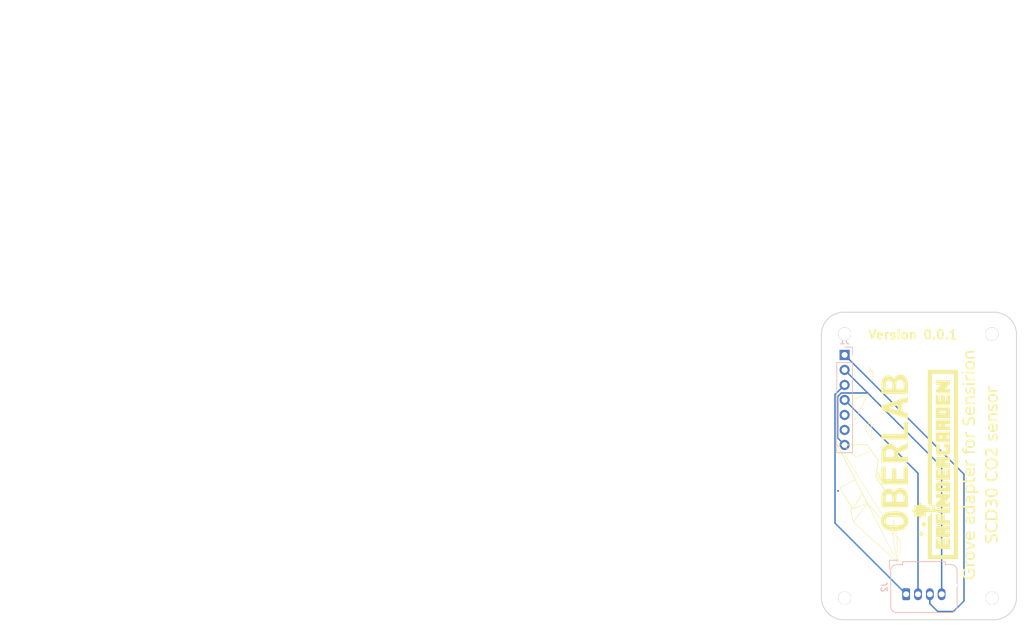
<source format=kicad_pcb>
(kicad_pcb (version 20171130) (host pcbnew 5.1.6)

  (general
    (thickness 1.6)
    (drawings 9)
    (tracks 20)
    (zones 0)
    (modules 13)
    (nets 7)
  )

  (page A4)
  (layers
    (0 F.Cu signal)
    (31 B.Cu signal)
    (32 B.Adhes user)
    (33 F.Adhes user)
    (34 B.Paste user)
    (35 F.Paste user)
    (36 B.SilkS user)
    (37 F.SilkS user)
    (38 B.Mask user)
    (39 F.Mask user)
    (40 Dwgs.User user)
    (41 Cmts.User user)
    (42 Eco1.User user)
    (43 Eco2.User user)
    (44 Edge.Cuts user)
    (45 Margin user)
    (46 B.CrtYd user)
    (47 F.CrtYd user)
    (48 B.Fab user)
    (49 F.Fab user)
  )

  (setup
    (last_trace_width 0.25)
    (trace_clearance 0.2)
    (zone_clearance 0.508)
    (zone_45_only no)
    (trace_min 0.2)
    (via_size 0.6)
    (via_drill 0.4)
    (via_min_size 0.4)
    (via_min_drill 0.3)
    (uvia_size 0.3)
    (uvia_drill 0.1)
    (uvias_allowed no)
    (uvia_min_size 0.2)
    (uvia_min_drill 0.1)
    (edge_width 0.15)
    (segment_width 0.2)
    (pcb_text_width 0.3)
    (pcb_text_size 1.5 1.5)
    (mod_edge_width 0.15)
    (mod_text_size 1 1)
    (mod_text_width 0.15)
    (pad_size 1.524 1.524)
    (pad_drill 0.762)
    (pad_to_mask_clearance 0.2)
    (aux_axis_origin 0 0)
    (visible_elements FFFFFF7F)
    (pcbplotparams
      (layerselection 0x010f0_ffffffff)
      (usegerberextensions false)
      (usegerberattributes true)
      (usegerberadvancedattributes true)
      (creategerberjobfile true)
      (excludeedgelayer true)
      (linewidth 0.100000)
      (plotframeref false)
      (viasonmask false)
      (mode 1)
      (useauxorigin false)
      (hpglpennumber 1)
      (hpglpenspeed 20)
      (hpglpendiameter 15.000000)
      (psnegative false)
      (psa4output false)
      (plotreference true)
      (plotvalue true)
      (plotinvisibletext false)
      (padsonsilk false)
      (subtractmaskfromsilk false)
      (outputformat 1)
      (mirror false)
      (drillshape 0)
      (scaleselection 1)
      (outputdirectory "gerbers/"))
  )

  (net 0 "")
  (net 1 VDD)
  (net 2 GND)
  (net 3 SCL)
  (net 4 SDA)
  (net 5 "Net-(J1-Pad5)")
  (net 6 "Net-(J1-Pad6)")

  (net_class Default "This is the default net class."
    (clearance 0.2)
    (trace_width 0.25)
    (via_dia 0.6)
    (via_drill 0.4)
    (uvia_dia 0.3)
    (uvia_drill 0.1)
    (add_net GND)
    (add_net "Net-(J1-Pad5)")
    (add_net "Net-(J1-Pad6)")
    (add_net SCL)
    (add_net SDA)
    (add_net VDD)
  )

  (module Connector_JST:JST_JWPF_B04B-JWPF-SK-R_1x04_P2.00mm_Vertical (layer B.Cu) (tedit 5B772B89) (tstamp 5F9B1967)
    (at 150.495 99.187 270)
    (descr "JST JWPF series connector, B04B-JWPF-SK-R (http://www.jst-mfg.com/product/pdf/eng/eJWPF1.pdf), generated with kicad-footprint-generator")
    (tags "connector JST JWPF side entry")
    (path /5F9AB88A)
    (fp_text reference J2 (at -1.2 3.7 270) (layer B.SilkS)
      (effects (font (size 1 1) (thickness 0.15)) (justify mirror))
    )
    (fp_text value Conn_01x04_Male (at -1.2 -9.7 270) (layer B.Fab)
      (effects (font (size 1 1) (thickness 0.15)) (justify mirror))
    )
    (fp_line (start 0 1.15) (end -0.375 1.9) (layer B.Fab) (width 0.1))
    (fp_line (start 0.375 1.9) (end 0 1.15) (layer B.Fab) (width 0.1))
    (fp_line (start -0.375 1.9) (end 0.375 1.9) (layer B.Fab) (width 0.1))
    (fp_line (start -5.75 2.85) (end -4.25 2.85) (layer B.SilkS) (width 0.12))
    (fp_line (start -5.75 1.35) (end -5.75 2.85) (layer B.SilkS) (width 0.12))
    (fp_line (start 3.11 1.61) (end 3.11 -7.61) (layer B.SilkS) (width 0.12))
    (fp_line (start -5.01 -6.61) (end -5.01 -7.61) (layer B.SilkS) (width 0.12))
    (fp_line (start -5.51 -6.61) (end -5.01 -6.61) (layer B.SilkS) (width 0.12))
    (fp_line (start -5.51 0.61) (end -5.51 -6.61) (layer B.SilkS) (width 0.12))
    (fp_line (start -5.01 0.61) (end -5.51 0.61) (layer B.SilkS) (width 0.12))
    (fp_line (start -5.01 1.61) (end -5.01 0.61) (layer B.SilkS) (width 0.12))
    (fp_line (start -4.01 -8.61) (end 2.11 -8.61) (layer B.SilkS) (width 0.12))
    (fp_line (start -4.01 2.61) (end 2.11 2.61) (layer B.SilkS) (width 0.12))
    (fp_line (start 3 1.5) (end 3 -7.5) (layer B.Fab) (width 0.1))
    (fp_line (start -4.9 -6.5) (end -4.9 -7.5) (layer B.Fab) (width 0.1))
    (fp_line (start -5.4 -6.5) (end -4.9 -6.5) (layer B.Fab) (width 0.1))
    (fp_line (start -5.4 0.5) (end -5.4 -6.5) (layer B.Fab) (width 0.1))
    (fp_line (start -4.9 0.5) (end -5.4 0.5) (layer B.Fab) (width 0.1))
    (fp_line (start -4.9 1.5) (end -4.9 0.5) (layer B.Fab) (width 0.1))
    (fp_line (start -3.9 -8.5) (end 2 -8.5) (layer B.Fab) (width 0.1))
    (fp_line (start -3.9 2.5) (end 2 2.5) (layer B.Fab) (width 0.1))
    (fp_line (start 3.5 3) (end -5.9 3) (layer B.CrtYd) (width 0.05))
    (fp_line (start 3.5 -9) (end 3.5 3) (layer B.CrtYd) (width 0.05))
    (fp_line (start -5.9 -9) (end 3.5 -9) (layer B.CrtYd) (width 0.05))
    (fp_line (start -5.9 3) (end -5.9 -9) (layer B.CrtYd) (width 0.05))
    (fp_arc (start -3.9 1.5) (end -4.9 1.5) (angle -90) (layer B.Fab) (width 0.1))
    (fp_arc (start -3.9 -7.5) (end -3.9 -8.5) (angle -90) (layer B.Fab) (width 0.1))
    (fp_arc (start 2 1.5) (end 2 2.5) (angle -90) (layer B.Fab) (width 0.1))
    (fp_arc (start 2 -7.5) (end 3 -7.5) (angle -90) (layer B.Fab) (width 0.1))
    (fp_arc (start -4.01 1.61) (end -5.01 1.61) (angle -90) (layer B.SilkS) (width 0.12))
    (fp_arc (start -4.01 -7.61) (end -4.01 -8.61) (angle -90) (layer B.SilkS) (width 0.12))
    (fp_arc (start 2.11 1.61) (end 2.11 2.61) (angle -90) (layer B.SilkS) (width 0.12))
    (fp_arc (start 2.11 -7.61) (end 3.11 -7.61) (angle -90) (layer B.SilkS) (width 0.12))
    (fp_text user %R (at -4.7 -3) (layer B.Fab)
      (effects (font (size 1 1) (thickness 0.15)) (justify mirror))
    )
    (pad 1 thru_hole roundrect (at 0 0 270) (size 2 1.3) (drill 1) (layers *.Cu *.Mask) (roundrect_rratio 0.192308)
      (net 3 SCL))
    (pad 2 thru_hole oval (at 0 -2 270) (size 2 1.3) (drill 1) (layers *.Cu *.Mask)
      (net 4 SDA))
    (pad 3 thru_hole oval (at 0 -4 270) (size 2 1.3) (drill 1) (layers *.Cu *.Mask)
      (net 1 VDD))
    (pad 4 thru_hole oval (at 0 -6 270) (size 2 1.3) (drill 1) (layers *.Cu *.Mask)
      (net 2 GND))
    (pad "" np_thru_hole circle (at -1.5 -8.05 270) (size 1.15 1.15) (drill 1.15) (layers *.Cu *.Mask))
    (model ${KISYS3DMOD}/Connector_JST.3dshapes/JST_JWPF_B04B-JWPF-SK-R_1x04_P2.00mm_Vertical.wrl
      (at (xyz 0 0 0))
      (scale (xyz 1 1 1))
      (rotate (xyz 0 0 0))
    )
  )

  (module Wire_Pads:SolderWirePad_single_0-8mmDrill (layer F.Cu) (tedit 0) (tstamp 5ABD66D0)
    (at 140.072576 99.82969)
    (fp_text reference "" (at 0 0) (layer F.SilkS)
      (effects (font (size 1.27 1.27) (thickness 0.15)))
    )
    (fp_text value "" (at 0 0) (layer F.SilkS)
      (effects (font (size 1.27 1.27) (thickness 0.15)))
    )
    (pad 4 thru_hole circle (at 0 0) (size 2.2 2.2) (drill 2.2) (layers *.Cu *.Mask))
  )

  (module LOGO (layer F.Cu) (tedit 0) (tstamp 0)
    (at 0 0)
    (fp_text reference G*** (at 0 0) (layer F.SilkS) hide
      (effects (font (size 1.524 1.524) (thickness 0.3)))
    )
    (fp_text value LOGO (at 0.75 0) (layer F.SilkS) hide
      (effects (font (size 1.524 1.524) (thickness 0.3)))
    )
  )

  (module LOGO (layer F.Cu) (tedit 0) (tstamp 0)
    (at 0 0)
    (fp_text reference G*** (at 0 0) (layer F.SilkS) hide
      (effects (font (size 1.524 1.524) (thickness 0.3)))
    )
    (fp_text value LOGO (at 0.75 0) (layer F.SilkS) hide
      (effects (font (size 1.524 1.524) (thickness 0.3)))
    )
  )

  (module LOGO (layer F.Cu) (tedit 0) (tstamp 0)
    (at 0 0)
    (fp_text reference G*** (at 0 0) (layer F.SilkS) hide
      (effects (font (size 1.524 1.524) (thickness 0.3)))
    )
    (fp_text value LOGO (at 0.75 0) (layer F.SilkS) hide
      (effects (font (size 1.524 1.524) (thickness 0.3)))
    )
  )

  (module LOGO (layer F.Cu) (tedit 0) (tstamp 0)
    (at 0 0)
    (fp_text reference G*** (at 0 0) (layer F.SilkS) hide
      (effects (font (size 1.524 1.524) (thickness 0.3)))
    )
    (fp_text value LOGO (at 0.75 0) (layer F.SilkS) hide
      (effects (font (size 1.524 1.524) (thickness 0.3)))
    )
  )

  (module LOGO (layer F.Cu) (tedit 0) (tstamp 0)
    (at 0 0)
    (fp_text reference G*** (at 0 0) (layer F.SilkS) hide
      (effects (font (size 1.524 1.524) (thickness 0.3)))
    )
    (fp_text value LOGO (at 0.75 0) (layer F.SilkS) hide
      (effects (font (size 1.524 1.524) (thickness 0.3)))
    )
  )

  (module LOGO (layer F.Cu) (tedit 0) (tstamp 0)
    (at 170.18 88.9)
    (fp_text reference G*** (at 0 0) (layer F.SilkS) hide
      (effects (font (size 1.524 1.524) (thickness 0.3)))
    )
    (fp_text value LOGO (at 0.75 0) (layer F.SilkS) hide
      (effects (font (size 1.524 1.524) (thickness 0.3)))
    )
    (fp_poly (pts (xy -8.0645 -30.630691) (xy -8.630708 -30.624137) (xy -8.815815 -30.621605) (xy -8.963601 -30.618091)
      (xy -9.079075 -30.612588) (xy -9.167251 -30.604089) (xy -9.233138 -30.591585) (xy -9.281748 -30.57407)
      (xy -9.318093 -30.550534) (xy -9.347184 -30.519971) (xy -9.374032 -30.481372) (xy -9.378896 -30.473681)
      (xy -9.403258 -30.424239) (xy -9.41455 -30.366964) (xy -9.415355 -30.286609) (xy -9.414377 -30.264235)
      (xy -9.407236 -30.179917) (xy -9.392436 -30.121168) (xy -9.364602 -30.071284) (xy -9.343331 -30.043474)
      (xy -9.302664 -29.995623) (xy -9.263295 -29.957892) (xy -9.21966 -29.929006) (xy -9.166199 -29.907691)
      (xy -9.09735 -29.892671) (xy -9.007552 -29.882671) (xy -8.891243 -29.876418) (xy -8.742861 -29.872636)
      (xy -8.588375 -29.870423) (xy -8.0645 -29.864097) (xy -8.0645 -29.591) (xy -9.630833 -29.591)
      (xy -9.630833 -29.866166) (xy -9.417693 -29.866166) (xy -9.48984 -29.929512) (xy -9.570265 -30.026333)
      (xy -9.626775 -30.148401) (xy -9.6575 -30.284826) (xy -9.660571 -30.424716) (xy -9.634121 -30.557179)
      (xy -9.608192 -30.619291) (xy -9.529974 -30.727116) (xy -9.420261 -30.811292) (xy -9.285222 -30.867487)
      (xy -9.238555 -30.878675) (xy -9.175192 -30.88674) (xy -9.075242 -30.893455) (xy -8.944438 -30.898601)
      (xy -8.788512 -30.90196) (xy -8.613196 -30.903316) (xy -8.590136 -30.903333) (xy -8.0645 -30.903333)
      (xy -8.0645 -30.630691)) (layer F.SilkS) (width 0.01))
    (fp_poly (pts (xy -8.664569 -29.181509) (xy -8.49315 -29.147349) (xy -8.351246 -29.087702) (xy -8.235616 -29.000963)
      (xy -8.143021 -28.885528) (xy -8.10228 -28.812376) (xy -8.06816 -28.739069) (xy -8.04754 -28.679089)
      (xy -8.037174 -28.616704) (xy -8.033818 -28.536182) (xy -8.033776 -28.480195) (xy -8.051418 -28.297197)
      (xy -8.102063 -28.14054) (xy -8.185451 -28.010572) (xy -8.301324 -27.90764) (xy -8.44942 -27.832091)
      (xy -8.540115 -27.803471) (xy -8.636307 -27.786397) (xy -8.757303 -27.776261) (xy -8.887343 -27.773324)
      (xy -9.010668 -27.777849) (xy -9.111518 -27.790098) (xy -9.128454 -27.793697) (xy -9.265622 -27.842676)
      (xy -9.394679 -27.919379) (xy -9.504554 -28.015659) (xy -9.584175 -28.123369) (xy -9.58913 -28.132667)
      (xy -9.634567 -28.255439) (xy -9.659249 -28.3989) (xy -9.660173 -28.47975) (xy -9.42219 -28.47975)
      (xy -9.403452 -28.351947) (xy -9.348097 -28.244355) (xy -9.257413 -28.158335) (xy -9.132689 -28.095249)
      (xy -9.031258 -28.066604) (xy -8.944344 -28.056607) (xy -8.835186 -28.055757) (xy -8.721473 -28.063138)
      (xy -8.620897 -28.077833) (xy -8.5724 -28.090381) (xy -8.455513 -28.147451) (xy -8.362702 -28.228467)
      (xy -8.297801 -28.326494) (xy -8.264646 -28.434595) (xy -8.267072 -28.545836) (xy -8.285979 -28.608309)
      (xy -8.351108 -28.721303) (xy -8.4417 -28.805837) (xy -8.560311 -28.863224) (xy -8.709502 -28.894779)
      (xy -8.85825 -28.902293) (xy -9.031115 -28.888016) (xy -9.17442 -28.847505) (xy -9.28662 -28.781918)
      (xy -9.366172 -28.692411) (xy -9.411533 -28.58014) (xy -9.42219 -28.47975) (xy -9.660173 -28.47975)
      (xy -9.660928 -28.545669) (xy -9.651882 -28.617982) (xy -9.619293 -28.750065) (xy -9.570582 -28.855554)
      (xy -9.497532 -28.949447) (xy -9.439341 -29.005789) (xy -9.314251 -29.094874) (xy -9.16807 -29.154324)
      (xy -8.995998 -29.185703) (xy -8.868743 -29.191784) (xy -8.664569 -29.181509)) (layer F.SilkS) (width 0.01))
    (fp_poly (pts (xy -8.0645 -27.093333) (xy -9.630833 -27.093333) (xy -9.630833 -27.3685) (xy -8.0645 -27.3685)
      (xy -8.0645 -27.093333)) (layer F.SilkS) (width 0.01))
    (fp_poly (pts (xy -9.884833 -27.093333) (xy -10.2235 -27.093333) (xy -10.2235 -27.3685) (xy -9.884833 -27.3685)
      (xy -9.884833 -27.093333)) (layer F.SilkS) (width 0.01))
    (fp_poly (pts (xy -9.436547 -26.838161) (xy -9.397019 -26.833016) (xy -9.383616 -26.821452) (xy -9.387715 -26.802291)
      (xy -9.414374 -26.690603) (xy -9.410775 -26.56963) (xy -9.379506 -26.452958) (xy -9.323157 -26.354171)
      (xy -9.296782 -26.325172) (xy -9.255398 -26.289432) (xy -9.210834 -26.261412) (xy -9.157524 -26.240201)
      (xy -9.089897 -26.224885) (xy -9.002387 -26.214553) (xy -8.889424 -26.208292) (xy -8.74544 -26.20519)
      (xy -8.564866 -26.204334) (xy -8.559255 -26.204333) (xy -8.0645 -26.204333) (xy -8.0645 -25.929166)
      (xy -9.630833 -25.929166) (xy -9.630833 -26.204333) (xy -9.530873 -26.204333) (xy -9.472087 -26.205204)
      (xy -9.449821 -26.210197) (xy -9.458266 -26.222882) (xy -9.477636 -26.237059) (xy -9.540426 -26.301932)
      (xy -9.594896 -26.396516) (xy -9.636675 -26.508371) (xy -9.661391 -26.625059) (xy -9.664671 -26.734141)
      (xy -9.661435 -26.759958) (xy -9.648279 -26.839333) (xy -9.510291 -26.839333) (xy -9.436547 -26.838161)) (layer F.SilkS) (width 0.01))
    (fp_poly (pts (xy -26.033128 -28.216648) (xy -25.99549 -28.172967) (xy -25.937613 -28.103598) (xy -25.862555 -28.01226)
      (xy -25.773377 -27.902673) (xy -25.673137 -27.778555) (xy -25.584239 -27.667803) (xy -25.127915 -27.09778)
      (xy -25.22288 -26.772765) (xy -25.257123 -26.657655) (xy -25.296335 -26.52927) (xy -25.33859 -26.393564)
      (xy -25.38196 -26.25649) (xy -25.424516 -26.124001) (xy -25.464333 -26.002049) (xy -25.499481 -25.896589)
      (xy -25.528033 -25.813572) (xy -25.548062 -25.758952) (xy -25.557639 -25.738682) (xy -25.557736 -25.738666)
      (xy -25.570194 -25.755269) (xy -25.577721 -25.772327) (xy -25.582161 -25.81317) (xy -25.577489 -25.827262)
      (xy -25.575712 -25.860893) (xy -25.586947 -25.894143) (xy -25.594626 -25.921738) (xy -25.609191 -25.98561)
      (xy -25.629748 -26.081213) (xy -25.6554 -26.203999) (xy -25.685251 -26.349419) (xy -25.718404 -26.512927)
      (xy -25.753964 -26.689975) (xy -25.791033 -26.876016) (xy -25.828717 -27.066501) (xy -25.866118 -27.256883)
      (xy -25.902341 -27.442614) (xy -25.936489 -27.619147) (xy -25.967667 -27.781935) (xy -25.994977 -27.926429)
      (xy -25.998894 -27.947565) (xy -25.92365 -27.947565) (xy -25.922557 -27.905433) (xy -25.918549 -27.8765)
      (xy -25.9047 -27.790512) (xy -25.885831 -27.676457) (xy -25.862808 -27.539322) (xy -25.836494 -27.38409)
      (xy -25.807754 -27.215747) (xy -25.777454 -27.039279) (xy -25.746457 -26.859672) (xy -25.715627 -26.681909)
      (xy -25.685831 -26.510977) (xy -25.657932 -26.351861) (xy -25.632794 -26.209547) (xy -25.611283 -26.089019)
      (xy -25.594264 -25.995263) (xy -25.5826 -25.933264) (xy -25.577156 -25.908008) (xy -25.577153 -25.908)
      (xy -25.568528 -25.917971) (xy -25.5514 -25.963647) (xy -25.52743 -26.039636) (xy -25.498283 -26.140547)
      (xy -25.465623 -26.260991) (xy -25.451479 -26.315248) (xy -25.414925 -26.455743) (xy -25.378912 -26.591765)
      (xy -25.345802 -26.714571) (xy -25.317957 -26.815414) (xy -25.297739 -26.88555) (xy -25.295082 -26.894269)
      (xy -25.273272 -26.968652) (xy -25.25773 -27.028854) (xy -25.251833 -27.061735) (xy -25.264011 -27.08335)
      (xy -25.297794 -27.133039) (xy -25.349061 -27.205258) (xy -25.413687 -27.294464) (xy -25.48755 -27.395112)
      (xy -25.566528 -27.501659) (xy -25.646495 -27.608561) (xy -25.723331 -27.710275) (xy -25.792911 -27.801257)
      (xy -25.851112 -27.875963) (xy -25.893812 -27.92885) (xy -25.912912 -27.950583) (xy -25.92365 -27.947565)
      (xy -25.998894 -27.947565) (xy -26.017524 -28.048083) (xy -26.034411 -28.142347) (xy -26.044742 -28.204676)
      (xy -26.047621 -28.230521) (xy -26.047466 -28.230923) (xy -26.033128 -28.216648)) (layer F.SilkS) (width 0.01))
    (fp_poly (pts (xy -8.0645 -25.146) (xy -9.630833 -25.146) (xy -9.630833 -25.421166) (xy -8.0645 -25.421166)
      (xy -8.0645 -25.146)) (layer F.SilkS) (width 0.01))
    (fp_poly (pts (xy -9.884833 -25.146) (xy -10.2235 -25.146) (xy -10.2235 -25.421166) (xy -9.884833 -25.421166)
      (xy -9.884833 -25.146)) (layer F.SilkS) (width 0.01))
    (fp_poly (pts (xy -5.606382 -24.933194) (xy -5.566457 -24.928169) (xy -5.552771 -24.91685) (xy -5.55709 -24.897291)
      (xy -5.56724 -24.856839) (xy -5.577031 -24.790415) (xy -5.582761 -24.731506) (xy -5.584909 -24.643066)
      (xy -5.573286 -24.575634) (xy -5.548497 -24.516548) (xy -5.510033 -24.450745) (xy -5.465662 -24.397995)
      (xy -5.410513 -24.356923) (xy -5.339716 -24.326148) (xy -5.2484 -24.304295) (xy -5.131694 -24.289985)
      (xy -4.984728 -24.28184) (xy -4.80263 -24.278482) (xy -4.705741 -24.278166) (xy -4.233333 -24.278166)
      (xy -4.233333 -24.003) (xy -5.799666 -24.003) (xy -5.799666 -24.278166) (xy -5.60113 -24.278166)
      (xy -5.671926 -24.346958) (xy -5.726783 -24.412393) (xy -5.774609 -24.488979) (xy -5.783471 -24.507297)
      (xy -5.813501 -24.596943) (xy -5.833499 -24.700331) (xy -5.841112 -24.800052) (xy -5.833988 -24.878699)
      (xy -5.83378 -24.879534) (xy -5.823608 -24.908929) (xy -5.804731 -24.925353) (xy -5.766654 -24.932561)
      (xy -5.698878 -24.934309) (xy -5.680582 -24.934333) (xy -5.606382 -24.933194)) (layer F.SilkS) (width 0.01))
    (fp_poly (pts (xy -12.276666 -25.188333) (xy -12.411985 -25.188333) (xy -12.493504 -25.185667) (xy -12.541555 -25.171849)
      (xy -12.564937 -25.138152) (xy -12.572447 -25.07585) (xy -12.573 -25.028597) (xy -12.583698 -24.953265)
      (xy -12.619463 -24.909815) (xy -12.685799 -24.89278) (xy -12.710583 -24.892) (xy -12.781706 -24.882145)
      (xy -12.826537 -24.847912) (xy -12.852094 -24.782298) (xy -12.858699 -24.7442) (xy -12.870809 -24.680841)
      (xy -12.885556 -24.636612) (xy -12.893547 -24.625533) (xy -12.925398 -24.615204) (xy -12.982374 -24.603622)
      (xy -13.011512 -24.599042) (xy -13.078971 -24.583263) (xy -13.114258 -24.561924) (xy -13.113782 -24.538683)
      (xy -13.087186 -24.521953) (xy -13.054529 -24.516403) (xy -12.987076 -24.510442) (xy -12.892354 -24.504544)
      (xy -12.777891 -24.499185) (xy -12.662958 -24.495177) (xy -12.276666 -24.48383) (xy -12.276666 -23.727833)
      (xy -14.6685 -23.727833) (xy -14.6685 -24.489833) (xy -14.574628 -24.489833) (xy -14.502576 -24.494561)
      (xy -14.439296 -24.506326) (xy -14.426461 -24.510476) (xy -14.390771 -24.530863) (xy -14.375216 -24.565283)
      (xy -14.372166 -24.617701) (xy -14.365165 -24.704058) (xy -14.340817 -24.756463) (xy -14.294104 -24.781462)
      (xy -14.24303 -24.786166) (xy -14.157447 -24.793045) (xy -14.10566 -24.817333) (xy -14.080848 -24.864508)
      (xy -14.075833 -24.920449) (xy -14.067281 -25.001594) (xy -14.036778 -25.051917) (xy -13.977059 -25.079273)
      (xy -13.920534 -25.088316) (xy -13.842988 -25.102016) (xy -13.795451 -25.122398) (xy -13.782255 -25.146587)
      (xy -13.800843 -25.167724) (xy -13.831011 -25.173892) (xy -13.896476 -25.179319) (xy -13.990205 -25.183688)
      (xy -14.105162 -25.186681) (xy -14.234315 -25.187982) (xy -14.250458 -25.188009) (xy -14.6685 -25.188333)
      (xy -14.6685 -25.929166) (xy -12.276666 -25.929166) (xy -12.276666 -25.188333)) (layer F.SilkS) (width 0.01))
    (fp_poly (pts (xy -20.493093 -26.847679) (xy -20.29928 -26.810219) (xy -20.122503 -26.748808) (xy -20.059738 -26.718087)
      (xy -19.949631 -26.644518) (xy -19.835132 -26.543778) (xy -19.728023 -26.427819) (xy -19.640089 -26.30859)
      (xy -19.615764 -26.267833) (xy -19.566561 -26.171467) (xy -19.524535 -26.070675) (xy -19.489227 -25.961596)
      (xy -19.460178 -25.84037) (xy -19.436928 -25.703137) (xy -19.419017 -25.546034) (xy -19.405987 -25.365202)
      (xy -19.397378 -25.156781) (xy -19.392731 -24.916908) (xy -19.391586 -24.641724) (xy -19.392875 -24.394583)
      (xy -19.39925 -23.632583) (xy -23.876 -23.621807) (xy -23.875291 -24.511) (xy -23.159912 -24.511)
      (xy -22.009695 -24.511) (xy -22.017802 -24.960791) (xy -22.018474 -24.993991) (xy -21.357166 -24.993991)
      (xy -21.357166 -24.511) (xy -20.108333 -24.511) (xy -20.108333 -24.919862) (xy -20.109546 -25.057009)
      (xy -20.112917 -25.18857) (xy -20.11804 -25.305198) (xy -20.124512 -25.397545) (xy -20.131393 -25.45347)
      (xy -20.176552 -25.611324) (xy -20.247659 -25.746265) (xy -20.332976 -25.843761) (xy -20.416991 -25.90842)
      (xy -20.500647 -25.949776) (xy -20.597031 -25.972162) (xy -20.719234 -25.979909) (xy -20.744804 -25.980083)
      (xy -20.842844 -25.978072) (xy -20.91493 -25.969755) (xy -20.977327 -25.951942) (xy -21.046297 -25.921443)
      (xy -21.047971 -25.920625) (xy -21.159026 -25.850527) (xy -21.231916 -25.775225) (xy -21.269349 -25.71915)
      (xy -21.298618 -25.6624) (xy -21.320695 -25.598921) (xy -21.336549 -25.52266) (xy -21.347152 -25.427562)
      (xy -21.353474 -25.307575) (xy -21.356485 -25.156645) (xy -21.357166 -24.993991) (xy -22.018474 -24.993991)
      (xy -22.020892 -25.113225) (xy -22.024408 -25.23029) (xy -22.029044 -25.318951) (xy -22.035494 -25.386173)
      (xy -22.04445 -25.43892) (xy -22.056608 -25.484155) (xy -22.07266 -25.528845) (xy -22.074968 -25.534721)
      (xy -22.146917 -25.668961) (xy -22.242926 -25.772208) (xy -22.359327 -25.840825) (xy -22.397009 -25.853917)
      (xy -22.559554 -25.884245) (xy -22.709828 -25.876859) (xy -22.844106 -25.833376) (xy -22.958665 -25.75541)
      (xy -23.049779 -25.644578) (xy -23.096847 -25.550251) (xy -23.112615 -25.507043) (xy -23.124657 -25.462907)
      (xy -23.133619 -25.411074) (xy -23.140142 -25.344775) (xy -23.144871 -25.257238) (xy -23.14845 -25.141694)
      (xy -23.151521 -24.991372) (xy -23.151874 -24.971375) (xy -23.159912 -24.511) (xy -23.875291 -24.511)
      (xy -23.875261 -24.547945) (xy -23.874801 -24.793883) (xy -23.873593 -25.002147) (xy -23.87126 -25.177395)
      (xy -23.867424 -25.324283) (xy -23.861709 -25.447469) (xy -23.853736 -25.551611) (xy -23.84313 -25.641366)
      (xy -23.829511 -25.721392) (xy -23.812504 -25.796346) (xy -23.79173 -25.870886) (xy -23.766813 -25.949668)
      (xy -23.760045 -25.970114) (xy -23.671317 -26.176713) (xy -23.552857 -26.356956) (xy -23.40762 -26.507999)
      (xy -23.238563 -26.626996) (xy -23.04864 -26.711101) (xy -22.965833 -26.734739) (xy -22.836405 -26.755164)
      (xy -22.687416 -26.761451) (xy -22.535813 -26.754076) (xy -22.398543 -26.733515) (xy -22.336164 -26.717039)
      (xy -22.164559 -26.642985) (xy -22.009897 -26.539393) (xy -21.879984 -26.412721) (xy -21.782629 -26.269423)
      (xy -21.773769 -26.251958) (xy -21.739627 -26.191767) (xy -21.713308 -26.163858) (xy -21.698173 -26.170886)
      (xy -21.695833 -26.190369) (xy -21.686848 -26.222844) (xy -21.663354 -26.280086) (xy -21.632253 -26.345974)
      (xy -21.566502 -26.450377) (xy -21.475996 -26.557973) (xy -21.373017 -26.656204) (xy -21.269844 -26.732508)
      (xy -21.23516 -26.752119) (xy -21.074974 -26.813408) (xy -20.891116 -26.849568) (xy -20.693764 -26.860893)
      (xy -20.493093 -26.847679)) (layer F.SilkS) (width 0.01))
    (fp_poly (pts (xy -8.343308 -24.728271) (xy -8.238775 -24.669629) (xy -8.150868 -24.581746) (xy -8.108036 -24.513004)
      (xy -8.055945 -24.368796) (xy -8.030639 -24.198156) (xy -8.032338 -24.007611) (xy -8.06126 -23.803686)
      (xy -8.081368 -23.716436) (xy -8.119159 -23.569083) (xy -8.263822 -23.562764) (xy -8.339638 -23.560392)
      (xy -8.381235 -23.562948) (xy -8.396623 -23.572413) (xy -8.393815 -23.590766) (xy -8.392274 -23.594514)
      (xy -8.317107 -23.797472) (xy -8.272499 -23.980367) (xy -8.258583 -24.141161) (xy -8.275491 -24.277816)
      (xy -8.323357 -24.388293) (xy -8.339262 -24.410428) (xy -8.402346 -24.46042) (xy -8.478374 -24.477567)
      (xy -8.555254 -24.463157) (xy -8.620893 -24.418481) (xy -8.650051 -24.377293) (xy -8.669316 -24.329973)
      (xy -8.694962 -24.253151) (xy -8.72329 -24.158439) (xy -8.744674 -24.080352) (xy -8.792761 -23.916181)
      (xy -8.842796 -23.790146) (xy -8.898757 -23.698099) (xy -8.964618 -23.635892) (xy -9.044355 -23.599376)
      (xy -9.141945 -23.584403) (xy -9.219992 -23.584386) (xy -9.355465 -23.604257) (xy -9.463704 -23.652779)
      (xy -9.547047 -23.732322) (xy -9.607831 -23.84526) (xy -9.648392 -23.993963) (xy -9.653702 -24.024563)
      (xy -9.662098 -24.130704) (xy -9.659588 -24.260995) (xy -9.647432 -24.399041) (xy -9.626891 -24.528446)
      (xy -9.609408 -24.600958) (xy -9.58651 -24.680333) (xy -9.460505 -24.680333) (xy -9.393811 -24.678616)
      (xy -9.348133 -24.674157) (xy -9.3345 -24.669082) (xy -9.340939 -24.644783) (xy -9.35778 -24.592194)
      (xy -9.380173 -24.526207) (xy -9.410066 -24.411289) (xy -9.42622 -24.286216) (xy -9.428521 -24.163009)
      (xy -9.416854 -24.053688) (xy -9.391102 -23.970275) (xy -9.385601 -23.960022) (xy -9.32494 -23.883212)
      (xy -9.256232 -23.842876) (xy -9.184432 -23.841708) (xy -9.174061 -23.844949) (xy -9.127752 -23.86885)
      (xy -9.08908 -23.908202) (xy -9.054807 -23.969165) (xy -9.021697 -24.057904) (xy -8.986516 -24.180582)
      (xy -8.975575 -24.222945) (xy -8.94572 -24.330717) (xy -8.913113 -24.432445) (xy -8.88192 -24.515934)
      (xy -8.858698 -24.565061) (xy -8.781034 -24.660254) (xy -8.68333 -24.723663) (xy -8.572919 -24.755796)
      (xy -8.457134 -24.757163) (xy -8.343308 -24.728271)) (layer F.SilkS) (width 0.01))
    (fp_poly (pts (xy -4.834868 -23.593728) (xy -4.680792 -23.562374) (xy -4.550383 -23.507896) (xy -4.436468 -23.428048)
      (xy -4.424826 -23.417789) (xy -4.330392 -23.319695) (xy -4.267229 -23.218207) (xy -4.22727 -23.098377)
      (xy -4.213299 -23.025837) (xy -4.202653 -22.844654) (xy -4.229335 -22.677873) (xy -4.291558 -22.529068)
      (xy -4.387535 -22.40181) (xy -4.515479 -22.299671) (xy -4.598512 -22.255639) (xy -4.663109 -22.228605)
      (xy -4.7223 -22.210593) (xy -4.788394 -22.199435) (xy -4.873702 -22.192959) (xy -4.974166 -22.189418)
      (xy -5.123043 -22.188993) (xy -5.238624 -22.197047) (xy -5.329204 -22.214178) (xy -5.333303 -22.215305)
      (xy -5.494331 -22.280229) (xy -5.627239 -22.375311) (xy -5.729794 -22.497215) (xy -5.799764 -22.642602)
      (xy -5.834914 -22.808135) (xy -5.835412 -22.956607) (xy -5.599486 -22.956607) (xy -5.596888 -22.839321)
      (xy -5.55826 -22.725526) (xy -5.489442 -22.624973) (xy -5.396273 -22.547412) (xy -5.33694 -22.518154)
      (xy -5.202255 -22.482006) (xy -5.051382 -22.467108) (xy -4.899457 -22.473364) (xy -4.761616 -22.500674)
      (xy -4.702541 -22.522267) (xy -4.585173 -22.587872) (xy -4.505651 -22.66661) (xy -4.460196 -22.763901)
      (xy -4.445031 -22.885168) (xy -4.445 -22.89175) (xy -4.45775 -23.011069) (xy -4.498874 -23.107045)
      (xy -4.572685 -23.185766) (xy -4.683495 -23.253323) (xy -4.709847 -23.265744) (xy -4.808861 -23.296161)
      (xy -4.932955 -23.313227) (xy -5.066941 -23.316661) (xy -5.195636 -23.306182) (xy -5.303852 -23.281512)
      (xy -5.316455 -23.276929) (xy -5.420365 -23.219493) (xy -5.508509 -23.138002) (xy -5.571766 -23.04278)
      (xy -5.599486 -22.956607) (xy -5.835412 -22.956607) (xy -5.835444 -22.965833) (xy -5.802849 -23.139556)
      (xy -5.73756 -23.286786) (xy -5.640416 -23.406865) (xy -5.512259 -23.499134) (xy -5.353932 -23.562935)
      (xy -5.166274 -23.597609) (xy -5.019785 -23.604207) (xy -4.834868 -23.593728)) (layer F.SilkS) (width 0.01))
    (fp_poly (pts (xy -8.0645 -22.927184) (xy -8.609541 -22.92005) (xy -8.776559 -22.917692) (xy -8.906993 -22.915185)
      (xy -9.006592 -22.912033) (xy -9.081102 -22.907739) (xy -9.136273 -22.901804) (xy -9.177852 -22.893732)
      (xy -9.211588 -22.883025) (xy -9.243229 -22.869186) (xy -9.253157 -22.864356) (xy -9.341636 -22.804592)
      (xy -9.385449 -22.74474) (xy -9.414796 -22.640612) (xy -9.414685 -22.526216) (xy -9.387891 -22.414036)
      (xy -9.337189 -22.316559) (xy -9.276352 -22.253839) (xy -9.234874 -22.226027) (xy -9.191561 -22.204374)
      (xy -9.140628 -22.188125) (xy -9.076291 -22.176525) (xy -8.992765 -22.168817) (xy -8.884265 -22.164248)
      (xy -8.745005 -22.162061) (xy -8.569341 -22.1615) (xy -8.0645 -22.1615) (xy -8.0645 -21.886333)
      (xy -9.630833 -21.886333) (xy -9.630833 -22.1615) (xy -9.434942 -22.1615) (xy -9.519504 -22.253239)
      (xy -9.591155 -22.346577) (xy -9.635348 -22.446455) (xy -9.656315 -22.565137) (xy -9.65949 -22.658916)
      (xy -9.641383 -22.810869) (xy -9.588737 -22.938369) (xy -9.501645 -23.041281) (xy -9.3802 -23.119467)
      (xy -9.33559 -23.138663) (xy -9.29723 -23.152464) (xy -9.257485 -23.163367) (xy -9.210625 -23.171829)
      (xy -9.150918 -23.178305) (xy -9.072634 -23.183253) (xy -8.970042 -23.187129) (xy -8.837411 -23.190389)
      (xy -8.669009 -23.193489) (xy -8.641291 -23.193952) (xy -8.0645 -23.203514) (xy -8.0645 -22.927184)) (layer F.SilkS) (width 0.01))
    (fp_poly (pts (xy -14.047336 -23.21651) (xy -14.04144 -23.084015) (xy -14.036795 -22.936144) (xy -14.034016 -22.794933)
      (xy -14.0335 -22.720973) (xy -14.0335 -22.48276) (xy -13.906461 -22.475588) (xy -13.779423 -22.468416)
      (xy -13.779461 -22.971125) (xy -13.7795 -23.473833) (xy -13.172229 -23.473833) (xy -13.158365 -23.184736)
      (xy -13.152928 -23.055442) (xy -13.148492 -22.919628) (xy -13.145527 -22.793792) (xy -13.1445 -22.697903)
      (xy -13.1445 -22.500166) (xy -12.918006 -22.500166) (xy -12.904253 -22.693918) (xy -12.898905 -22.792461)
      (xy -12.894528 -22.917282) (xy -12.891575 -23.052327) (xy -12.8905 -23.180752) (xy -12.8905 -23.473833)
      (xy -12.276666 -23.473833) (xy -12.276666 -21.695833) (xy -14.6685 -21.695833) (xy -14.6685 -23.473833)
      (xy -14.061172 -23.473833) (xy -14.047336 -23.21651)) (layer F.SilkS) (width 0.01))
    (fp_poly (pts (xy -4.569703 -21.891858) (xy -4.452538 -21.842369) (xy -4.35313 -21.758341) (xy -4.277804 -21.642736)
      (xy -4.23315 -21.508737) (xy -4.20956 -21.348128) (xy -4.207191 -21.171108) (xy -4.226199 -20.987874)
      (xy -4.265119 -20.814161) (xy -4.298016 -20.701) (xy -4.435008 -20.701) (xy -4.504912 -20.702587)
      (xy -4.554275 -20.706739) (xy -4.572 -20.712263) (xy -4.5644 -20.737112) (xy -4.545455 -20.785253)
      (xy -4.538298 -20.802221) (xy -4.474097 -20.988541) (xy -4.440585 -21.171991) (xy -4.439028 -21.343585)
      (xy -4.45089 -21.42338) (xy -4.487126 -21.51613) (xy -4.54758 -21.579946) (xy -4.626746 -21.609661)
      (xy -4.650946 -21.611166) (xy -4.708684 -21.607398) (xy -4.755103 -21.592731) (xy -4.793397 -21.56212)
      (xy -4.826762 -21.510519) (xy -4.85839 -21.432885) (xy -4.891476 -21.324171) (xy -4.929214 -21.179334)
      (xy -4.932373 -21.166666) (xy -4.979395 -21.010017) (xy -5.034919 -20.891593) (xy -5.102791 -20.807543)
      (xy -5.186858 -20.754016) (xy -5.290968 -20.72716) (xy -5.376333 -20.722166) (xy -5.509425 -20.735174)
      (xy -5.615431 -20.776916) (xy -5.700602 -20.851474) (xy -5.771192 -20.962926) (xy -5.782972 -20.987523)
      (xy -5.804753 -21.040469) (xy -5.818864 -21.093376) (xy -5.826823 -21.157386) (xy -5.830151 -21.243644)
      (xy -5.8305 -21.336) (xy -5.82553 -21.495576) (xy -5.811462 -21.620506) (xy -5.792879 -21.701125)
      (xy -5.756151 -21.822833) (xy -5.629742 -21.822833) (xy -5.562923 -21.821916) (xy -5.517106 -21.819535)
      (xy -5.503333 -21.816808) (xy -5.510055 -21.795427) (xy -5.527598 -21.745577) (xy -5.549795 -21.684516)
      (xy -5.576258 -21.586618) (xy -5.592845 -21.471276) (xy -5.599306 -21.350694) (xy -5.595389 -21.237077)
      (xy -5.580843 -21.14263) (xy -5.562038 -21.090273) (xy -5.508546 -21.026952) (xy -5.437127 -20.989095)
      (xy -5.36152 -20.982936) (xy -5.338428 -20.988769) (xy -5.293281 -21.015151) (xy -5.253999 -21.063423)
      (xy -5.217878 -21.138947) (xy -5.182215 -21.247089) (xy -5.153362 -21.355979) (xy -5.108278 -21.519337)
      (xy -5.061693 -21.645747) (xy -5.010315 -21.740557) (xy -4.950851 -21.809115) (xy -4.880011 -21.856767)
      (xy -4.832693 -21.876833) (xy -4.698473 -21.904212) (xy -4.569703 -21.891858)) (layer F.SilkS) (width 0.01))
    (fp_poly (pts (xy -8.784166 -20.318082) (xy -8.704791 -20.332045) (xy -8.582992 -20.366334) (xy -8.473822 -20.420919)
      (xy -8.398998 -20.48129) (xy -8.323053 -20.592539) (xy -8.277462 -20.728464) (xy -8.26253 -20.883919)
      (xy -8.27856 -21.053762) (xy -8.325857 -21.232848) (xy -8.350587 -21.298566) (xy -8.400201 -21.420666)
      (xy -8.134167 -21.420666) (xy -8.084209 -21.256625) (xy -8.051395 -21.111685) (xy -8.034317 -20.952608)
      (xy -8.033006 -20.792348) (xy -8.047489 -20.64386) (xy -8.077795 -20.520098) (xy -8.08255 -20.507386)
      (xy -8.163656 -20.35687) (xy -8.278303 -20.23143) (xy -8.424366 -20.133332) (xy -8.440506 -20.125169)
      (xy -8.509024 -20.093204) (xy -8.567102 -20.072479) (xy -8.628155 -20.060236) (xy -8.705601 -20.053719)
      (xy -8.804516 -20.050369) (xy -8.92379 -20.049698) (xy -9.015192 -20.055375) (xy -9.092906 -20.068893)
      (xy -9.158806 -20.087667) (xy -9.320237 -20.160875) (xy -9.454887 -20.266043) (xy -9.540587 -20.37029)
      (xy -9.60005 -20.473715) (xy -9.637194 -20.579611) (xy -9.655654 -20.701655) (xy -9.659057 -20.806337)
      (xy -9.4234 -20.806337) (xy -9.405555 -20.663275) (xy -9.353752 -20.5413) (xy -9.270589 -20.444347)
      (xy -9.158661 -20.376355) (xy -9.133416 -20.366705) (xy -9.088059 -20.350731) (xy -9.053931 -20.341965)
      (xy -9.02944 -20.345134) (xy -9.012993 -20.364965) (xy -9.002997 -20.406185) (xy -8.997862 -20.47352)
      (xy -8.995993 -20.571698) (xy -8.995799 -20.705446) (xy -8.995833 -20.775083) (xy -8.995833 -21.209)
      (xy -9.04943 -21.209) (xy -9.12601 -21.195532) (xy -9.212871 -21.160818) (xy -9.290205 -21.113389)
      (xy -9.309764 -21.096865) (xy -9.378271 -21.011178) (xy -9.41481 -20.908071) (xy -9.4234 -20.806337)
      (xy -9.659057 -20.806337) (xy -9.659418 -20.817416) (xy -9.645354 -20.980251) (xy -9.602126 -21.116788)
      (xy -9.527046 -21.233769) (xy -9.469044 -21.294208) (xy -9.368265 -21.373848) (xy -9.261599 -21.428249)
      (xy -9.137601 -21.461735) (xy -8.984822 -21.47863) (xy -8.979958 -21.478909) (xy -8.784166 -21.489935)
      (xy -8.784166 -20.318082)) (layer F.SilkS) (width 0.01))
    (fp_poly (pts (xy -12.484201 -21.362458) (xy -12.47775 -21.261916) (xy -12.276666 -21.249014) (xy -12.276666 -19.536833)
      (xy -14.6685 -19.536833) (xy -14.6685 -20.679833) (xy -14.012333 -20.679833) (xy -14.012333 -20.362333)
      (xy -12.932833 -20.362333) (xy -12.932833 -20.679833) (xy -14.012333 -20.679833) (xy -14.6685 -20.679833)
      (xy -14.6685 -21.249014) (xy -14.467416 -21.261916) (xy -14.454514 -21.463) (xy -12.490653 -21.463)
      (xy -12.484201 -21.362458)) (layer F.SilkS) (width 0.01))
    (fp_poly (pts (xy -19.407843 -23.108095) (xy -19.400519 -23.08715) (xy -19.395572 -23.046314) (xy -19.392747 -22.98074)
      (xy -19.391787 -22.885579) (xy -19.392436 -22.755982) (xy -19.393545 -22.655287) (xy -19.39925 -22.196574)
      (xy -19.859917 -22.069519) (xy -20.320584 -21.942463) (xy -20.315 -21.274862) (xy -20.309416 -20.60726)
      (xy -19.854333 -20.479241) (xy -19.39925 -20.351221) (xy -19.393545 -19.891111) (xy -19.391878 -19.740074)
      (xy -19.391365 -19.626196) (xy -19.392363 -19.544309) (xy -19.395232 -19.489247) (xy -19.400329 -19.455843)
      (xy -19.408012 -19.438928) (xy -19.41864 -19.433337) (xy -19.425295 -19.43318) (xy -19.450051 -19.439963)
      (xy -19.512381 -19.45915) (xy -19.609654 -19.489888) (xy -19.739239 -19.531325) (xy -19.898507 -19.582608)
      (xy -20.084826 -19.642884) (xy -20.295567 -19.7113) (xy -20.528099 -19.787004) (xy -20.779791 -19.869143)
      (xy -21.048013 -19.956864) (xy -21.330134 -20.049314) (xy -21.623525 -20.14564) (xy -21.664083 -20.158971)
      (xy -23.865416 -20.882581) (xy -23.871141 -21.286307) (xy -22.676119 -21.286307) (xy -21.092583 -20.834199)
      (xy -21.086853 -21.268105) (xy -21.085645 -21.399313) (xy -21.085574 -21.515678) (xy -21.086561 -21.610729)
      (xy -21.088528 -21.677993) (xy -21.091398 -21.710996) (xy -21.092233 -21.713122) (xy -21.100388 -21.714144)
      (xy -21.12118 -21.711153) (xy -21.157435 -21.703396) (xy -21.211975 -21.690118) (xy -21.287626 -21.670567)
      (xy -21.387212 -21.64399) (xy -21.513558 -21.609633) (xy -21.669488 -21.566743) (xy -21.857826 -21.514566)
      (xy -22.081397 -21.45235) (xy -22.328851 -21.383299) (xy -22.676119 -21.286307) (xy -23.871141 -21.286307)
      (xy -23.87116 -21.287637) (xy -23.873036 -21.427808) (xy -23.873728 -21.531438) (xy -23.872652 -21.604318)
      (xy -23.869223 -21.652236) (xy -23.862859 -21.680981) (xy -23.852975 -21.696343) (xy -23.838988 -21.704111)
      (xy -23.828826 -21.707399) (xy -23.80252 -21.71575) (xy -23.738589 -21.736191) (xy -23.639714 -21.767862)
      (xy -23.508573 -21.809903) (xy -23.347847 -21.861455) (xy -23.160215 -21.921658) (xy -22.948357 -21.989651)
      (xy -22.714951 -22.064575) (xy -22.462679 -22.14557) (xy -22.194218 -22.231777) (xy -21.91225 -22.322334)
      (xy -21.619454 -22.416383) (xy -21.614256 -22.418052) (xy -21.321766 -22.511922) (xy -21.040349 -22.602066)
      (xy -20.772652 -22.687647) (xy -20.521325 -22.767824) (xy -20.289018 -22.841759) (xy -20.07838 -22.908611)
      (xy -19.892059 -22.967542) (xy -19.732705 -23.017712) (xy -19.602968 -23.058282) (xy -19.505496 -23.088411)
      (xy -19.442938 -23.107262) (xy -19.417945 -23.113994) (xy -19.417802 -23.114) (xy -19.407843 -23.108095)) (layer F.SilkS) (width 0.01))
    (fp_poly (pts (xy -26.070684 -23.700405) (xy -26.096691 -23.64521) (xy -26.139391 -23.556785) (xy -26.197642 -23.437439)
      (xy -26.270303 -23.289479) (xy -26.356235 -23.115212) (xy -26.454296 -22.916944) (xy -26.563345 -22.696984)
      (xy -26.682241 -22.457637) (xy -26.809844 -22.201213) (xy -26.945013 -21.930017) (xy -27.086606 -21.646357)
      (xy -27.206179 -21.40713) (xy -28.358568 -19.102916) (xy -28.371334 -19.219333) (xy -28.374052 -19.254811)
      (xy -28.378754 -19.328408) (xy -28.385221 -19.436083) (xy -28.393235 -19.573795) (xy -28.402576 -19.737503)
      (xy -28.413027 -19.923167) (xy -28.424368 -20.126745) (xy -28.43638 -20.344197) (xy -28.448844 -20.571481)
      (xy -28.461542 -20.804556) (xy -28.474254 -21.039382) (xy -28.486763 -21.271917) (xy -28.498848 -21.498121)
      (xy -28.510292 -21.713953) (xy -28.520875 -21.915371) (xy -28.530378 -22.098335) (xy -28.538584 -22.258803)
      (xy -28.545272 -22.392735) (xy -28.550224 -22.49609) (xy -28.553222 -22.564827) (xy -28.554068 -22.593653)
      (xy -28.550259 -22.622927) (xy -28.5452 -22.625403) (xy -28.54252 -22.603372) (xy -28.537477 -22.542396)
      (xy -28.530296 -22.445786) (xy -28.521198 -22.31685) (xy -28.510409 -22.158899) (xy -28.49815 -21.975242)
      (xy -28.484646 -21.76919) (xy -28.470119 -21.544051) (xy -28.454793 -21.303136) (xy -28.438923 -21.05025)
      (xy -28.422851 -20.794654) (xy -28.407191 -20.549867) (xy -28.392185 -20.319404) (xy -28.378074 -20.10678)
      (xy -28.3651 -19.91551) (xy -28.353502 -19.749108) (xy -28.343524 -19.611089) (xy -28.335406 -19.504967)
      (xy -28.329389 -19.434259) (xy -28.325847 -19.403132) (xy -28.322848 -19.39174) (xy -28.318254 -19.38555)
      (xy -28.311037 -19.386564) (xy -28.30017 -19.396783) (xy -28.284623 -19.418209) (xy -28.263369 -19.452844)
      (xy -28.235379 -19.502691) (xy -28.199624 -19.56975) (xy -28.155078 -19.656024) (xy -28.10071 -19.763514)
      (xy -28.035494 -19.894222) (xy -27.9584 -20.050151) (xy -27.8684 -20.233302) (xy -27.764466 -20.445677)
      (xy -27.64557 -20.689278) (xy -27.510683 -20.966106) (xy -27.358778 -21.278163) (xy -27.28864 -21.4223)
      (xy -27.152792 -21.701671) (xy -27.022353 -21.970265) (xy -26.898497 -22.225646) (xy -26.782396 -22.46538)
      (xy -26.675224 -22.687033) (xy -26.578154 -22.88817) (xy -26.49236 -23.066356) (xy -26.419015 -23.219158)
      (xy -26.359292 -23.34414) (xy -26.314365 -23.438868) (xy -26.285407 -23.500907) (xy -26.273592 -23.527824)
      (xy -26.273392 -23.528781) (xy -26.293828 -23.522737) (xy -26.35032 -23.503018) (xy -26.439327 -23.470928)
      (xy -26.557312 -23.427772) (xy -26.700735 -23.374854) (xy -26.866056 -23.31348) (xy -27.049738 -23.244953)
      (xy -27.24824 -23.170579) (xy -27.407521 -23.110688) (xy -27.614954 -23.032748) (xy -27.810273 -22.959694)
      (xy -27.98994 -22.892827) (xy -28.150415 -22.833447) (xy -28.288159 -22.782858) (xy -28.399633 -22.742359)
      (xy -28.481295 -22.713252) (xy -28.529609 -22.696838) (xy -28.541849 -22.693659) (xy -28.552723 -22.717641)
      (xy -28.562238 -22.745803) (xy -28.563076 -22.755572) (xy -28.557734 -22.766197) (xy -28.543386 -22.77885)
      (xy -28.517206 -22.794704) (xy -28.476367 -22.814931) (xy -28.418043 -22.840703) (xy -28.339407 -22.873193)
      (xy -28.237632 -22.913574) (xy -28.109893 -22.963016) (xy -27.953363 -23.022694) (xy -27.765215 -23.093778)
      (xy -27.542623 -23.177442) (xy -27.323566 -23.259571) (xy -27.104564 -23.34144) (xy -26.897468 -23.418501)
      (xy -26.705645 -23.489523) (xy -26.53246 -23.553279) (xy -26.38128 -23.608538) (xy -26.255471 -23.654071)
      (xy -26.158398 -23.68865) (xy -26.093428 -23.711046) (xy -26.063926 -23.720028) (xy -26.062509 -23.720065)
      (xy -26.070684 -23.700405)) (layer F.SilkS) (width 0.01))
    (fp_poly (pts (xy -4.233333 -20.070614) (xy -4.778375 -20.062136) (xy -4.946733 -20.05928) (xy -5.078524 -20.056259)
      (xy -5.179512 -20.052597) (xy -5.255461 -20.047818) (xy -5.312136 -20.041444) (xy -5.3553 -20.032999)
      (xy -5.39072 -20.022006) (xy -5.422148 -20.008903) (xy -5.514548 -19.946973) (xy -5.572301 -19.860882)
      (xy -5.595226 -19.751047) (xy -5.585527 -19.630052) (xy -5.542437 -19.508892) (xy -5.464844 -19.410021)
      (xy -5.357462 -19.339205) (xy -5.323309 -19.325086) (xy -5.286513 -19.314112) (xy -5.241089 -19.30577)
      (xy -5.181052 -19.299545) (xy -5.100417 -19.294922) (xy -4.993199 -19.291387) (xy -4.853412 -19.288426)
      (xy -4.745672 -19.286619) (xy -4.231427 -19.278465) (xy -4.237672 -19.148357) (xy -4.243916 -19.01825)
      (xy -5.021791 -19.012697) (xy -5.799666 -19.007145) (xy -5.799666 -19.282833) (xy -5.584986 -19.282833)
      (xy -5.657625 -19.351625) (xy -5.752079 -19.469151) (xy -5.812749 -19.607059) (xy -5.837766 -19.757918)
      (xy -5.825262 -19.914299) (xy -5.812303 -19.966819) (xy -5.757057 -20.091309) (xy -5.670611 -20.188581)
      (xy -5.550813 -20.260865) (xy -5.514425 -20.275658) (xy -5.476345 -20.288909) (xy -5.4376 -20.299234)
      (xy -5.392483 -20.306995) (xy -5.335291 -20.312553) (xy -5.260316 -20.316269) (xy -5.161855 -20.318506)
      (xy -5.034201 -20.319624) (xy -4.871649 -20.319985) (xy -4.814622 -20.32) (xy -4.233333 -20.32)
      (xy -4.233333 -20.070614)) (layer F.SilkS) (width 0.01))
    (fp_poly (pts (xy -8.530016 -19.739164) (xy -8.390871 -19.698879) (xy -8.270072 -19.627335) (xy -8.173821 -19.526679)
      (xy -8.142105 -19.476051) (xy -8.068522 -19.297424) (xy -8.030849 -19.097686) (xy -8.029076 -18.876469)
      (xy -8.063193 -18.633407) (xy -8.1109 -18.441458) (xy -8.155333 -18.288) (xy -8.462255 -18.288)
      (xy -8.390856 -18.452041) (xy -8.328291 -18.615043) (xy -8.291815 -18.761971) (xy -8.278501 -18.907578)
      (xy -8.280789 -19.006966) (xy -8.303111 -19.159247) (xy -8.349384 -19.278891) (xy -8.41873 -19.364774)
      (xy -8.510273 -19.415773) (xy -8.611634 -19.430921) (xy -8.705432 -19.421717) (xy -8.782879 -19.391284)
      (xy -8.847009 -19.335658) (xy -8.900855 -19.250875) (xy -8.947453 -19.13297) (xy -8.989835 -18.977978)
      (xy -9.003134 -18.919293) (xy -9.049122 -18.737852) (xy -9.100985 -18.593907) (xy -9.161546 -18.482728)
      (xy -9.233626 -18.399589) (xy -9.320046 -18.339761) (xy -9.360278 -18.320873) (xy -9.442408 -18.299737)
      (xy -9.548403 -18.290321) (xy -9.661436 -18.292675) (xy -9.76468 -18.306849) (xy -9.81075 -18.319544)
      (xy -9.890636 -18.36368) (xy -9.97397 -18.435998) (xy -10.04999 -18.524803) (xy -10.107931 -18.618402)
      (xy -10.126511 -18.662616) (xy -10.161123 -18.810923) (xy -10.175061 -18.984727) (xy -10.168609 -19.17274)
      (xy -10.142049 -19.363677) (xy -10.105088 -19.515781) (xy -10.073693 -19.6215) (xy -9.780504 -19.6215)
      (xy -9.82177 -19.525231) (xy -9.875806 -19.372184) (xy -9.911121 -19.213989) (xy -9.926853 -19.060378)
      (xy -9.92214 -18.921088) (xy -9.896119 -18.805851) (xy -9.88738 -18.784541) (xy -9.823271 -18.68262)
      (xy -9.74102 -18.615282) (xy -9.644659 -18.585541) (xy -9.619622 -18.584333) (xy -9.538081 -18.590128)
      (xy -9.472909 -18.610731) (xy -9.420549 -18.650971) (xy -9.377447 -18.715674) (xy -9.340048 -18.809668)
      (xy -9.304795 -18.937782) (xy -9.280739 -19.04449) (xy -9.231032 -19.241499) (xy -9.173095 -19.400214)
      (xy -9.10454 -19.52427) (xy -9.022977 -19.617301) (xy -8.926019 -19.682942) (xy -8.838533 -19.717358)
      (xy -8.681304 -19.74604) (xy -8.530016 -19.739164)) (layer F.SilkS) (width 0.01))
    (fp_poly (pts (xy -13.292342 -19.224625) (xy -13.28392 -19.146275) (xy -13.260382 -19.103329) (xy -13.223156 -19.098288)
      (xy -13.220719 -19.099168) (xy -13.19724 -19.124373) (xy -13.187445 -19.18094) (xy -13.186833 -19.208086)
      (xy -13.186833 -19.304) (xy -12.276666 -19.304) (xy -12.276666 -18.520833) (xy -13.123333 -18.520833)
      (xy -13.123333 -18.245666) (xy -12.276666 -18.245666) (xy -12.276666 -17.504833) (xy -14.6685 -17.504833)
      (xy -14.6685 -18.404416) (xy -14.012333 -18.404416) (xy -14.00102 -18.337883) (xy -13.963893 -18.301478)
      (xy -13.896166 -18.291302) (xy -13.874845 -18.292328) (xy -13.822223 -18.298343) (xy -13.796631 -18.314337)
      (xy -13.786658 -18.352716) (xy -13.783418 -18.391735) (xy -13.785193 -18.463136) (xy -13.8082 -18.502766)
      (xy -13.859645 -18.518796) (xy -13.896975 -18.520509) (xy -13.964974 -18.50822) (xy -14.002152 -18.468008)
      (xy -14.012333 -18.404416) (xy -14.6685 -18.404416) (xy -14.6685 -19.304) (xy -13.292666 -19.304)
      (xy -13.292342 -19.224625)) (layer F.SilkS) (width 0.01))
    (fp_poly (pts (xy -4.953 -17.460582) (xy -4.873625 -17.475028) (xy -4.738902 -17.516212) (xy -4.622375 -17.584417)
      (xy -4.53132 -17.673825) (xy -4.473013 -17.778617) (xy -4.465849 -17.801166) (xy -4.455885 -17.858662)
      (xy -4.448698 -17.941692) (xy -4.44568 -18.033479) (xy -4.445664 -18.044583) (xy -4.457911 -18.19936)
      (xy -4.495852 -18.357431) (xy -4.560651 -18.527204) (xy -4.565963 -18.547749) (xy -4.553438 -18.558381)
      (xy -4.514885 -18.561336) (xy -4.444322 -18.558954) (xy -4.311287 -18.552583) (xy -4.272602 -18.438525)
      (xy -4.223746 -18.245154) (xy -4.204646 -18.047773) (xy -4.215044 -17.855994) (xy -4.254687 -17.679428)
      (xy -4.295503 -17.578409) (xy -4.376326 -17.447788) (xy -4.479218 -17.345779) (xy -4.613042 -17.263896)
      (xy -4.634534 -17.253655) (xy -4.697485 -17.227522) (xy -4.75895 -17.210636) (xy -4.831928 -17.200724)
      (xy -4.929416 -17.195517) (xy -4.974166 -17.194331) (xy -5.076502 -17.194125) (xy -5.171633 -17.197583)
      (xy -5.246139 -17.204042) (xy -5.275878 -17.209212) (xy -5.422706 -17.264346) (xy -5.557968 -17.350043)
      (xy -5.673105 -17.458859) (xy -5.75956 -17.58335) (xy -5.792883 -17.658921) (xy -5.818331 -17.763128)
      (xy -5.829547 -17.893334) (xy -5.83029 -17.958467) (xy -5.608702 -17.958467) (xy -5.595728 -17.85216)
      (xy -5.559845 -17.744071) (xy -5.507745 -17.651637) (xy -5.477455 -17.616499) (xy -5.395199 -17.552255)
      (xy -5.304715 -17.505818) (xy -5.221553 -17.484927) (xy -5.212291 -17.484495) (xy -5.164666 -17.483666)
      (xy -5.164666 -18.3515) (xy -5.218263 -18.3515) (xy -5.294654 -18.338072) (xy -5.381614 -18.303407)
      (xy -5.459512 -18.255937) (xy -5.479378 -18.239365) (xy -5.534353 -18.170535) (xy -5.579408 -18.08177)
      (xy -5.60553 -17.992653) (xy -5.608702 -17.958467) (xy -5.83029 -17.958467) (xy -5.830307 -17.959916)
      (xy -5.820969 -18.106211) (xy -5.791882 -18.22411) (xy -5.738564 -18.324699) (xy -5.656535 -18.419067)
      (xy -5.637466 -18.437087) (xy -5.537331 -18.516897) (xy -5.433107 -18.571209) (xy -5.312965 -18.604509)
      (xy -5.165075 -18.621279) (xy -5.149061 -18.62218) (xy -4.953 -18.632435) (xy -4.953 -17.460582)) (layer F.SilkS) (width 0.01))
    (fp_poly (pts (xy -9.436574 -17.207337) (xy -9.397094 -17.20222) (xy -9.383785 -17.190701) (xy -9.388095 -17.171458)
      (xy -9.398604 -17.130024) (xy -9.408397 -17.064057) (xy -9.412898 -17.018) (xy -9.403528 -16.888974)
      (xy -9.3568 -16.775798) (xy -9.276221 -16.68328) (xy -9.165302 -16.616226) (xy -9.104156 -16.595006)
      (xy -9.06099 -16.588815) (xy -8.98276 -16.583322) (xy -8.876734 -16.578806) (xy -8.750178 -16.575546)
      (xy -8.61036 -16.57382) (xy -8.546041 -16.573618) (xy -8.0645 -16.5735) (xy -8.0645 -16.298333)
      (xy -9.630833 -16.298333) (xy -9.630833 -16.5735) (xy -9.437077 -16.5735) (xy -9.502823 -16.639246)
      (xy -9.552861 -16.696336) (xy -9.593844 -16.754779) (xy -9.600252 -16.766259) (xy -9.632746 -16.852498)
      (xy -9.65556 -16.957692) (xy -9.665269 -17.061521) (xy -9.661435 -17.129125) (xy -9.648279 -17.2085)
      (xy -9.510291 -17.2085) (xy -9.436574 -17.207337)) (layer F.SilkS) (width 0.01))
    (fp_poly (pts (xy -19.388666 -15.917333) (xy -23.876 -15.917333) (xy -23.876 -16.806333) (xy -20.108333 -16.806333)
      (xy -20.108333 -18.901833) (xy -19.388666 -18.901833) (xy -19.388666 -15.917333)) (layer F.SilkS) (width 0.01))
    (fp_poly (pts (xy -25.621721 -19.109219) (xy -25.61934 -19.107062) (xy -25.614707 -19.082872) (xy -25.608367 -19.020376)
      (xy -25.600533 -18.923559) (xy -25.591417 -18.796406) (xy -25.581231 -18.6429) (xy -25.570187 -18.467027)
      (xy -25.558497 -18.27277) (xy -25.546373 -18.064115) (xy -25.534028 -17.845045) (xy -25.521674 -17.619545)
      (xy -25.509522 -17.391599) (xy -25.497785 -17.165192) (xy -25.486675 -16.944308) (xy -25.476404 -16.732932)
      (xy -25.467185 -16.535048) (xy -25.459228 -16.35464) (xy -25.452747 -16.195693) (xy -25.447954 -16.062192)
      (xy -25.44506 -15.95812) (xy -25.444278 -15.887462) (xy -25.445819 -15.854203) (xy -25.446109 -15.85309)
      (xy -25.458758 -15.865764) (xy -25.492228 -15.91087) (xy -25.544398 -15.985262) (xy -25.613142 -16.085797)
      (xy -25.696336 -16.20933) (xy -25.791857 -16.352718) (xy -25.897581 -16.512817) (xy -26.011384 -16.686481)
      (xy -26.074768 -16.783746) (xy -26.192346 -16.965358) (xy -26.302177 -17.13663) (xy -26.402192 -17.294223)
      (xy -26.490322 -17.434799) (xy -26.564497 -17.555018) (xy -26.622647 -17.651541) (xy -26.662704 -17.72103)
      (xy -26.675762 -17.746706) (xy -26.617083 -17.746706) (xy -26.606336 -17.725668) (xy -26.57581 -17.673382)
      (xy -26.528079 -17.593976) (xy -26.465718 -17.491578) (xy -26.3913 -17.370313) (xy -26.307399 -17.234311)
      (xy -26.21659 -17.087698) (xy -26.121447 -16.934601) (xy -26.024543 -16.779148) (xy -25.928452 -16.625466)
      (xy -25.835749 -16.477683) (xy -25.749008 -16.339925) (xy -25.670802 -16.216321) (xy -25.603706 -16.110998)
      (xy -25.550293 -16.028082) (xy -25.513139 -15.971702) (xy -25.494816 -15.945985) (xy -25.493368 -15.944875)
      (xy -25.494037 -15.966202) (xy -25.49744 -16.024759) (xy -25.503244 -16.115555) (xy -25.511119 -16.233598)
      (xy -25.520734 -16.373897) (xy -25.531758 -16.531459) (xy -25.539254 -16.637) (xy -25.553021 -16.835018)
      (xy -25.568258 -17.063215) (xy -25.584196 -17.309497) (xy -25.600068 -17.561768) (xy -25.615106 -17.807932)
      (xy -25.628541 -18.035896) (xy -25.632663 -18.108083) (xy -25.642817 -18.286021) (xy -25.652387 -18.450532)
      (xy -25.66108 -18.596855) (xy -25.668607 -18.720231) (xy -25.674676 -18.815898) (xy -25.678998 -18.879098)
      (xy -25.681281 -18.905069) (xy -25.681346 -18.905336) (xy -25.695225 -18.893898) (xy -25.73167 -18.85367)
      (xy -25.787067 -18.789127) (xy -25.8578 -18.704745) (xy -25.940255 -18.605001) (xy -26.030816 -18.49437)
      (xy -26.125869 -18.377328) (xy -26.221799 -18.258351) (xy -26.314991 -18.141916) (xy -26.40183 -18.032498)
      (xy -26.478702 -17.934573) (xy -26.54199 -17.852616) (xy -26.588081 -17.791105) (xy -26.613359 -17.754515)
      (xy -26.617083 -17.746706) (xy -26.675762 -17.746706) (xy -26.682597 -17.760145) (xy -26.684343 -17.76725)
      (xy -26.669162 -17.789858) (xy -26.630628 -17.841925) (xy -26.571632 -17.919691) (xy -26.495064 -18.019397)
      (xy -26.403815 -18.137284) (xy -26.300775 -18.269593) (xy -26.188833 -18.412564) (xy -26.159711 -18.44964)
      (xy -26.046378 -18.593841) (xy -25.941376 -18.727455) (xy -25.84755 -18.846861) (xy -25.767745 -18.948439)
      (xy -25.704803 -19.028569) (xy -25.66157 -19.083631) (xy -25.640889 -19.110005) (xy -25.639542 -19.111736)
      (xy -25.621721 -19.109219)) (layer F.SilkS) (width 0.01))
    (fp_poly (pts (xy -4.569745 -16.896099) (xy -4.451865 -16.846695) (xy -4.351734 -16.763084) (xy -4.277763 -16.651915)
      (xy -4.234825 -16.526345) (xy -4.211033 -16.373226) (xy -4.206543 -16.202844) (xy -4.221512 -16.025487)
      (xy -4.256095 -15.851439) (xy -4.265119 -15.818828) (xy -4.298016 -15.705666) (xy -4.435008 -15.705666)
      (xy -4.504912 -15.707254) (xy -4.554275 -15.711406) (xy -4.572 -15.71693) (xy -4.5644 -15.741779)
      (xy -4.545455 -15.78992) (xy -4.538298 -15.806888) (xy -4.476234 -15.98099) (xy -4.445039 -16.146625)
      (xy -4.439633 -16.256) (xy -4.448923 -16.397851) (xy -4.477626 -16.5031) (xy -4.526594 -16.573192)
      (xy -4.59668 -16.609572) (xy -4.651957 -16.615833) (xy -4.709383 -16.612023) (xy -4.755592 -16.597231)
      (xy -4.793764 -16.566417) (xy -4.827079 -16.514538) (xy -4.858718 -16.436553) (xy -4.891861 -16.32742)
      (xy -4.929689 -16.182099) (xy -4.932373 -16.171333) (xy -4.979395 -16.014684) (xy -5.034919 -15.89626)
      (xy -5.102791 -15.81221) (xy -5.186858 -15.758682) (xy -5.290968 -15.731826) (xy -5.376333 -15.726833)
      (xy -5.509425 -15.739841) (xy -5.615431 -15.781583) (xy -5.700602 -15.856141) (xy -5.771192 -15.967593)
      (xy -5.782972 -15.99219) (xy -5.804753 -16.045136) (xy -5.818864 -16.098042) (xy -5.826823 -16.162053)
      (xy -5.830151 -16.248311) (xy -5.8305 -16.340666) (xy -5.82553 -16.500242) (xy -5.811462 -16.625173)
      (xy -5.792879 -16.705791) (xy -5.756151 -16.8275) (xy -5.629742 -16.8275) (xy -5.562923 -16.826583)
      (xy -5.517106 -16.824201) (xy -5.503333 -16.821475) (xy -5.510055 -16.800094) (xy -5.527598 -16.750243)
      (xy -5.549795 -16.689183) (xy -5.576258 -16.591285) (xy -5.592845 -16.475943) (xy -5.599306 -16.355361)
      (xy -5.595389 -16.241744) (xy -5.580843 -16.147297) (xy -5.562038 -16.09494) (xy -5.508546 -16.031619)
      (xy -5.437127 -15.993762) (xy -5.36152 -15.987603) (xy -5.338428 -15.993436) (xy -5.293281 -16.019818)
      (xy -5.253999 -16.068089) (xy -5.217878 -16.143614) (xy -5.182215 -16.251756) (xy -5.153362 -16.360645)
      (xy -5.108278 -16.524003) (xy -5.061693 -16.650414) (xy -5.010315 -16.745224) (xy -4.950851 -16.813781)
      (xy -4.880011 -16.861433) (xy -4.832693 -16.8815) (xy -4.69886 -16.908599) (xy -4.569745 -16.896099)) (layer F.SilkS) (width 0.01))
    (fp_poly (pts (xy -12.276666 -16.4465) (xy -12.911666 -16.4465) (xy -12.911666 -16.213666) (xy -12.276666 -16.213666)
      (xy -12.276666 -15.4305) (xy -14.6685 -15.4305) (xy -14.6685 -16.4465) (xy -14.097 -16.4465)
      (xy -14.097 -16.213666) (xy -13.483166 -16.213666) (xy -13.483166 -16.4465) (xy -14.097 -16.4465)
      (xy -14.6685 -16.4465) (xy -14.6685 -17.229666) (xy -12.276666 -17.229666) (xy -12.276666 -16.4465)) (layer F.SilkS) (width 0.01))
    (fp_poly (pts (xy -8.770056 -15.891974) (xy -8.655904 -15.883951) (xy -8.568735 -15.870613) (xy -8.493258 -15.84888)
      (xy -8.432216 -15.823917) (xy -8.283984 -15.736129) (xy -8.167801 -15.621142) (xy -8.085148 -15.481041)
      (xy -8.037506 -15.317913) (xy -8.029435 -15.256394) (xy -8.030475 -15.114664) (xy -8.056283 -14.969825)
      (xy -8.103112 -14.837854) (xy -8.144959 -14.76375) (xy -8.243371 -14.657117) (xy -8.373289 -14.572196)
      (xy -8.528809 -14.510885) (xy -8.704023 -14.475085) (xy -8.893028 -14.466695) (xy -9.031997 -14.478371)
      (xy -9.21285 -14.5206) (xy -9.364836 -14.593604) (xy -9.487744 -14.697239) (xy -9.581359 -14.831365)
      (xy -9.590701 -14.849679) (xy -9.626115 -14.927608) (xy -9.64671 -14.994081) (xy -9.656492 -15.067228)
      (xy -9.659431 -15.160693) (xy -9.657746 -15.188991) (xy -9.423671 -15.188991) (xy -9.407002 -15.061602)
      (xy -9.354189 -14.954911) (xy -9.264749 -14.868398) (xy -9.138193 -14.801545) (xy -9.027583 -14.76625)
      (xy -8.987696 -14.76205) (xy -8.918256 -14.760294) (xy -8.831984 -14.761207) (xy -8.800443 -14.76219)
      (xy -8.694359 -14.768942) (xy -8.613987 -14.782405) (xy -8.542826 -14.806095) (xy -8.497739 -14.826654)
      (xy -8.389275 -14.899806) (xy -8.312623 -14.993484) (xy -8.269439 -15.100761) (xy -8.261377 -15.214707)
      (xy -8.290094 -15.328394) (xy -8.353469 -15.430466) (xy -8.445079 -15.508761) (xy -8.566397 -15.566371)
      (xy -8.709033 -15.601062) (xy -8.864596 -15.610604) (xy -8.988315 -15.599343) (xy -9.146816 -15.559817)
      (xy -9.269621 -15.497592) (xy -9.356707 -15.412695) (xy -9.408048 -15.305148) (xy -9.423671 -15.188991)
      (xy -9.657746 -15.188991) (xy -9.649551 -15.326567) (xy -9.61476 -15.465111) (xy -9.552202 -15.585129)
      (xy -9.50001 -15.652069) (xy -9.38532 -15.755955) (xy -9.248726 -15.830166) (xy -9.086992 -15.875765)
      (xy -8.896884 -15.893817) (xy -8.770056 -15.891974)) (layer F.SilkS) (width 0.01))
    (fp_poly (pts (xy -10.00125 -14.38275) (xy -9.990666 -14.185014) (xy -9.981105 -14.070997) (xy -9.963116 -13.99272)
      (xy -9.931218 -13.943692) (xy -9.879933 -13.917425) (xy -9.803778 -13.907426) (xy -9.755488 -13.9065)
      (xy -9.630833 -13.9065) (xy -9.630833 -14.308666) (xy -9.419166 -14.308666) (xy -9.419166 -13.9065)
      (xy -8.0645 -13.9065) (xy -8.0645 -13.631333) (xy -9.419166 -13.631333) (xy -9.419166 -13.377333)
      (xy -9.630833 -13.377333) (xy -9.630833 -13.625894) (xy -9.799028 -13.635631) (xy -9.896521 -13.64418)
      (xy -9.966252 -13.658855) (xy -10.022727 -13.683378) (xy -10.04972 -13.699961) (xy -10.113444 -13.750737)
      (xy -10.159319 -13.810814) (xy -10.190245 -13.887962) (xy -10.209118 -13.989951) (xy -10.218838 -14.124553)
      (xy -10.219947 -14.156378) (xy -10.2272 -14.395674) (xy -10.00125 -14.38275)) (layer F.SilkS) (width 0.01))
    (fp_poly (pts (xy -14.012333 -13.97) (xy -12.8905 -13.97) (xy -12.8905 -14.583833) (xy -13.313833 -14.583833)
      (xy -13.313833 -15.197666) (xy -12.276666 -15.197666) (xy -12.276666 -13.483166) (xy -12.390819 -13.483166)
      (xy -12.458385 -13.480468) (xy -12.499772 -13.466849) (xy -12.521359 -13.43403) (xy -12.529519 -13.373726)
      (xy -12.530666 -13.301519) (xy -12.530666 -13.186833) (xy -14.370232 -13.186833) (xy -14.38275 -13.472583)
      (xy -14.626166 -13.485279) (xy -14.626166 -15.197666) (xy -14.012333 -15.197666) (xy -14.012333 -13.97)) (layer F.SilkS) (width 0.01))
    (fp_poly (pts (xy -4.238323 -13.731875) (xy -4.243916 -13.070416) (xy -4.360333 -13.065156) (xy -4.47675 -13.059895)
      (xy -4.947298 -13.51285) (xy -5.100544 -13.659353) (xy -5.228083 -13.778403) (xy -5.333852 -13.87277)
      (xy -5.421788 -13.945221) (xy -5.495829 -13.998527) (xy -5.55991 -14.035455) (xy -5.617969 -14.058775)
      (xy -5.673943 -14.071256) (xy -5.73177 -14.075667) (xy -5.747776 -14.075833) (xy -5.863244 -14.058138)
      (xy -5.956617 -14.007804) (xy -6.026781 -13.92896) (xy -6.072624 -13.825737) (xy -6.093033 -13.702262)
      (xy -6.086894 -13.562665) (xy -6.053095 -13.411076) (xy -5.990523 -13.251622) (xy -5.977223 -13.224578)
      (xy -5.948574 -13.164126) (xy -5.930251 -13.118015) (xy -5.926666 -13.10287) (xy -5.946466 -13.091179)
      (xy -6.000587 -13.083504) (xy -6.073912 -13.081) (xy -6.221158 -13.081) (xy -6.277316 -13.255625)
      (xy -6.328688 -13.459935) (xy -6.349034 -13.651751) (xy -6.339821 -13.827902) (xy -6.302513 -13.985217)
      (xy -6.238578 -14.120526) (xy -6.149481 -14.230658) (xy -6.036688 -14.312443) (xy -5.901664 -14.362709)
      (xy -5.758219 -14.378392) (xy -5.666427 -14.374774) (xy -5.592211 -14.360502) (xy -5.514076 -14.330447)
      (xy -5.470645 -14.309784) (xy -5.414767 -14.279969) (xy -5.357754 -14.243995) (xy -5.295552 -14.198386)
      (xy -5.224108 -14.139666) (xy -5.139371 -14.064361) (xy -5.037285 -13.968994) (xy -4.913799 -13.85009)
      (xy -4.767791 -13.707061) (xy -4.487333 -13.430838) (xy -4.487333 -14.393333) (xy -4.23273 -14.393333)
      (xy -4.238323 -13.731875)) (layer F.SilkS) (width 0.01))
    (fp_poly (pts (xy -19.409932 -15.341577) (xy -19.401993 -15.325478) (xy -19.396506 -15.292541) (xy -19.393184 -15.237773)
      (xy -19.391741 -15.156178) (xy -19.391889 -15.042762) (xy -19.393342 -14.89253) (xy -19.393553 -14.874875)
      (xy -19.39925 -14.403916) (xy -20.230041 -13.985651) (xy -21.060833 -13.567385) (xy -21.060833 -12.932833)
      (xy -19.388666 -12.932833) (xy -19.388666 -12.043833) (xy -23.876 -12.043833) (xy -23.875972 -12.932833)
      (xy -23.159345 -12.932833) (xy -21.7805 -12.932833) (xy -21.7805 -13.278196) (xy -21.783954 -13.483911)
      (xy -21.79526 -13.653412) (xy -21.815833 -13.792325) (xy -21.84709 -13.906278) (xy -21.890446 -14.000896)
      (xy -21.947317 -14.081806) (xy -21.995568 -14.132957) (xy -22.094073 -14.210596) (xy -22.203905 -14.261769)
      (xy -22.334477 -14.28968) (xy -22.479 -14.297566) (xy -22.579621 -14.296358) (xy -22.652082 -14.290403)
      (xy -22.710501 -14.277131) (xy -22.768995 -14.25397) (xy -22.800344 -14.239026) (xy -22.93678 -14.149821)
      (xy -23.043656 -14.03044) (xy -23.10118 -13.928742) (xy -23.116257 -13.892607) (xy -23.127723 -13.853696)
      (xy -23.136193 -13.805449) (xy -23.142286 -13.741306) (xy -23.146618 -13.65471) (xy -23.149806 -13.539101)
      (xy -23.152467 -13.387919) (xy -23.152547 -13.382625) (xy -23.159345 -12.932833) (xy -23.875972 -12.932833)
      (xy -23.875971 -12.938125) (xy -23.875622 -13.184172) (xy -23.87434 -13.392554) (xy -23.871742 -13.567936)
      (xy -23.867449 -13.714981) (xy -23.86108 -13.838356) (xy -23.852253 -13.942723) (xy -23.840588 -14.032748)
      (xy -23.825705 -14.113096) (xy -23.807222 -14.188431) (xy -23.784758 -14.263417) (xy -23.762334 -14.330127)
      (xy -23.676096 -14.527784) (xy -23.563086 -14.707675) (xy -23.428825 -14.862754) (xy -23.278837 -14.985973)
      (xy -23.219833 -15.022431) (xy -23.059416 -15.099678) (xy -22.894259 -15.150654) (xy -22.712738 -15.178107)
      (xy -22.531916 -15.184995) (xy -22.354317 -15.179156) (xy -22.204713 -15.160495) (xy -22.069931 -15.126051)
      (xy -21.936799 -15.072864) (xy -21.857279 -15.033381) (xy -21.741489 -14.964439) (xy -21.638086 -14.883535)
      (xy -21.541505 -14.784525) (xy -21.446179 -14.66126) (xy -21.346545 -14.507595) (xy -21.282614 -14.398654)
      (xy -21.263851 -14.407085) (xy -21.211192 -14.433283) (xy -21.128252 -14.47539) (xy -21.018645 -14.531547)
      (xy -20.885986 -14.599897) (xy -20.733888 -14.678582) (xy -20.565967 -14.765743) (xy -20.385836 -14.859523)
      (xy -20.366488 -14.869612) (xy -20.184147 -14.964366) (xy -20.012612 -15.052846) (xy -19.855649 -15.133156)
      (xy -19.717025 -15.203399) (xy -19.600507 -15.261678) (xy -19.509862 -15.306098) (xy -19.448856 -15.334761)
      (xy -19.421256 -15.345772) (xy -19.42061 -15.345833) (xy -19.409932 -15.341577)) (layer F.SilkS) (width 0.01))
    (fp_poly (pts (xy -9.390414 -12.387791) (xy -9.400195 -12.334723) (xy -9.406414 -12.25872) (xy -9.40768 -12.199673)
      (xy -9.390527 -12.070869) (xy -9.339878 -11.967227) (xy -9.253986 -11.885904) (xy -9.193021 -11.850606)
      (xy -9.159144 -11.834831) (xy -9.125639 -11.822652) (xy -9.086491 -11.813515) (xy -9.035685 -11.806864)
      (xy -8.967206 -11.802141) (xy -8.875037 -11.798793) (xy -8.753162 -11.796262) (xy -8.595568 -11.793994)
      (xy -8.577791 -11.793762) (xy -8.0645 -11.787108) (xy -8.0645 -11.514666) (xy -9.630833 -11.514666)
      (xy -9.630833 -11.789833) (xy -9.435407 -11.789833) (xy -9.512898 -11.875606) (xy -9.594471 -11.994813)
      (xy -9.646816 -12.133602) (xy -9.665943 -12.278712) (xy -9.659763 -12.363616) (xy -9.646589 -12.446)
      (xy -9.372244 -12.446) (xy -9.390414 -12.387791)) (layer F.SilkS) (width 0.01))
    (fp_poly (pts (xy -13.8729 -12.911025) (xy -13.722744 -12.909212) (xy -13.590166 -12.906391) (xy -13.480924 -12.902729)
      (xy -13.400776 -12.898389) (xy -13.35548 -12.893538) (xy -13.349559 -12.892011) (xy -13.303496 -12.855923)
      (xy -13.272947 -12.802053) (xy -13.255117 -12.757017) (xy -13.240966 -12.747298) (xy -13.221097 -12.76795)
      (xy -13.217433 -12.772837) (xy -13.193319 -12.815628) (xy -13.186833 -12.840884) (xy -13.18012 -12.863924)
      (xy -13.156961 -12.881574) (xy -13.112826 -12.89448) (xy -13.043188 -12.90329) (xy -12.943517 -12.908648)
      (xy -12.809284 -12.911202) (xy -12.690808 -12.911666) (xy -12.276666 -12.911666) (xy -12.276666 -12.170833)
      (xy -13.123333 -12.170833) (xy -13.123333 -11.895666) (xy -12.276666 -11.895666) (xy -12.276666 -11.1125)
      (xy -14.6685 -11.1125) (xy -14.6685 -12.046189) (xy -14.010867 -12.046189) (xy -14.005344 -11.980417)
      (xy -13.979461 -11.929321) (xy -13.979071 -11.928928) (xy -13.928264 -11.902833) (xy -13.862528 -11.897076)
      (xy -13.805083 -11.913651) (xy -13.804585 -11.913963) (xy -13.78592 -11.949652) (xy -13.783113 -12.020224)
      (xy -13.783418 -12.024764) (xy -13.790083 -12.117916) (xy -13.883235 -12.124581) (xy -13.955494 -12.122625)
      (xy -13.993115 -12.104763) (xy -13.994036 -12.103415) (xy -14.010867 -12.046189) (xy -14.6685 -12.046189)
      (xy -14.6685 -12.911666) (xy -14.034878 -12.911666) (xy -13.8729 -12.911025)) (layer F.SilkS) (width 0.01))
    (fp_poly (pts (xy -5.040787 -12.704214) (xy -4.835806 -12.654977) (xy -4.655778 -12.575313) (xy -4.50283 -12.467447)
      (xy -4.379089 -12.333606) (xy -4.286682 -12.176012) (xy -4.227737 -11.996892) (xy -4.20438 -11.798471)
      (xy -4.213935 -11.617576) (xy -4.25799 -11.424848) (xy -4.337858 -11.253354) (xy -4.451376 -11.10562)
      (xy -4.596382 -10.984174) (xy -4.770714 -10.891541) (xy -4.863908 -10.858137) (xy -4.972558 -10.833178)
      (xy -5.105959 -10.815212) (xy -5.24836 -10.805262) (xy -5.384011 -10.804351) (xy -5.497159 -10.813504)
      (xy -5.512329 -10.816008) (xy -5.70019 -10.861149) (xy -5.857856 -10.925284) (xy -5.995118 -11.0135)
      (xy -6.121766 -11.130884) (xy -6.125042 -11.134411) (xy -6.221327 -11.256424) (xy -6.28734 -11.385863)
      (xy -6.32739 -11.533525) (xy -6.344395 -11.684) (xy -6.341785 -11.798332) (xy -6.101222 -11.798332)
      (xy -6.087065 -11.631319) (xy -6.036156 -11.484022) (xy -5.950198 -11.358456) (xy -5.830891 -11.256632)
      (xy -5.679939 -11.180563) (xy -5.545666 -11.141338) (xy -5.381721 -11.119152) (xy -5.20472 -11.117675)
      (xy -5.036846 -11.136753) (xy -4.997167 -11.145124) (xy -4.820603 -11.203328) (xy -4.677653 -11.286549)
      (xy -4.568762 -11.394331) (xy -4.494375 -11.52622) (xy -4.454938 -11.681761) (xy -4.452671 -11.701077)
      (xy -4.456308 -11.858054) (xy -4.498584 -12.004213) (xy -4.576173 -12.134323) (xy -4.685752 -12.243148)
      (xy -4.823995 -12.325458) (xy -4.858406 -12.339672) (xy -4.967629 -12.370086) (xy -5.103263 -12.391049)
      (xy -5.25025 -12.40161) (xy -5.393529 -12.400819) (xy -5.518043 -12.387726) (xy -5.542588 -12.382842)
      (xy -5.717151 -12.327439) (xy -5.861718 -12.246677) (xy -5.974196 -12.142745) (xy -6.052495 -12.017831)
      (xy -6.094524 -11.874123) (xy -6.101222 -11.798332) (xy -6.341785 -11.798332) (xy -6.339496 -11.898528)
      (xy -6.298786 -12.091693) (xy -6.223852 -12.261963) (xy -6.116284 -12.407808) (xy -5.97767 -12.527696)
      (xy -5.809599 -12.620097) (xy -5.613659 -12.683479) (xy -5.391439 -12.716311) (xy -5.268594 -12.720799)
      (xy -5.040787 -12.704214)) (layer F.SilkS) (width 0.01))
    (fp_poly (pts (xy -8.784166 -9.963926) (xy -8.69986 -9.975234) (xy -8.558094 -10.012578) (xy -8.442431 -10.081092)
      (xy -8.354199 -10.177619) (xy -8.294729 -10.299) (xy -8.265352 -10.442077) (xy -8.267397 -10.603691)
      (xy -8.302194 -10.780685) (xy -8.327266 -10.859903) (xy -8.354216 -10.935264) (xy -8.377712 -10.99862)
      (xy -8.391818 -11.034204) (xy -8.397113 -11.054641) (xy -8.38472 -11.065291) (xy -8.346486 -11.068344)
      (xy -8.274256 -11.065988) (xy -8.273554 -11.065954) (xy -8.138583 -11.059583) (xy -8.100845 -10.94579)
      (xy -8.048645 -10.740698) (xy -8.027965 -10.540395) (xy -8.038058 -10.350314) (xy -8.078177 -10.175889)
      (xy -8.147576 -10.022552) (xy -8.245122 -9.896122) (xy -8.374683 -9.79571) (xy -8.529506 -9.725307)
      (xy -8.703675 -9.68628) (xy -8.891277 -9.679999) (xy -9.072271 -9.704671) (xy -9.248732 -9.761373)
      (xy -9.395236 -9.847803) (xy -9.511082 -9.963223) (xy -9.595566 -10.106897) (xy -9.647987 -10.278086)
      (xy -9.654561 -10.315559) (xy -9.660719 -10.433038) (xy -9.42459 -10.433038) (xy -9.414825 -10.320291)
      (xy -9.392806 -10.244109) (xy -9.332679 -10.149297) (xy -9.242768 -10.066443) (xy -9.135513 -10.004463)
      (xy -9.023354 -9.972272) (xy -9.011708 -9.970974) (xy -9.007 -9.990659) (xy -9.002847 -10.046526)
      (xy -8.999468 -10.132426) (xy -8.997084 -10.242209) (xy -8.995915 -10.369724) (xy -8.995833 -10.414959)
      (xy -8.995833 -10.860418) (xy -9.075208 -10.846865) (xy -9.178135 -10.81417) (xy -9.275424 -10.756954)
      (xy -9.352906 -10.684764) (xy -9.383598 -10.639008) (xy -9.414036 -10.545496) (xy -9.42459 -10.433038)
      (xy -9.660719 -10.433038) (xy -9.663769 -10.491224) (xy -9.636572 -10.653968) (xy -9.575103 -10.799289)
      (xy -9.481494 -10.922682) (xy -9.357876 -11.019641) (xy -9.308833 -11.046055) (xy -9.200478 -11.085979)
      (xy -9.068316 -11.115765) (xy -8.930366 -11.131789) (xy -8.874125 -11.133544) (xy -8.784166 -11.133666)
      (xy -8.784166 -9.963926)) (layer F.SilkS) (width 0.01))
    (fp_poly (pts (xy -14.047336 -10.622343) (xy -14.041435 -10.489521) (xy -14.036787 -10.341009) (xy -14.034011 -10.198993)
      (xy -14.0335 -10.124927) (xy -14.0335 -9.884833) (xy -13.939981 -9.884833) (xy -13.874475 -9.882025)
      (xy -13.823442 -9.874997) (xy -13.812981 -9.871985) (xy -13.802439 -9.871555) (xy -13.794348 -9.882515)
      (xy -13.788392 -9.909576) (xy -13.784253 -9.957448) (xy -13.781614 -10.030839) (xy -13.780159 -10.134459)
      (xy -13.779569 -10.273017) (xy -13.7795 -10.369402) (xy -13.7795 -10.879666) (xy -13.165666 -10.879666)
      (xy -13.165666 -9.863666) (xy -12.8905 -9.863666) (xy -12.8905 -10.879666) (xy -12.276666 -10.879666)
      (xy -12.276666 -9.101666) (xy -14.6685 -9.101666) (xy -14.6685 -10.879666) (xy -14.061172 -10.879666)
      (xy -14.047336 -10.622343)) (layer F.SilkS) (width 0.01))
    (fp_poly (pts (xy -5.922683 -10.392925) (xy -6.019043 -10.231235) (xy -6.077151 -10.052262) (xy -6.096214 -9.860805)
      (xy -6.079783 -9.677397) (xy -6.030924 -9.521187) (xy -5.949504 -9.392003) (xy -5.835388 -9.289672)
      (xy -5.688442 -9.214022) (xy -5.566547 -9.176985) (xy -5.378635 -9.147667) (xy -5.191708 -9.14633)
      (xy -5.013381 -9.171477) (xy -4.851271 -9.221613) (xy -4.712995 -9.295243) (xy -4.634411 -9.360012)
      (xy -4.542973 -9.479041) (xy -4.48465 -9.621184) (xy -4.458527 -9.788929) (xy -4.456845 -9.8425)
      (xy -4.46705 -10.010508) (xy -4.503085 -10.156681) (xy -4.569216 -10.295614) (xy -4.606515 -10.354609)
      (xy -4.646806 -10.414704) (xy -4.677616 -10.461064) (xy -4.690467 -10.480817) (xy -4.676546 -10.489287)
      (xy -4.629707 -10.495581) (xy -4.55935 -10.498566) (xy -4.54258 -10.498666) (xy -4.383662 -10.498666)
      (xy -4.320207 -10.365708) (xy -4.265457 -10.235909) (xy -4.230704 -10.111895) (xy -4.212721 -9.977972)
      (xy -4.208262 -9.821333) (xy -4.227146 -9.605523) (xy -4.280376 -9.413138) (xy -4.367 -9.245527)
      (xy -4.486069 -9.104038) (xy -4.636632 -8.990022) (xy -4.817738 -8.904827) (xy -4.86516 -8.888968)
      (xy -4.999751 -8.858422) (xy -5.158132 -8.840067) (xy -5.323329 -8.834673) (xy -5.478367 -8.84301)
      (xy -5.569647 -8.856983) (xy -5.668105 -8.883086) (xy -5.772753 -8.919087) (xy -5.83423 -8.944997)
      (xy -5.935631 -9.005691) (xy -6.041008 -9.090131) (xy -6.138119 -9.186764) (xy -6.214726 -9.284037)
      (xy -6.241615 -9.329498) (xy -6.303267 -9.490911) (xy -6.338539 -9.674024) (xy -6.347584 -9.867547)
      (xy -6.330553 -10.060193) (xy -6.287596 -10.240671) (xy -6.227503 -10.38225) (xy -6.170066 -10.488083)
      (xy -6.005679 -10.494272) (xy -5.841292 -10.50046) (xy -5.922683 -10.392925)) (layer F.SilkS) (width 0.01))
    (fp_poly (pts (xy -9.419166 -8.9535) (xy -8.946075 -8.9535) (xy -8.786368 -8.954549) (xy -8.647408 -8.957546)
      (xy -8.534551 -8.962265) (xy -8.453149 -8.96848) (xy -8.408556 -8.975966) (xy -8.40786 -8.976202)
      (xy -8.360643 -9.002967) (xy -8.328119 -9.048887) (xy -8.308201 -9.120194) (xy -8.298798 -9.22312)
      (xy -8.297333 -9.305908) (xy -8.297333 -9.482666) (xy -8.059389 -9.482666) (xy -8.068022 -9.223375)
      (xy -8.072776 -9.109088) (xy -8.07928 -9.0271) (xy -8.089263 -8.967376) (xy -8.104453 -8.919883)
      (xy -8.126579 -8.874587) (xy -8.128786 -8.870605) (xy -8.159197 -8.819808) (xy -8.190886 -8.779449)
      (xy -8.228962 -8.748254) (xy -8.278537 -8.724946) (xy -8.344719 -8.708252) (xy -8.432619 -8.696896)
      (xy -8.547348 -8.689604) (xy -8.694015 -8.6851) (xy -8.877731 -8.682111) (xy -8.884708 -8.68202)
      (xy -9.419166 -8.675124) (xy -9.419166 -8.487833) (xy -9.630833 -8.487833) (xy -9.630833 -8.678333)
      (xy -10.075333 -8.678333) (xy -10.075333 -8.9535) (xy -9.630833 -8.9535) (xy -9.630833 -9.482666)
      (xy -9.419166 -9.482666) (xy -9.419166 -8.9535)) (layer F.SilkS) (width 0.01))
    (fp_poly (pts (xy -23.156333 -9.2075) (xy -22.055666 -9.2075) (xy -22.055666 -11.049) (xy -21.357166 -11.049)
      (xy -21.357166 -9.2075) (xy -20.108333 -9.2075) (xy -20.108333 -11.345333) (xy -19.388666 -11.345333)
      (xy -19.388666 -8.3185) (xy -23.876 -8.3185) (xy -23.876223 -8.577791) (xy -23.876446 -8.837083)
      (xy -23.983829 -8.964083) (xy -23.918333 -8.964083) (xy -23.90775 -8.9535) (xy -23.897166 -8.964083)
      (xy -23.90775 -8.974666) (xy -23.918333 -8.964083) (xy -23.983829 -8.964083) (xy -24.04647 -9.038166)
      (xy -24.13202 -9.140753) (xy -24.229707 -9.260094) (xy -24.325856 -9.379385) (xy -24.388306 -9.458172)
      (xy -24.560118 -9.677094) (xy -24.552739 -9.726083) (xy -24.460015 -9.726083) (xy -24.389896 -9.630833)
      (xy -24.352444 -9.579547) (xy -24.296745 -9.502752) (xy -24.22923 -9.409339) (xy -24.156328 -9.308197)
      (xy -24.125763 -9.265708) (xy -24.059214 -9.173673) (xy -24.00168 -9.095124) (xy -23.957491 -9.035889)
      (xy -23.930974 -9.001796) (xy -23.92535 -8.995833) (xy -23.928737 -9.013486) (xy -23.944353 -9.058731)
      (xy -23.958808 -9.096375) (xy -23.983564 -9.158541) (xy -24.018801 -9.246676) (xy -24.059198 -9.347475)
      (xy -24.087983 -9.419166) (xy -24.129677 -9.524909) (xy -24.17978 -9.655035) (xy -24.2324 -9.794085)
      (xy -24.281646 -9.926599) (xy -24.28831 -9.944774) (xy -24.39932 -10.248132) (xy -24.429668 -9.987108)
      (xy -24.460015 -9.726083) (xy -24.552739 -9.726083) (xy -24.503809 -10.050894) (xy -24.485514 -10.174934)
      (xy -24.469702 -10.28709) (xy -24.457415 -10.379567) (xy -24.449694 -10.444568) (xy -24.4475 -10.472263)
      (xy -24.440839 -10.509427) (xy -24.429858 -10.519833) (xy -24.416792 -10.500509) (xy -24.391387 -10.445222)
      (xy -24.355186 -10.358002) (xy -24.309732 -10.242879) (xy -24.256568 -10.103882) (xy -24.197237 -9.945042)
      (xy -24.133283 -9.770387) (xy -24.066249 -9.583948) (xy -24.00403 -9.407898) (xy -23.878162 -9.04875)
      (xy -23.877081 -10.197041) (xy -23.876 -11.345333) (xy -23.156333 -11.345333) (xy -23.156333 -9.2075)) (layer F.SilkS) (width 0.01))
    (fp_poly (pts (xy -12.48421 -8.726169) (xy -12.47775 -8.625416) (xy -12.276666 -8.612514) (xy -12.276666 -6.942666)
      (xy -14.668991 -6.942666) (xy -14.663454 -7.773458) (xy -14.661656 -8.043333) (xy -14.012333 -8.043333)
      (xy -14.012333 -7.725833) (xy -12.932833 -7.725833) (xy -12.932833 -8.043333) (xy -14.012333 -8.043333)
      (xy -14.661656 -8.043333) (xy -14.657916 -8.60425) (xy -14.562666 -8.614833) (xy -14.504057 -8.623225)
      (xy -14.474836 -8.639626) (xy -14.462321 -8.676721) (xy -14.456833 -8.720666) (xy -14.44625 -8.815916)
      (xy -13.46846 -8.821419) (xy -12.49067 -8.826921) (xy -12.48421 -8.726169)) (layer F.SilkS) (width 0.01))
    (fp_poly (pts (xy -8.656168 -8.264285) (xy -8.493895 -8.229948) (xy -8.353201 -8.169966) (xy -8.22644 -8.081915)
      (xy -8.220191 -8.076614) (xy -8.126851 -7.975952) (xy -8.067296 -7.859754) (xy -8.038709 -7.721224)
      (xy -8.035181 -7.630583) (xy -8.043661 -7.497378) (xy -8.069507 -7.392528) (xy -8.117069 -7.304103)
      (xy -8.181604 -7.229141) (xy -8.256411 -7.154333) (xy -7.471833 -7.154333) (xy -7.471833 -6.879166)
      (xy -9.630833 -6.879166) (xy -9.630833 -7.154333) (xy -9.434942 -7.154333) (xy -9.519504 -7.246072)
      (xy -9.592653 -7.342166) (xy -9.637258 -7.445841) (xy -9.657712 -7.569473) (xy -9.65805 -7.579208)
      (xy -9.427586 -7.579208) (xy -9.410805 -7.453781) (xy -9.356966 -7.348645) (xy -9.266317 -7.264087)
      (xy -9.139107 -7.200393) (xy -9.081546 -7.181808) (xy -8.977274 -7.163995) (xy -8.851657 -7.159963)
      (xy -8.720884 -7.168735) (xy -8.601144 -7.189334) (xy -8.519391 -7.215738) (xy -8.42724 -7.262132)
      (xy -8.36437 -7.310568) (xy -8.318679 -7.371995) (xy -8.294809 -7.418916) (xy -8.259707 -7.537168)
      (xy -8.26299 -7.648108) (xy -8.300936 -7.748822) (xy -8.369825 -7.836396) (xy -8.465938 -7.907914)
      (xy -8.585552 -7.960462) (xy -8.724949 -7.991125) (xy -8.880407 -7.996989) (xy -9.013448 -7.981936)
      (xy -9.167141 -7.939815) (xy -9.285608 -7.874822) (xy -9.36858 -7.787216) (xy -9.415791 -7.677259)
      (xy -9.427586 -7.579208) (xy -9.65805 -7.579208) (xy -9.660256 -7.642628) (xy -9.641719 -7.798195)
      (xy -9.586715 -7.935331) (xy -9.497782 -8.052061) (xy -9.377458 -8.146409) (xy -9.228279 -8.216398)
      (xy -9.052784 -8.260052) (xy -8.85351 -8.275395) (xy -8.847666 -8.275398) (xy -8.656168 -8.264285)) (layer F.SilkS) (width 0.01))
    (fp_poly (pts (xy -5.084393 -7.592788) (xy -4.918482 -7.575543) (xy -4.772984 -7.544388) (xy -4.637532 -7.49735)
      (xy -4.555137 -7.45988) (xy -4.419191 -7.376431) (xy -4.318888 -7.27551) (xy -4.251902 -7.153106)
      (xy -4.215905 -7.005204) (xy -4.207885 -6.861273) (xy -4.227977 -6.697612) (xy -4.284888 -6.554286)
      (xy -4.377886 -6.432085) (xy -4.506241 -6.331797) (xy -4.669221 -6.25421) (xy -4.809719 -6.212341)
      (xy -4.91265 -6.194364) (xy -5.044149 -6.180778) (xy -5.190622 -6.172157) (xy -5.338476 -6.169074)
      (xy -5.474118 -6.172102) (xy -5.572026 -6.180205) (xy -5.785425 -6.221622) (xy -5.965694 -6.287181)
      (xy -6.112158 -6.376274) (xy -6.22414 -6.488293) (xy -6.300967 -6.622628) (xy -6.341963 -6.778671)
      (xy -6.349071 -6.880688) (xy -6.343378 -6.936709) (xy -6.106996 -6.936709) (xy -6.104813 -6.821079)
      (xy -6.063382 -6.717707) (xy -5.984729 -6.629444) (xy -5.870883 -6.55914) (xy -5.824901 -6.539978)
      (xy -5.696691 -6.504465) (xy -5.538714 -6.48045) (xy -5.362071 -6.468383) (xy -5.17786 -6.468712)
      (xy -4.997181 -6.481886) (xy -4.866645 -6.501217) (xy -4.758895 -6.531127) (xy -4.653879 -6.576933)
      (xy -4.564706 -6.631834) (xy -4.504484 -6.68903) (xy -4.504386 -6.689163) (xy -4.457598 -6.786153)
      (xy -4.44552 -6.894191) (xy -4.467076 -7.001708) (xy -4.521191 -7.097133) (xy -4.544666 -7.1227)
      (xy -4.623 -7.183214) (xy -4.721277 -7.229455) (xy -4.84489 -7.262881) (xy -4.999232 -7.284955)
      (xy -5.188502 -7.297092) (xy -5.431994 -7.296876) (xy -5.638383 -7.276868) (xy -5.807598 -7.237094)
      (xy -5.939566 -7.177584) (xy -6.034215 -7.098365) (xy -6.091471 -6.999467) (xy -6.106996 -6.936709)
      (xy -6.343378 -6.936709) (xy -6.331869 -7.04995) (xy -6.278147 -7.197856) (xy -6.188333 -7.323716)
      (xy -6.062855 -7.426837) (xy -5.983761 -7.471192) (xy -5.850695 -7.526246) (xy -5.706021 -7.564598)
      (xy -5.540907 -7.587842) (xy -5.346521 -7.597575) (xy -5.281083 -7.598098) (xy -5.084393 -7.592788)) (layer F.SilkS) (width 0.01))
    (fp_poly (pts (xy -8.0645 -6.117166) (xy -8.259926 -6.117166) (xy -8.181323 -6.030162) (xy -8.108003 -5.934823)
      (xy -8.06134 -5.835088) (xy -8.034926 -5.715568) (xy -8.029124 -5.664563) (xy -8.031022 -5.508107)
      (xy -8.06542 -5.367597) (xy -8.129821 -5.248476) (xy -8.221725 -5.156186) (xy -8.278569 -5.121108)
      (xy -8.363534 -5.091223) (xy -8.469391 -5.072412) (xy -8.576566 -5.066873) (xy -8.665487 -5.076806)
      (xy -8.66775 -5.077388) (xy -8.795413 -5.1286) (xy -8.895739 -5.206092) (xy -8.92024 -5.234889)
      (xy -8.965277 -5.301798) (xy -8.998807 -5.373079) (xy -9.022731 -5.456829) (xy -9.03895 -5.561142)
      (xy -9.049365 -5.694112) (xy -9.054099 -5.804958) (xy -9.058765 -5.932801) (xy -9.064715 -6.023293)
      (xy -9.074786 -6.081389) (xy -9.091814 -6.112043) (xy -9.108638 -6.117166) (xy -8.847666 -6.117166)
      (xy -8.847247 -5.963708) (xy -8.842656 -5.834203) (xy -8.830633 -5.707022) (xy -8.812766 -5.593102)
      (xy -8.790642 -5.50338) (xy -8.774596 -5.462957) (xy -8.726015 -5.405964) (xy -8.653432 -5.360008)
      (xy -8.575178 -5.335861) (xy -8.555945 -5.334482) (xy -8.502915 -5.342328) (xy -8.4407 -5.361987)
      (xy -8.437791 -5.363185) (xy -8.353009 -5.420124) (xy -8.293362 -5.504908) (xy -8.262056 -5.609168)
      (xy -8.262298 -5.724536) (xy -8.275852 -5.785796) (xy -8.327651 -5.889418) (xy -8.412405 -5.980169)
      (xy -8.521329 -6.052247) (xy -8.645636 -6.099847) (xy -8.776542 -6.117166) (xy -8.847666 -6.117166)
      (xy -9.108638 -6.117166) (xy -9.118635 -6.12021) (xy -9.158088 -6.110845) (xy -9.213009 -6.088901)
      (xy -9.215973 -6.087662) (xy -9.302621 -6.029572) (xy -9.367021 -5.940443) (xy -9.408169 -5.825855)
      (xy -9.425058 -5.691387) (xy -9.416686 -5.542619) (xy -9.382045 -5.38513) (xy -9.356187 -5.309109)
      (xy -9.332981 -5.247208) (xy -9.317422 -5.204088) (xy -9.313344 -5.191125) (xy -9.332551 -5.188302)
      (xy -9.382373 -5.186382) (xy -9.437118 -5.185833) (xy -9.560902 -5.185833) (xy -9.596619 -5.296422)
      (xy -9.643728 -5.488557) (xy -9.662895 -5.680437) (xy -9.653831 -5.861764) (xy -9.616874 -6.020463)
      (xy -9.551811 -6.147257) (xy -9.454784 -6.247132) (xy -9.325215 -6.320528) (xy -9.162523 -6.367881)
      (xy -9.155136 -6.369273) (xy -9.097133 -6.376044) (xy -9.004955 -6.38203) (xy -8.886759 -6.386919)
      (xy -8.750702 -6.390404) (xy -8.604939 -6.392174) (xy -8.547446 -6.392333) (xy -8.0645 -6.392333)
      (xy -8.0645 -6.117166)) (layer F.SilkS) (width 0.01))
    (fp_poly (pts (xy -12.276666 -5.969) (xy -12.399433 -5.969) (xy -12.47063 -5.964849) (xy -12.525933 -5.954137)
      (xy -12.5476 -5.9436) (xy -12.562871 -5.908301) (xy -12.571927 -5.848677) (xy -12.573 -5.819192)
      (xy -12.578892 -5.745308) (xy -12.602592 -5.700451) (xy -12.653136 -5.674246) (xy -12.710583 -5.661217)
      (xy -12.783416 -5.643494) (xy -12.825289 -5.615942) (xy -12.847553 -5.56726) (xy -12.857486 -5.514965)
      (xy -12.874756 -5.440632) (xy -12.905446 -5.398401) (xy -12.960055 -5.378144) (xy -13.005041 -5.372619)
      (xy -13.072382 -5.357148) (xy -13.112085 -5.328274) (xy -13.119227 -5.292385) (xy -13.092829 -5.258677)
      (xy -13.068315 -5.247246) (xy -13.02636 -5.238891) (xy -12.961422 -5.233216) (xy -12.867958 -5.229827)
      (xy -12.740426 -5.228329) (xy -12.664204 -5.228166) (xy -12.276666 -5.228166) (xy -12.276666 -4.487333)
      (xy -14.6685 -4.487333) (xy -14.6685 -5.268566) (xy -14.525816 -5.274824) (xy -14.383133 -5.281083)
      (xy -14.368357 -5.38487) (xy -14.351859 -5.460874) (xy -14.323727 -5.503466) (xy -14.275148 -5.521475)
      (xy -14.229291 -5.524176) (xy -14.152882 -5.542513) (xy -14.099292 -5.596237) (xy -14.069199 -5.684651)
      (xy -14.06846 -5.689111) (xy -14.047084 -5.767492) (xy -14.007449 -5.815875) (xy -13.940056 -5.843266)
      (xy -13.897459 -5.851246) (xy -13.826258 -5.866672) (xy -13.791826 -5.885144) (xy -13.796326 -5.904929)
      (xy -13.816663 -5.915937) (xy -13.851078 -5.922653) (xy -13.919146 -5.93054) (xy -14.012226 -5.938984)
      (xy -14.121677 -5.947367) (xy -14.238855 -5.955075) (xy -14.355119 -5.961492) (xy -14.461828 -5.966001)
      (xy -14.546791 -5.967961) (xy -14.6685 -5.969) (xy -14.6685 -6.709833) (xy -12.276666 -6.709833)
      (xy -12.276666 -5.969)) (layer F.SilkS) (width 0.01))
    (fp_poly (pts (xy -4.679604 -5.748418) (xy -4.536344 -5.696574) (xy -4.41788 -5.610726) (xy -4.324705 -5.491376)
      (xy -4.257311 -5.339023) (xy -4.216192 -5.154168) (xy -4.212062 -5.121419) (xy -4.205222 -5.015141)
      (xy -4.20588 -4.896299) (xy -4.21321 -4.779055) (xy -4.226382 -4.677572) (xy -4.241768 -4.613649)
      (xy -4.253469 -4.57449) (xy -4.269847 -4.514179) (xy -4.275437 -4.492625) (xy -4.298465 -4.402666)
      (xy -4.588246 -4.402666) (xy -4.537327 -4.528729) (xy -4.488811 -4.685508) (xy -4.463535 -4.850994)
      (xy -4.46165 -5.014183) (xy -4.483306 -5.164068) (xy -4.52695 -5.286341) (xy -4.595298 -5.377955)
      (xy -4.686328 -5.44011) (xy -4.791116 -5.471507) (xy -4.900739 -5.470852) (xy -5.006272 -5.436846)
      (xy -5.097752 -5.369272) (xy -5.164695 -5.273816) (xy -5.207406 -5.149223) (xy -5.226753 -4.992558)
      (xy -5.228166 -4.928469) (xy -5.228166 -4.7625) (xy -5.482166 -4.7625) (xy -5.482166 -4.967484)
      (xy -5.490822 -5.125493) (xy -5.517911 -5.246868) (xy -5.56512 -5.333852) (xy -5.634134 -5.38869)
      (xy -5.726639 -5.413626) (xy -5.817268 -5.413672) (xy -5.892789 -5.403272) (xy -5.943604 -5.382589)
      (xy -5.987251 -5.344084) (xy -5.992416 -5.338383) (xy -6.051697 -5.246686) (xy -6.085602 -5.130112)
      (xy -6.095882 -4.991425) (xy -6.089756 -4.891897) (xy -6.073381 -4.773214) (xy -6.050005 -4.653741)
      (xy -6.022878 -4.551842) (xy -6.013158 -4.523882) (xy -5.991214 -4.466166) (xy -6.263701 -4.466166)
      (xy -6.2846 -4.545541) (xy -6.332171 -4.790104) (xy -6.347778 -5.033914) (xy -6.34602 -5.102217)
      (xy -6.338995 -5.203279) (xy -6.326474 -5.279332) (xy -6.30417 -5.347685) (xy -6.267797 -5.425645)
      (xy -6.264145 -5.432826) (xy -6.192542 -5.551152) (xy -6.113714 -5.632727) (xy -6.019461 -5.683125)
      (xy -5.901582 -5.707918) (xy -5.853934 -5.711542) (xy -5.709532 -5.706436) (xy -5.593054 -5.673367)
      (xy -5.49872 -5.609995) (xy -5.441297 -5.544329) (xy -5.403869 -5.48673) (xy -5.379934 -5.438547)
      (xy -5.375398 -5.420782) (xy -5.366691 -5.416936) (xy -5.345558 -5.444931) (xy -5.330682 -5.471583)
      (xy -5.247665 -5.599117) (xy -5.148107 -5.688785) (xy -5.027677 -5.743224) (xy -4.882041 -5.765067)
      (xy -4.847166 -5.76576) (xy -4.679604 -5.748418)) (layer F.SilkS) (width 0.01))
    (fp_poly (pts (xy -8.0645 -4.3815) (xy -8.258248 -4.3815) (xy -8.194773 -4.328089) (xy -8.111389 -4.232211)
      (xy -8.058357 -4.109582) (xy -8.034954 -3.958303) (xy -8.033602 -3.90525) (xy -8.035778 -3.812289)
      (xy -8.044628 -3.744943) (xy -8.063831 -3.686599) (xy -8.096286 -3.622055) (xy -8.189027 -3.496763)
      (xy -8.315646 -3.394637) (xy -8.463438 -3.321771) (xy -8.575371 -3.291658) (xy -8.712974 -3.272832)
      (xy -8.860934 -3.265967) (xy -9.003938 -3.271741) (xy -9.126674 -3.29083) (xy -9.132361 -3.292236)
      (xy -9.29815 -3.352109) (xy -9.438889 -3.439865) (xy -9.549841 -3.551885) (xy -9.61644 -3.661833)
      (xy -9.653901 -3.787227) (xy -9.661452 -3.924834) (xy -9.660473 -3.931486) (xy -9.432274 -3.931486)
      (xy -9.404975 -3.829637) (xy -9.347265 -3.735367) (xy -9.26054 -3.65416) (xy -9.146196 -3.591504)
      (xy -9.018684 -3.555118) (xy -8.918285 -3.545828) (xy -8.798889 -3.547726) (xy -8.678826 -3.559526)
      (xy -8.576425 -3.579943) (xy -8.550775 -3.587947) (xy -8.425482 -3.650681) (xy -8.334062 -3.73863)
      (xy -8.297273 -3.799541) (xy -8.261942 -3.915936) (xy -8.265542 -4.030522) (xy -8.304845 -4.137647)
      (xy -8.376623 -4.231659) (xy -8.477647 -4.306907) (xy -8.60469 -4.357738) (xy -8.618002 -4.361093)
      (xy -8.707196 -4.37425) (xy -8.821091 -4.378968) (xy -8.911196 -4.376508) (xy -9.015315 -4.367883)
      (xy -9.093077 -4.353439) (xy -9.160409 -4.329355) (xy -9.209447 -4.304939) (xy -9.317749 -4.22764)
      (xy -9.390057 -4.135973) (xy -9.427767 -4.035427) (xy -9.432274 -3.931486) (xy -9.660473 -3.931486)
      (xy -9.641077 -4.063234) (xy -9.594764 -4.191006) (xy -9.524497 -4.29673) (xy -9.502047 -4.319669)
      (xy -9.435856 -4.3815) (xy -10.2235 -4.3815) (xy -10.2235 -4.656666) (xy -8.0645 -4.656666)
      (xy -8.0645 -4.3815)) (layer F.SilkS) (width 0.01))
    (fp_poly (pts (xy -17.145 -4.804833) (xy -16.383 -4.804833) (xy -16.383 -4.423833) (xy -15.621 -4.423833)
      (xy -15.621 -4.042833) (xy -15.261166 -4.042833) (xy -15.261166 -4.804833) (xy -14.859 -4.804833)
      (xy -14.85689 -4.482041) (xy -14.855409 -4.337038) (xy -14.852248 -4.228967) (xy -14.846088 -4.152429)
      (xy -14.83561 -4.102023) (xy -14.819495 -4.072352) (xy -14.796426 -4.058014) (xy -14.765083 -4.05361)
      (xy -14.752212 -4.053416) (xy -14.708014 -4.055549) (xy -14.685672 -4.069403) (xy -14.676332 -4.106166)
      (xy -14.672632 -4.153958) (xy -14.66618 -4.2545) (xy -12.276666 -4.2545) (xy -12.276666 -3.465784)
      (xy -13.266208 -3.477842) (xy -13.538368 -3.481553) (xy -13.771508 -3.485719) (xy -13.968939 -3.490591)
      (xy -14.133975 -3.496418) (xy -14.269928 -3.503452) (xy -14.380109 -3.511944) (xy -14.467832 -3.522144)
      (xy -14.53641 -3.534303) (xy -14.589153 -3.548672) (xy -14.629376 -3.565501) (xy -14.657916 -3.583186)
      (xy -14.674874 -3.595009) (xy -14.693418 -3.604699) (xy -14.717751 -3.61251) (xy -14.75208 -3.618698)
      (xy -14.800608 -3.623515) (xy -14.867542 -3.627217) (xy -14.957086 -3.630057) (xy -15.073444 -3.63229)
      (xy -15.220823 -3.63417) (xy -15.403426 -3.635951) (xy -15.552208 -3.637256) (xy -16.383 -3.644429)
      (xy -16.383 -2.878666) (xy -17.145 -2.878666) (xy -17.145 -2.497666) (xy -17.526 -2.497666)
      (xy -17.526 -2.878666) (xy -18.288 -2.878666) (xy -18.288 -3.640666) (xy -18.669 -3.640666)
      (xy -18.669 -4.042833) (xy -18.288 -4.042833) (xy -18.288 -4.804833) (xy -17.526 -4.804833)
      (xy -17.526 -5.185833) (xy -17.145 -5.185833) (xy -17.145 -4.804833)) (layer F.SilkS) (width 0.01))
    (fp_poly (pts (xy -5.097371 -4.023454) (xy -4.889808 -3.983343) (xy -4.715862 -3.919269) (xy -4.572787 -3.82894)
      (xy -4.457838 -3.710069) (xy -4.368269 -3.560365) (xy -4.301332 -3.37754) (xy -4.295025 -3.354528)
      (xy -4.278712 -3.285893) (xy -4.266106 -3.213238) (xy -4.256505 -3.128836) (xy -4.249209 -3.024956)
      (xy -4.243517 -2.893871) (xy -4.238924 -2.735791) (xy -4.22774 -2.286) (xy -6.307666 -2.286)
      (xy -6.307413 -2.582333) (xy -6.080837 -2.582333) (xy -4.481907 -2.582333) (xy -4.492909 -2.873375)
      (xy -4.506364 -3.069449) (xy -4.531935 -3.229465) (xy -4.571905 -3.358541) (xy -4.62856 -3.461796)
      (xy -4.704182 -3.544346) (xy -4.801057 -3.61131) (xy -4.828903 -3.626236) (xy -4.979483 -3.682903)
      (xy -5.151417 -3.714036) (xy -5.332288 -3.71963) (xy -5.509682 -3.699679) (xy -5.671182 -3.654179)
      (xy -5.732965 -3.626597) (xy -5.836338 -3.559858) (xy -5.918285 -3.473719) (xy -5.980691 -3.363897)
      (xy -6.025439 -3.226109) (xy -6.054413 -3.056072) (xy -6.068959 -2.862791) (xy -6.080837 -2.582333)
      (xy -6.307413 -2.582333) (xy -6.307299 -2.714625) (xy -6.305469 -2.906781) (xy -6.299645 -3.06415)
      (xy -6.288784 -3.194174) (xy -6.271841 -3.304297) (xy -6.247771 -3.40196) (xy -6.21553 -3.494606)
      (xy -6.189089 -3.557018) (xy -6.116908 -3.67775) (xy -6.016413 -3.791438) (xy -5.899459 -3.886797)
      (xy -5.777901 -3.952543) (xy -5.770686 -3.955312) (xy -5.600724 -4.002895) (xy -5.409496 -4.029392)
      (xy -5.213346 -4.033149) (xy -5.097371 -4.023454)) (layer F.SilkS) (width 0.01))
    (fp_poly (pts (xy -8.0645 -2.6035) (xy -8.27764 -2.6035) (xy -8.205493 -2.540154) (xy -8.119795 -2.438473)
      (xy -8.063897 -2.309337) (xy -8.037196 -2.151098) (xy -8.03454 -2.074333) (xy -8.042679 -1.93708)
      (xy -8.070196 -1.828648) (xy -8.121327 -1.738324) (xy -8.200258 -1.655442) (xy -8.303324 -1.591132)
      (xy -8.42852 -1.554088) (xy -8.564256 -1.545981) (xy -8.698943 -1.56848) (xy -8.730844 -1.578992)
      (xy -8.842022 -1.641651) (xy -8.933502 -1.738732) (xy -8.998979 -1.861577) (xy -9.018444 -1.920049)
      (xy -9.032589 -1.984983) (xy -9.042612 -2.065656) (xy -9.049716 -2.171347) (xy -9.054434 -2.290244)
      (xy -9.064512 -2.601406) (xy -9.130714 -2.589284) (xy -9.243959 -2.550774) (xy -9.3292 -2.481492)
      (xy -9.386821 -2.380851) (xy -9.417206 -2.24826) (xy -9.422512 -2.140563) (xy -9.410995 -1.985444)
      (xy -9.377025 -1.851998) (xy -9.376108 -1.849466) (xy -9.342771 -1.758437) (xy -9.324362 -1.700414)
      (xy -9.32309 -1.668027) (xy -9.341162 -1.653905) (xy -9.380784 -1.650679) (xy -9.435546 -1.651)
      (xy -9.562696 -1.651) (xy -9.610681 -1.825625) (xy -9.644873 -1.988745) (xy -9.660216 -2.153403)
      (xy -9.656707 -2.308718) (xy -9.634345 -2.443807) (xy -9.610826 -2.513056) (xy -9.565225 -2.593815)
      (xy -9.554128 -2.608346) (xy -8.854329 -2.608346) (xy -8.84191 -2.345506) (xy -8.83071 -2.188122)
      (xy -8.812717 -2.067154) (xy -8.786183 -1.976986) (xy -8.749361 -1.912002) (xy -8.700504 -1.866586)
      (xy -8.691006 -1.860487) (xy -8.599613 -1.827148) (xy -8.496882 -1.824572) (xy -8.401015 -1.853197)
      (xy -8.400452 -1.853487) (xy -8.34428 -1.90178) (xy -8.296094 -1.97695) (xy -8.264073 -2.063541)
      (xy -8.255583 -2.12725) (xy -8.274535 -2.260817) (xy -8.332788 -2.378691) (xy -8.391263 -2.446302)
      (xy -8.45734 -2.500712) (xy -8.531506 -2.540278) (xy -8.624849 -2.569446) (xy -8.748455 -2.59266)
      (xy -8.761039 -2.59455) (xy -8.854329 -2.608346) (xy -9.554128 -2.608346) (xy -9.503821 -2.674218)
      (xy -9.471696 -2.70743) (xy -9.423312 -2.749042) (xy -9.374678 -2.782236) (xy -9.32043 -2.807949)
      (xy -9.255203 -2.827115) (xy -9.173632 -2.840671) (xy -9.070354 -2.84955) (xy -8.940004 -2.854689)
      (xy -8.777217 -2.857023) (xy -8.610991 -2.8575) (xy -8.0645 -2.8575) (xy -8.0645 -2.6035)) (layer F.SilkS) (width 0.01))
    (fp_poly (pts (xy -14.047336 -3.02351) (xy -14.041443 -2.891169) (xy -14.036799 -2.743601) (xy -14.034018 -2.60277)
      (xy -14.0335 -2.528863) (xy -14.0335 -2.291539) (xy -13.954125 -2.278419) (xy -13.887796 -2.269481)
      (xy -13.831597 -2.265137) (xy -13.827125 -2.265066) (xy -13.7795 -2.264833) (xy -13.7795 -3.280833)
      (xy -13.165666 -3.280833) (xy -13.165666 -2.264833) (xy -12.276666 -2.264833) (xy -12.276666 -1.481666)
      (xy -14.6685 -1.481666) (xy -14.6685 -3.280833) (xy -14.061172 -3.280833) (xy -14.047336 -3.02351)) (layer F.SilkS) (width 0.01))
    (fp_poly (pts (xy -16.62927 -1.976039) (xy -16.588386 -1.938259) (xy -16.530329 -1.874905) (xy -16.450828 -1.782018)
      (xy -16.449059 -1.779914) (xy -16.379485 -1.694981) (xy -16.321053 -1.619524) (xy -16.27874 -1.56029)
      (xy -16.257523 -1.524028) (xy -16.256 -1.518193) (xy -16.271096 -1.495985) (xy -16.311702 -1.453009)
      (xy -16.370791 -1.395585) (xy -16.44134 -1.33003) (xy -16.516322 -1.262662) (xy -16.588712 -1.1998)
      (xy -16.651485 -1.147762) (xy -16.697616 -1.112867) (xy -16.719498 -1.10134) (xy -16.744942 -1.113266)
      (xy -16.76658 -1.128149) (xy -16.795756 -1.155543) (xy -16.843082 -1.205505) (xy -16.902375 -1.270912)
      (xy -16.967454 -1.344636) (xy -17.032135 -1.419552) (xy -17.090236 -1.488535) (xy -17.135574 -1.544458)
      (xy -17.161966 -1.580195) (xy -17.166166 -1.58869) (xy -17.150652 -1.606767) (xy -17.108815 -1.645081)
      (xy -17.047714 -1.697834) (xy -16.974409 -1.75923) (xy -16.89596 -1.823472) (xy -16.819425 -1.884764)
      (xy -16.751864 -1.937308) (xy -16.700337 -1.975308) (xy -16.6766 -1.990699) (xy -16.657251 -1.9922)
      (xy -16.62927 -1.976039)) (layer F.SilkS) (width 0.01))
    (fp_poly (pts (xy -5.924639 -1.882557) (xy -5.868595 -1.879183) (xy -5.842669 -1.874389) (xy -5.842 -1.873433)
      (xy -5.853846 -1.852413) (xy -5.884594 -1.808426) (xy -5.91901 -1.762308) (xy -5.987283 -1.666841)
      (xy -6.034145 -1.582152) (xy -6.063424 -1.495897) (xy -6.078949 -1.395738) (xy -6.084547 -1.269333)
      (xy -6.084856 -1.227666) (xy -6.084449 -1.120754) (xy -6.081379 -1.045228) (xy -6.073742 -0.990148)
      (xy -6.059636 -0.944574) (xy -6.037159 -0.897564) (xy -6.022891 -0.871374) (xy -5.976989 -0.79909)
      (xy -5.925944 -0.734132) (xy -5.895891 -0.703949) (xy -5.7644 -0.618298) (xy -5.60493 -0.556913)
      (xy -5.425382 -0.521597) (xy -5.233659 -0.514149) (xy -5.109361 -0.524686) (xy -4.955565 -0.553074)
      (xy -4.83151 -0.595332) (xy -4.725562 -0.656364) (xy -4.650054 -0.718266) (xy -4.553827 -0.834583)
      (xy -4.489119 -0.972925) (xy -4.455936 -1.127048) (xy -4.454284 -1.290711) (xy -4.484167 -1.457672)
      (xy -4.545593 -1.621687) (xy -4.638566 -1.776516) (xy -4.649086 -1.790581) (xy -4.681109 -1.835856)
      (xy -4.698148 -1.866286) (xy -4.699 -1.869956) (xy -4.679628 -1.876814) (xy -4.628671 -1.881775)
      (xy -4.55687 -1.883825) (xy -4.551725 -1.883833) (xy -4.404451 -1.883833) (xy -4.351325 -1.793181)
      (xy -4.266129 -1.606577) (xy -4.216855 -1.401006) (xy -4.204381 -1.181248) (xy -4.214529 -1.04775)
      (xy -4.258789 -0.846869) (xy -4.337745 -0.668535) (xy -4.449096 -0.515345) (xy -4.590544 -0.389896)
      (xy -4.759788 -0.294784) (xy -4.931833 -0.237777) (xy -5.057703 -0.2163) (xy -5.204783 -0.20433)
      (xy -5.352827 -0.202812) (xy -5.478501 -0.212261) (xy -5.682193 -0.255228) (xy -5.857328 -0.325621)
      (xy -6.009709 -0.42614) (xy -6.084947 -0.494266) (xy -6.198015 -0.636429) (xy -6.280726 -0.802502)
      (xy -6.332404 -0.986212) (xy -6.352374 -1.181285) (xy -6.339962 -1.381448) (xy -6.294492 -1.580428)
      (xy -6.221183 -1.760432) (xy -6.15889 -1.883833) (xy -6.000445 -1.883833) (xy -5.924639 -1.882557)) (layer F.SilkS) (width 0.01))
    (fp_poly (pts (xy -17.220323 -0.346967) (xy -17.171458 -0.328224) (xy -17.100487 -0.296055) (xy -17.015891 -0.254884)
      (xy -16.926147 -0.209134) (xy -16.839735 -0.163227) (xy -16.765133 -0.121586) (xy -16.710821 -0.088634)
      (xy -16.685276 -0.068794) (xy -16.684539 -0.067485) (xy -16.687354 -0.033223) (xy -16.707042 0.027845)
      (xy -16.739475 0.107406) (xy -16.78053 0.197148) (xy -16.826083 0.288757) (xy -16.872007 0.373919)
      (xy -16.914179 0.444321) (xy -16.948474 0.491651) (xy -16.969909 0.507673) (xy -16.995259 0.499393)
      (xy -17.049643 0.477464) (xy -17.12357 0.44579) (xy -17.166166 0.42695) (xy -17.29385 0.366701)
      (xy -17.397877 0.311118) (xy -17.473862 0.262893) (xy -17.517414 0.224717) (xy -17.526266 0.20611)
      (xy -17.517505 0.178464) (xy -17.493265 0.120533) (xy -17.456918 0.039936) (xy -17.411836 -0.055707)
      (xy -17.395215 -0.090099) (xy -17.342368 -0.197276) (xy -17.303471 -0.271361) (xy -17.274848 -0.317752)
      (xy -17.252824 -0.341844) (xy -17.233725 -0.349037) (xy -17.220323 -0.346967)) (layer F.SilkS) (width 0.01))
    (fp_poly (pts (xy -13.292666 -1.166758) (xy -13.283209 -1.102277) (xy -13.259049 -1.057516) (xy -13.226506 -1.041499)
      (xy -13.208927 -1.047177) (xy -13.195496 -1.074969) (xy -13.18766 -1.128891) (xy -13.186833 -1.154832)
      (xy -13.186833 -1.248833) (xy -12.276666 -1.248833) (xy -12.276666 -0.465666) (xy -13.123333 -0.465666)
      (xy -13.123333 -0.1905) (xy -12.276666 -0.1905) (xy -12.276666 0.592667) (xy -14.6685 0.592667)
      (xy -14.6685 -0.3241) (xy -14.012333 -0.3241) (xy -13.996341 -0.250105) (xy -13.954343 -0.202925)
      (xy -13.89531 -0.187361) (xy -13.828211 -0.208214) (xy -13.813753 -0.217802) (xy -13.787783 -0.253298)
      (xy -13.782234 -0.313325) (xy -13.783249 -0.328927) (xy -13.790518 -0.383109) (xy -13.808977 -0.408264)
      (xy -13.85149 -0.417667) (xy -13.870935 -0.419407) (xy -13.950383 -0.413966) (xy -13.99735 -0.381639)
      (xy -14.012333 -0.3241) (xy -14.6685 -0.3241) (xy -14.6685 -1.248833) (xy -13.292666 -1.248833)
      (xy -13.292666 -1.166758)) (layer F.SilkS) (width 0.01))
    (fp_poly (pts (xy -8.784166 0.820035) (xy -8.694208 0.803162) (xy -8.544758 0.758983) (xy -8.427891 0.688261)
      (xy -8.342647 0.590282) (xy -8.303999 0.512305) (xy -8.268685 0.36363) (xy -8.268495 0.192617)
      (xy -8.303303 0.000372) (xy -8.372981 -0.212) (xy -8.392583 -0.260371) (xy -8.39742 -0.280858)
      (xy -8.384584 -0.291496) (xy -8.345856 -0.294493) (xy -8.274384 -0.292121) (xy -8.140244 -0.28575)
      (xy -8.088655 -0.127) (xy -8.05561 0.009353) (xy -8.036891 0.16262) (xy -8.032613 0.319934)
      (xy -8.042892 0.468431) (xy -8.067841 0.595244) (xy -8.081822 0.63668) (xy -8.163681 0.789493)
      (xy -8.276809 0.914691) (xy -8.418489 1.009894) (xy -8.577495 1.070503) (xy -8.696911 1.090985)
      (xy -8.837278 1.097884) (xy -8.979487 1.091294) (xy -9.104427 1.071308) (xy -9.117962 1.06785)
      (xy -9.23585 1.029627) (xy -9.329621 0.981197) (xy -9.41749 0.912057) (xy -9.46168 0.869669)
      (xy -9.556302 0.752885) (xy -9.618859 0.620916) (xy -9.651945 0.466783) (xy -9.657983 0.356708)
      (xy -9.42275 0.356708) (xy -9.405985 0.47235) (xy -9.370407 0.579329) (xy -9.31809 0.663376)
      (xy -9.317818 0.663684) (xy -9.275133 0.69785) (xy -9.209528 0.736414) (xy -9.136176 0.771897)
      (xy -9.070253 0.796818) (xy -9.032875 0.804127) (xy -9.020382 0.801294) (xy -9.011049 0.789086)
      (xy -9.004419 0.762178) (xy -9.000038 0.715243) (xy -8.997451 0.642955) (xy -8.996203 0.539989)
      (xy -8.99584 0.40102) (xy -8.995833 0.370417) (xy -8.995833 -0.0635) (xy -9.060384 -0.0635)
      (xy -9.155357 -0.044921) (xy -9.251496 0.005171) (xy -9.336053 0.078306) (xy -9.391544 0.156501)
      (xy -9.418628 0.246669) (xy -9.42275 0.356708) (xy -9.657983 0.356708) (xy -9.658973 0.338667)
      (xy -9.647626 0.178456) (xy -9.610327 0.045738) (xy -9.543864 -0.067703) (xy -9.468112 -0.149567)
      (xy -9.36721 -0.230193) (xy -9.263026 -0.284723) (xy -9.143517 -0.317721) (xy -8.996643 -0.333752)
      (xy -8.979958 -0.334599) (xy -8.784166 -0.343716) (xy -8.784166 0.820035)) (layer F.SilkS) (width 0.01))
    (fp_poly (pts (xy -4.666271 0.119594) (xy -4.535924 0.158024) (xy -4.430812 0.225052) (xy -4.345655 0.323681)
      (xy -4.297778 0.407624) (xy -4.241399 0.563277) (xy -4.210198 0.744593) (xy -4.20431 0.943101)
      (xy -4.223869 1.150329) (xy -4.269011 1.357808) (xy -4.281887 1.401043) (xy -4.33027 1.55575)
      (xy -4.482885 1.561969) (xy -4.557088 1.563903) (xy -4.611366 1.56324) (xy -4.635188 1.560142)
      (xy -4.6355 1.559605) (xy -4.627393 1.537556) (xy -4.606009 1.487342) (xy -4.575748 1.419261)
      (xy -4.571597 1.410087) (xy -4.503631 1.230711) (xy -4.462831 1.056093) (xy -4.448935 0.891367)
      (xy -4.461682 0.741667) (xy -4.50081 0.612126) (xy -4.566056 0.507879) (xy -4.620164 0.457714)
      (xy -4.694835 0.424469) (xy -4.78831 0.412532) (xy -4.882856 0.421898) (xy -4.960739 0.452562)
      (xy -4.968335 0.457829) (xy -5.045701 0.540456) (xy -5.107779 0.661919) (xy -5.154168 0.821429)
      (xy -5.155039 0.8255) (xy -5.203019 1.027653) (xy -5.254214 1.191074) (xy -5.311415 1.319359)
      (xy -5.377415 1.416108) (xy -5.455007 1.484918) (xy -5.546983 1.529387) (xy -5.656134 1.553114)
      (xy -5.723956 1.558603) (xy -5.807462 1.559531) (xy -5.88077 1.555554) (xy -5.926804 1.547814)
      (xy -6.06734 1.481071) (xy -6.180537 1.3827) (xy -6.265583 1.254061) (xy -6.321666 1.096518)
      (xy -6.347974 0.911433) (xy -6.35 0.837741) (xy -6.333207 0.581907) (xy -6.283521 0.345968)
      (xy -6.273126 0.312209) (xy -6.240764 0.211667) (xy -6.104882 0.211667) (xy -6.035298 0.213565)
      (xy -5.986299 0.218525) (xy -5.969 0.22503) (xy -5.975463 0.249621) (xy -5.992826 0.304706)
      (xy -6.018047 0.380807) (xy -6.034616 0.429498) (xy -6.081117 0.60122) (xy -6.101519 0.764637)
      (xy -6.096344 0.913941) (xy -6.066111 1.043326) (xy -6.01134 1.146987) (xy -5.966047 1.195153)
      (xy -5.875228 1.248039) (xy -5.778291 1.265154) (xy -5.684551 1.247879) (xy -5.603328 1.197594)
      (xy -5.553335 1.134016) (xy -5.529657 1.078615) (xy -5.502511 0.994675) (xy -5.475876 0.895328)
      (xy -5.460551 0.827892) (xy -5.416941 0.641969) (xy -5.370631 0.493103) (xy -5.318758 0.376019)
      (xy -5.25846 0.285441) (xy -5.186873 0.216095) (xy -5.101134 0.162704) (xy -5.098949 0.161609)
      (xy -5.026806 0.13019) (xy -4.958167 0.113255) (xy -4.874443 0.107053) (xy -4.827136 0.106763)
      (xy -4.666271 0.119594)) (layer F.SilkS) (width 0.01))
    (fp_poly (pts (xy -14.047336 1.082823) (xy -14.041435 1.215646) (xy -14.036787 1.364158) (xy -14.034011 1.506174)
      (xy -14.0335 1.58024) (xy -14.0335 1.820334) (xy -13.972646 1.820334) (xy -13.905047 1.824775)
      (xy -13.845646 1.833563) (xy -13.7795 1.846792) (xy -13.7795 0.8255) (xy -13.165666 0.8255)
      (xy -13.165666 1.8415) (xy -12.8905 1.8415) (xy -12.8905 0.8255) (xy -12.276666 0.8255)
      (xy -12.276666 2.624667) (xy -14.6685 2.624667) (xy -14.6685 0.8255) (xy -14.061172 0.8255)
      (xy -14.047336 1.082823)) (layer F.SilkS) (width 0.01))
    (fp_poly (pts (xy -9.579953 1.341012) (xy -9.519487 1.361647) (xy -9.428459 1.394002) (xy -9.311382 1.436439)
      (xy -9.172767 1.48732) (xy -9.017128 1.545009) (xy -8.848979 1.607868) (xy -8.8265 1.61631)
      (xy -8.075083 1.898654) (xy -8.075083 2.268867) (xy -8.805333 2.542853) (xy -8.973474 2.605781)
      (xy -9.130595 2.664282) (xy -9.271934 2.716608) (xy -9.392727 2.761006) (xy -9.488212 2.795726)
      (xy -9.553624 2.819018) (xy -9.584202 2.82913) (xy -9.584233 2.829138) (xy -9.60983 2.833607)
      (xy -9.62384 2.824989) (xy -9.629016 2.794754) (xy -9.628107 2.73437) (xy -9.626567 2.697826)
      (xy -9.62025 2.554215) (xy -9.006416 2.32528) (xy -8.853852 2.26839) (xy -8.713907 2.216224)
      (xy -8.591551 2.170635) (xy -8.491754 2.133472) (xy -8.419484 2.106587) (xy -8.379711 2.091831)
      (xy -8.373776 2.089653) (xy -8.388174 2.08098) (xy -8.437784 2.059508) (xy -8.518077 2.027022)
      (xy -8.624522 1.985307) (xy -8.752591 1.936147) (xy -8.897753 1.881327) (xy -8.987609 1.847785)
      (xy -9.62025 1.612609) (xy -9.626509 1.473054) (xy -9.627689 1.393104) (xy -9.621643 1.348782)
      (xy -9.607423 1.33385) (xy -9.605342 1.333733) (xy -9.579953 1.341012)) (layer F.SilkS) (width 0.01))
    (fp_poly (pts (xy -10.922 4.339167) (xy -16.023166 4.339167) (xy -16.023166 -2.942166) (xy -15.6845 -2.942166)
      (xy -15.6845 -3.407833) (xy -15.324666 -3.407833) (xy -15.324666 3.661834) (xy -11.6205 3.661834)
      (xy -11.6205 -27.008666) (xy -15.324666 -27.008666) (xy -15.324666 -4.656666) (xy -15.6845 -4.656666)
      (xy -15.6845 -4.995333) (xy -16.023166 -4.995333) (xy -16.023166 -27.707166) (xy -10.922 -27.707166)
      (xy -10.922 4.339167)) (layer F.SilkS) (width 0.01))
    (fp_poly (pts (xy -8.730114 3.080296) (xy -8.644835 3.082898) (xy -8.581776 3.089007) (xy -8.530883 3.100071)
      (xy -8.482099 3.117539) (xy -8.432431 3.13959) (xy -8.285247 3.22918) (xy -8.168934 3.345271)
      (xy -8.085551 3.483346) (xy -8.037157 3.638888) (xy -8.025813 3.807382) (xy -8.051252 3.975419)
      (xy -8.111357 4.132775) (xy -8.203066 4.263261) (xy -8.32448 4.365882) (xy -8.473699 4.439645)
      (xy -8.648823 4.483556) (xy -8.847953 4.496622) (xy -9.023735 4.484139) (xy -9.20347 4.443313)
      (xy -9.356682 4.371302) (xy -9.481331 4.271454) (xy -9.57538 4.147121) (xy -9.63679 4.00165)
      (xy -9.663521 3.838392) (xy -9.660059 3.77678) (xy -9.422435 3.77678) (xy -9.413143 3.878058)
      (xy -9.384395 3.960653) (xy -9.383637 3.961962) (xy -9.311255 4.051063) (xy -9.211803 4.127263)
      (xy -9.100515 4.179206) (xy -9.086564 4.183418) (xy -8.963493 4.204527) (xy -8.823062 4.207133)
      (xy -8.681422 4.192461) (xy -8.554725 4.16174) (xy -8.497739 4.138679) (xy -8.389275 4.065527)
      (xy -8.312623 3.971849) (xy -8.269439 3.864573) (xy -8.261377 3.750626) (xy -8.290094 3.636939)
      (xy -8.353469 3.534868) (xy -8.446175 3.454457) (xy -8.563488 3.397665) (xy -8.697374 3.364043)
      (xy -8.839796 3.353143) (xy -8.982719 3.364517) (xy -9.118108 3.397716) (xy -9.237927 3.452292)
      (xy -9.334141 3.527797) (xy -9.382815 3.592294) (xy -9.412312 3.675349) (xy -9.422435 3.77678)
      (xy -9.660059 3.77678) (xy -9.653536 3.660694) (xy -9.617301 3.509005) (xy -9.561151 3.394075)
      (xy -9.471924 3.285557) (xy -9.358759 3.193034) (xy -9.266777 3.141329) (xy -9.210145 3.116295)
      (xy -9.161169 3.099151) (xy -9.109733 3.088412) (xy -9.045719 3.082589) (xy -8.959011 3.080198)
      (xy -8.847666 3.07975) (xy -8.730114 3.080296)) (layer F.SilkS) (width 0.01))
    (fp_poly (pts (xy -25.328707 -13.769116) (xy -25.176872 -13.560016) (xy -25.032277 -13.360273) (xy -24.896866 -13.172608)
      (xy -24.77258 -12.999744) (xy -24.661364 -12.844403) (xy -24.565161 -12.709307) (xy -24.485914 -12.597176)
      (xy -24.425565 -12.510735) (xy -24.38606 -12.452703) (xy -24.36934 -12.425803) (xy -24.368953 -12.424781)
      (xy -24.370085 -12.397743) (xy -24.376669 -12.332332) (xy -24.388252 -12.232093) (xy -24.404379 -12.100572)
      (xy -24.424597 -11.941317) (xy -24.448454 -11.757872) (xy -24.475497 -11.553783) (xy -24.505271 -11.332598)
      (xy -24.537323 -11.097861) (xy -24.554143 -10.975937) (xy -24.749378 -9.565501) (xy -24.042814 -8.505618)
      (xy -23.916019 -8.315406) (xy -23.796164 -8.135578) (xy -23.685318 -7.96924) (xy -23.585549 -7.819497)
      (xy -23.498927 -7.689456) (xy -23.427519 -7.582222) (xy -23.373395 -7.5009) (xy -23.338623 -7.448597)
      (xy -23.325278 -7.428427) (xy -23.302195 -7.427965) (xy -23.252331 -7.443474) (xy -23.187695 -7.471049)
      (xy -23.044498 -7.527752) (xy -22.896454 -7.561955) (xy -22.728958 -7.576609) (xy -22.660104 -7.577666)
      (xy -22.454133 -7.560009) (xy -22.265924 -7.505747) (xy -22.088945 -7.412944) (xy -22.076329 -7.404635)
      (xy -21.996583 -7.342005) (xy -21.914717 -7.262172) (xy -21.839898 -7.175705) (xy -21.781292 -7.093175)
      (xy -21.748532 -7.026646) (xy -21.728293 -6.990006) (xy -21.706726 -6.994016) (xy -21.687888 -7.037334)
      (xy -21.685476 -7.047471) (xy -21.659585 -7.1154) (xy -21.611541 -7.200885) (xy -21.549459 -7.291883)
      (xy -21.481451 -7.376352) (xy -21.425016 -7.43405) (xy -21.275822 -7.540707) (xy -21.102089 -7.61818)
      (xy -20.910474 -7.665901) (xy -20.707634 -7.683303) (xy -20.500224 -7.669819) (xy -20.2949 -7.624883)
      (xy -20.09832 -7.547927) (xy -20.096788 -7.547175) (xy -19.916975 -7.435568) (xy -19.762886 -7.290457)
      (xy -19.634693 -7.112089) (xy -19.53257 -6.900714) (xy -19.456691 -6.65658) (xy -19.447143 -6.615154)
      (xy -19.437119 -6.566347) (xy -19.42869 -6.515804) (xy -19.421664 -6.459199) (xy -19.415847 -6.392207)
      (xy -19.411046 -6.310502) (xy -19.407069 -6.209758) (xy -19.403722 -6.085649) (xy -19.400814 -5.933849)
      (xy -19.398151 -5.750034) (xy -19.395539 -5.529876) (xy -19.394507 -5.434541) (xy -19.383991 -4.445)
      (xy -21.363648 -4.445) (xy -21.710982 -4.444892) (xy -22.018117 -4.444551) (xy -22.287188 -4.443948)
      (xy -22.52033 -4.443055) (xy -22.719678 -4.441843) (xy -22.887365 -4.440284) (xy -23.025527 -4.438349)
      (xy -23.136299 -4.43601) (xy -23.221813 -4.433239) (xy -23.284206 -4.430008) (xy -23.325612 -4.426287)
      (xy -23.348166 -4.422049) (xy -23.353982 -4.418541) (xy -23.363545 -4.402944) (xy -23.366329 -4.418541)
      (xy -23.379275 -4.430548) (xy -23.41949 -4.438628) (xy -23.49172 -4.443271) (xy -23.600708 -4.444969)
      (xy -23.622 -4.445) (xy -23.876 -4.445) (xy -23.876 -5.334) (xy -23.159912 -5.334)
      (xy -22.009695 -5.334) (xy -22.018378 -5.783791) (xy -22.019197 -5.816991) (xy -21.357166 -5.816991)
      (xy -21.357166 -5.334) (xy -20.103805 -5.334) (xy -20.113956 -5.815541) (xy -20.118157 -5.966798)
      (xy -20.123908 -6.104162) (xy -20.130798 -6.220981) (xy -20.138417 -6.310604) (xy -20.146351 -6.36638)
      (xy -20.148541 -6.37492) (xy -20.202329 -6.492842) (xy -20.283148 -6.605075) (xy -20.379002 -6.696017)
      (xy -20.413671 -6.7198) (xy -20.463078 -6.74861) (xy -20.506163 -6.767187) (xy -20.554346 -6.777758)
      (xy -20.619046 -6.782551) (xy -20.711684 -6.783794) (xy -20.741755 -6.783811) (xy -20.876948 -6.77938)
      (xy -20.981076 -6.763583) (xy -21.064755 -6.732443) (xy -21.138602 -6.681986) (xy -21.213236 -6.608236)
      (xy -21.214541 -6.606794) (xy -21.256346 -6.556152) (xy -21.289231 -6.503588) (xy -21.314231 -6.443375)
      (xy -21.332381 -6.369783) (xy -21.344715 -6.277085) (xy -21.352267 -6.15955) (xy -21.356072 -6.011452)
      (xy -21.357165 -5.827061) (xy -21.357166 -5.816991) (xy -22.019197 -5.816991) (xy -22.022686 -5.958284)
      (xy -22.029052 -6.096874) (xy -22.038916 -6.205987) (xy -22.053714 -6.29205) (xy -22.074883 -6.361488)
      (xy -22.103862 -6.420728) (xy -22.142086 -6.476197) (xy -22.184645 -6.52714) (xy -22.290558 -6.619187)
      (xy -22.416121 -6.675467) (xy -22.564517 -6.697292) (xy -22.598336 -6.697627) (xy -22.754964 -6.679361)
      (xy -22.88529 -6.628343) (xy -22.988827 -6.54477) (xy -22.99621 -6.536367) (xy -23.040236 -6.481382)
      (xy -23.074607 -6.427406) (xy -23.100637 -6.368149) (xy -23.119641 -6.297319) (xy -23.132935 -6.208627)
      (xy -23.141833 -6.095782) (xy -23.147649 -5.952493) (xy -23.151297 -5.794375) (xy -23.159912 -5.334)
      (xy -23.876 -5.334) (xy -23.876 -5.352394) (xy -23.875586 -5.604145) (xy -23.87413 -5.818101)
      (xy -23.871309 -5.998793) (xy -23.866801 -6.150753) (xy -23.860284 -6.278513) (xy -23.851435 -6.386605)
      (xy -23.839933 -6.47956) (xy -23.825456 -6.56191) (xy -23.80768 -6.638186) (xy -23.786284 -6.712922)
      (xy -23.777227 -6.741583) (xy -23.717723 -6.894053) (xy -23.640957 -7.043295) (xy -23.555349 -7.173958)
      (xy -23.508881 -7.230861) (xy -23.412897 -7.337618) (xy -24.139572 -8.438766) (xy -24.866248 -9.539914)
      (xy -24.663916 -10.969324) (xy -24.461585 -12.398734) (xy -25.00331 -13.147325) (xy -25.117814 -13.305524)
      (xy -25.22535 -13.454034) (xy -25.323226 -13.589147) (xy -25.408755 -13.707151) (xy -25.479245 -13.804337)
      (xy -25.532008 -13.876994) (xy -25.564353 -13.921413) (xy -25.573059 -13.933257) (xy -25.580775 -13.939819)
      (xy -25.59377 -13.942757) (xy -25.614861 -13.94099) (xy -25.64686 -13.933433) (xy -25.692584 -13.919006)
      (xy -25.754847 -13.896625) (xy -25.836463 -13.865208) (xy -25.940247 -13.823673) (xy -26.069014 -13.770936)
      (xy -26.225578 -13.705916) (xy -26.412755 -13.627531) (xy -26.633358 -13.534697) (xy -26.880216 -13.430549)
      (xy -27.100336 -13.33776) (xy -27.309168 -13.25001) (xy -27.503415 -13.168668) (xy -27.679777 -13.095101)
      (xy -27.834957 -13.030677) (xy -27.965656 -12.976764) (xy -28.068574 -12.93473) (xy -28.140415 -12.905943)
      (xy -28.177878 -12.891771) (xy -28.182477 -12.8905) (xy -28.201249 -12.904738) (xy -28.248141 -12.945908)
      (xy -28.320671 -13.011697) (xy -28.416353 -13.09979) (xy -28.532702 -13.207872) (xy -28.667235 -13.333629)
      (xy -28.817467 -13.474747) (xy -28.980913 -13.628911) (xy -29.155089 -13.793806) (xy -29.305761 -13.936911)
      (xy -30.386477 -14.964833) (xy -30.257127 -14.964833) (xy -30.172772 -14.881051) (xy -30.068156 -14.777718)
      (xy -29.947036 -14.659062) (xy -29.812368 -14.527905) (xy -29.667111 -14.38707) (xy -29.514219 -14.239381)
      (xy -29.35665 -14.08766) (xy -29.19736 -13.93473) (xy -29.039306 -13.783414) (xy -28.885444 -13.636536)
      (xy -28.738731 -13.496917) (xy -28.602123 -13.367382) (xy -28.478577 -13.250752) (xy -28.37105 -13.149851)
      (xy -28.282498 -13.067502) (xy -28.215878 -13.006528) (xy -28.174146 -12.969752) (xy -28.160402 -12.959632)
      (xy -28.137304 -12.968339) (xy -28.078405 -12.991795) (xy -27.987052 -13.028637) (xy -27.86659 -13.077502)
      (xy -27.720368 -13.137027) (xy -27.551731 -13.205849) (xy -27.364026 -13.282606) (xy -27.160599 -13.365934)
      (xy -26.944797 -13.454471) (xy -26.877625 -13.482056) (xy -25.617863 -13.999529) (xy -25.840874 -14.307556)
      (xy -25.924486 -14.422989) (xy -26.010437 -14.54156) (xy -26.091193 -14.65288) (xy -26.159218 -14.746561)
      (xy -26.190953 -14.790208) (xy -26.318021 -14.964833) (xy -30.257127 -14.964833) (xy -30.386477 -14.964833)
      (xy -30.405916 -14.983322) (xy -30.730799 -14.984661) (xy -31.055681 -14.986) (xy -31.014812 -14.917208)
      (xy -30.986838 -14.870998) (xy -30.937527 -14.790574) (xy -30.867943 -14.677643) (xy -30.779148 -14.533911)
      (xy -30.672204 -14.361088) (xy -30.548176 -14.160879) (xy -30.408124 -13.934992) (xy -30.253113 -13.685135)
      (xy -30.084205 -13.413014) (xy -29.902463 -13.120338) (xy -29.70895 -12.808814) (xy -29.504728 -12.480148)
      (xy -29.29086 -12.136049) (xy -29.06841 -11.778223) (xy -28.838439 -11.408378) (xy -28.602011 -11.028222)
      (xy -28.360188 -10.639461) (xy -28.114034 -10.243804) (xy -27.864611 -9.842956) (xy -27.612981 -9.438627)
      (xy -27.360208 -9.032522) (xy -27.107355 -8.62635) (xy -26.855483 -8.221818) (xy -26.605657 -7.820633)
      (xy -26.358939 -7.424502) (xy -26.116391 -7.035133) (xy -25.879076 -6.654233) (xy -25.648058 -6.28351)
      (xy -25.424399 -5.924671) (xy -25.209162 -5.579423) (xy -25.003409 -5.249473) (xy -24.808203 -4.936529)
      (xy -24.624608 -4.642299) (xy -24.453686 -4.368489) (xy -24.296499 -4.116807) (xy -24.154111 -3.88896)
      (xy -24.027585 -3.686656) (xy -23.917982 -3.511602) (xy -23.826367 -3.365505) (xy -23.753801 -3.250073)
      (xy -23.701348 -3.167013) (xy -23.670071 -3.118032) (xy -23.668782 -3.116048) (xy -23.637323 -3.067679)
      (xy -23.486786 -3.213261) (xy -23.410381 -3.283949) (xy -23.333464 -3.349771) (xy -23.268358 -3.400369)
      (xy -23.246291 -3.415353) (xy -23.194638 -3.450831) (xy -23.162105 -3.479002) (xy -23.156333 -3.488462)
      (xy -23.160865 -3.513259) (xy -23.173513 -3.572853) (xy -23.192854 -3.660795) (xy -23.217468 -3.770639)
      (xy -23.245933 -3.895936) (xy -23.252504 -3.924643) (xy -23.281313 -4.0527) (xy -23.306002 -4.167012)
      (xy -23.325246 -4.261064) (xy -23.337722 -4.32834) (xy -23.342107 -4.362324) (xy -23.341866 -4.364653)
      (xy -23.335378 -4.351145) (xy -23.321019 -4.30193) (xy -23.30023 -4.222595) (xy -23.274457 -4.118731)
      (xy -23.245143 -3.995923) (xy -23.231833 -3.93879) (xy -23.201387 -3.808092) (xy -23.174045 -3.692504)
      (xy -23.151248 -3.597966) (xy -23.134434 -3.530417) (xy -23.125043 -3.495797) (xy -23.123681 -3.4925)
      (xy -23.103583 -3.500773) (xy -23.05527 -3.522558) (xy -22.988815 -3.553308) (xy -22.982414 -3.556301)
      (xy -22.899249 -3.590785) (xy -22.792878 -3.628711) (xy -22.681304 -3.663829) (xy -22.636079 -3.676545)
      (xy -22.577267 -3.691987) (xy -22.524257 -3.704398) (xy -22.471451 -3.714179) (xy -22.413252 -3.721729)
      (xy -22.344064 -3.727447) (xy -22.25829 -3.731731) (xy -22.150334 -3.73498) (xy -22.014598 -3.737594)
      (xy -21.845486 -3.739972) (xy -21.725651 -3.741451) (xy -21.518996 -3.74355) (xy -21.349271 -3.744268)
      (xy -21.211087 -3.743458) (xy -21.09906 -3.740972) (xy -21.007803 -3.736664) (xy -20.931929 -3.730387)
      (xy -20.866053 -3.721994) (xy -20.836651 -3.717214) (xy -20.546986 -3.649656) (xy -20.285258 -3.552795)
      (xy -20.052623 -3.427595) (xy -19.850239 -3.275025) (xy -19.679265 -3.096049) (xy -19.540856 -2.891635)
      (xy -19.436172 -2.662749) (xy -19.388525 -2.50825) (xy -19.358803 -2.345358) (xy -19.344702 -2.160118)
      (xy -19.346245 -1.968879) (xy -19.363451 -1.787989) (xy -19.387448 -1.665806) (xy -19.468531 -1.432694)
      (xy -19.585985 -1.219756) (xy -19.737655 -1.02962) (xy -19.921388 -0.864915) (xy -20.135029 -0.728266)
      (xy -20.171823 -0.709192) (xy -20.366038 -0.626328) (xy -20.586572 -0.557175) (xy -20.818675 -0.505174)
      (xy -21.047597 -0.473771) (xy -21.214291 -0.465791) (xy -21.285861 -0.464272) (xy -21.337118 -0.460405)
      (xy -21.357159 -0.45502) (xy -21.357166 -0.454909) (xy -21.352583 -0.431165) (xy -21.340161 -0.37509)
      (xy -21.321897 -0.295531) (xy -21.303661 -0.217708) (xy -21.282772 -0.123631) (xy -21.267538 -0.043801)
      (xy -21.259624 0.012248) (xy -21.259731 0.033688) (xy -21.25594 0.068316) (xy -21.237571 0.103949)
      (xy -21.216346 0.146615) (xy -21.213856 0.173319) (xy -21.229365 0.165483) (xy -21.268018 0.130084)
      (xy -21.325502 0.071779) (xy -21.397504 -0.004772) (xy -21.479711 -0.094912) (xy -21.567811 -0.193982)
      (xy -21.657491 -0.297323) (xy -21.740184 -0.395168) (xy -21.79008 -0.455083) (xy -21.65577 -0.455083)
      (xy -21.470517 -0.207048) (xy -21.404742 -0.12034) (xy -21.347997 -0.0481) (xy -21.304923 0.003962)
      (xy -21.28016 0.030138) (xy -21.276239 0.031962) (xy -21.277459 0.009092) (xy -21.287566 -0.046249)
      (xy -21.304841 -0.12555) (xy -21.325634 -0.212543) (xy -21.350983 -0.306849) (xy -21.375678 -0.385009)
      (xy -21.396737 -0.438365) (xy -21.410175 -0.458047) (xy -21.445207 -0.462618) (xy -21.505794 -0.463216)
      (xy -21.546033 -0.461577) (xy -21.65577 -0.455083) (xy -21.79008 -0.455083) (xy -21.795119 -0.461133)
      (xy -22.060595 -0.468692) (xy -22.326071 -0.47625) (xy -22.206744 -0.366079) (xy -22.147656 -0.313393)
      (xy -22.099805 -0.274153) (xy -22.072059 -0.255558) (xy -22.069806 -0.254954) (xy -22.049393 -0.241076)
      (xy -22.002807 -0.202945) (xy -21.935095 -0.144896) (xy -21.851304 -0.071268) (xy -21.756481 0.013604)
      (xy -21.741722 0.026942) (xy -21.65728 0.103114) (xy -21.556914 0.193266) (xy -21.445956 0.292648)
      (xy -21.329738 0.396509) (xy -21.213592 0.500097) (xy -21.10285 0.598661) (xy -21.002844 0.68745)
      (xy -20.918905 0.761713) (xy -20.856366 0.8167) (xy -20.822907 0.845674) (xy -20.8157 0.868863)
      (xy -20.802082 0.929016) (xy -20.782985 1.021408) (xy -20.759342 1.141311) (xy -20.732084 1.283998)
      (xy -20.702144 1.444743) (xy -20.670452 1.618818) (xy -20.67022 1.62011) (xy -20.533209 2.38125)
      (xy -20.798604 3.344334) (xy -20.855172 3.549403) (xy -20.910802 3.750674) (xy -20.963969 3.942659)
      (xy -21.013149 4.119871) (xy -21.056817 4.276822) (xy -21.09345 4.408025) (xy -21.121523 4.507992)
      (xy -21.135988 4.558973) (xy -21.162747 4.656558) (xy -21.183255 4.739345) (xy -21.195582 4.798923)
      (xy -21.1978 4.826883) (xy -21.19756 4.827386) (xy -21.20192 4.851959) (xy -21.208655 4.857537)
      (xy -21.228832 4.853959) (xy -21.231735 4.843124) (xy -21.24738 4.82551) (xy -21.292521 4.781531)
      (xy -21.365113 4.713057) (xy -21.463108 4.621959) (xy -21.584462 4.510107) (xy -21.727129 4.379371)
      (xy -21.889063 4.231621) (xy -22.068219 4.068729) (xy -22.26255 3.892564) (xy -22.47001 3.704996)
      (xy -22.688555 3.507897) (xy -22.916138 3.303136) (xy -22.917401 3.302) (xy -23.262314 2.991846)
      (xy -23.608501 2.680163) (xy -23.954531 2.368256) (xy -24.298971 2.05743) (xy -24.640391 1.748989)
      (xy -24.97736 1.444239) (xy -25.308444 1.144483) (xy -25.632214 0.851026) (xy -25.947238 0.565174)
      (xy -26.252084 0.28823) (xy -26.54532 0.0215) (xy -26.825515 -0.233712) (xy -27.091238 -0.476101)
      (xy -27.341057 -0.704363) (xy -27.573541 -0.917192) (xy -27.787257 -1.113285) (xy -27.980776 -1.291336)
      (xy -28.152664 -1.450041) (xy -28.301491 -1.588095) (xy -28.425825 -1.704193) (xy -28.524234 -1.797031)
      (xy -28.595288 -1.865304) (xy -28.637554 -1.907707) (xy -28.639111 -1.909596) (xy -28.531092 -1.909596)
      (xy -28.515518 -1.893732) (xy -28.470463 -1.851183) (xy -28.397823 -1.783682) (xy -28.299493 -1.692964)
      (xy -28.177371 -1.580761) (xy -28.03335 -1.448807) (xy -27.869328 -1.298836) (xy -27.687199 -1.132582)
      (xy -27.48886 -0.951777) (xy -27.276207 -0.758156) (xy -27.051135 -0.553452) (xy -26.81554 -0.339399)
      (xy -26.599633 -0.143419) (xy -26.312533 0.117251) (xy -26.005035 0.396778) (xy -25.68204 0.690688)
      (xy -25.348447 0.994511) (xy -25.009159 1.303774) (xy -24.669076 1.614007) (xy -24.333098 1.920738)
      (xy -24.006127 2.219495) (xy -23.693063 2.505807) (xy -23.398806 2.775201) (xy -23.128258 3.023207)
      (xy -22.987 3.152857) (xy -22.760668 3.360647) (xy -22.543163 3.560232) (xy -22.336505 3.749765)
      (xy -22.142711 3.9274) (xy -21.9638 4.091288) (xy -21.80179 4.239585) (xy -21.658701 4.370442)
      (xy -21.536551 4.482013) (xy -21.437358 4.57245) (xy -21.36314 4.639908) (xy -21.315917 4.68254)
      (xy -21.297708 4.698497) (xy -21.297573 4.698568) (xy -21.30477 4.680903) (xy -21.328754 4.631416)
      (xy -21.366674 4.555786) (xy -21.415678 4.459695) (xy -21.472915 4.348822) (xy -21.480679 4.333875)
      (xy -21.576351 4.149462) (xy -21.689696 3.93038) (xy -21.819153 3.679674) (xy -21.96316 3.400384)
      (xy -22.120157 3.095557) (xy -22.288583 2.768233) (xy -22.466876 2.421457) (xy -22.653477 2.058272)
      (xy -22.846823 1.681721) (xy -23.045354 1.294847) (xy -23.247508 0.900693) (xy -23.451726 0.502304)
      (xy -23.656445 0.102721) (xy -23.860106 -0.295011) (xy -24.061146 -0.68785) (xy -24.258005 -1.072752)
      (xy -24.449122 -1.446675) (xy -24.632937 -1.806574) (xy -24.807887 -2.149407) (xy -24.972412 -2.47213)
      (xy -25.071662 -2.667) (xy -25.221964 -2.962201) (xy -25.366922 -3.246843) (xy -25.505378 -3.51866)
      (xy -25.636179 -3.775388) (xy -25.758168 -4.014759) (xy -25.870191 -4.234509) (xy -25.971092 -4.432372)
      (xy -26.059716 -4.606083) (xy -26.134907 -4.753376) (xy -26.159758 -4.802013) (xy -26.0499 -4.802013)
      (xy -26.046176 -4.790381) (xy -26.024238 -4.743188) (xy -25.985155 -4.662561) (xy -25.929995 -4.550625)
      (xy -25.859827 -4.409507) (xy -25.775719 -4.241334) (xy -25.67874 -4.04823) (xy -25.569959 -3.832323)
      (xy -25.450444 -3.595739) (xy -25.321263 -3.340604) (xy -25.183486 -3.069043) (xy -25.038181 -2.783184)
      (xy -24.886416 -2.485152) (xy -24.822233 -2.359268) (xy -24.638712 -1.999206) (xy -24.441916 -1.612655)
      (xy -24.234818 -1.205475) (xy -24.020389 -0.783525) (xy -23.801601 -0.352663) (xy -23.581426 0.081253)
      (xy -23.362836 0.512362) (xy -23.148802 0.934807) (xy -22.942297 1.342729) (xy -22.746292 1.730268)
      (xy -22.563759 2.091566) (xy -22.404916 2.406389) (xy -22.259016 2.695722) (xy -22.118478 2.974297)
      (xy -21.984468 3.239807) (xy -21.858154 3.489945) (xy -21.740703 3.722405) (xy -21.633281 3.934881)
      (xy -21.537055 4.125064) (xy -21.453193 4.29065) (xy -21.382861 4.429331) (xy -21.327226 4.5388)
      (xy -21.287456 4.616751) (xy -21.264717 4.660877) (xy -21.259543 4.670407) (xy -21.262268 4.649607)
      (xy -21.262831 4.646084) (xy -21.186706 4.646084) (xy -20.891799 3.534834) (xy -20.83611 3.324268)
      (xy -20.783823 3.125172) (xy -20.735939 2.941454) (xy -20.69346 2.777022) (xy -20.657387 2.635785)
      (xy -20.628722 2.521653) (xy -20.608466 2.438532) (xy -20.59762 2.390334) (xy -20.596029 2.380298)
      (xy -20.599704 2.349829) (xy -20.610534 2.282934) (xy -20.6276 2.184744) (xy -20.649981 2.060389)
      (xy -20.676757 1.914998) (xy -20.707007 1.753703) (xy -20.732167 1.621479) (xy -20.869168 0.905946)
      (xy -20.968486 0.818098) (xy -21.044391 0.751448) (xy -21.094439 0.711068) (xy -21.124599 0.695316)
      (xy -21.14084 0.702546) (xy -21.14913 0.731116) (xy -21.1539 0.767028) (xy -21.155661 0.801278)
      (xy -21.157575 0.874673) (xy -21.159609 0.984023) (xy -21.161728 1.126141) (xy -21.163895 1.297838)
      (xy -21.166075 1.495925) (xy -21.168234 1.717214) (xy -21.170336 1.958516) (xy -21.172346 2.216642)
      (xy -21.174229 2.488405) (xy -21.17584 2.751667) (xy -21.186706 4.646084) (xy -21.262831 4.646084)
      (xy -21.271252 4.593448) (xy -21.285439 4.508266) (xy -21.30377 4.4004) (xy -21.325189 4.276187)
      (xy -21.328957 4.2545) (xy -21.351101 4.126145) (xy -21.378796 3.963933) (xy -21.41132 3.772202)
      (xy -21.447949 3.555294) (xy -21.48796 3.317548) (xy -21.530631 3.063304) (xy -21.575238 2.796903)
      (xy -21.621059 2.522684) (xy -21.667372 2.244988) (xy -21.713453 1.968155) (xy -21.758579 1.696524)
      (xy -21.802028 1.434436) (xy -21.843077 1.186231) (xy -21.881002 0.956249) (xy -21.915082 0.74883)
      (xy -21.944593 0.568314) (xy -21.968812 0.419041) (xy -21.987017 0.305351) (xy -21.992689 0.269297)
      (xy -22.040473 -0.036896) (xy -21.960701 -0.036896) (xy -21.958227 -0.022572) (xy -21.95686 -0.015174)
      (xy -21.930816 0.13937) (xy -21.899163 0.330218) (xy -21.862785 0.551843) (xy -21.822567 0.798717)
      (xy -21.779397 1.065313) (xy -21.734158 1.346104) (xy -21.687736 1.635561) (xy -21.641018 1.928158)
      (xy -21.594888 2.218366) (xy -21.550231 2.500659) (xy -21.507934 2.769508) (xy -21.468882 3.019386)
      (xy -21.43396 3.244765) (xy -21.418106 3.347966) (xy -21.385081 3.563528) (xy -21.354022 3.765914)
      (xy -21.325509 3.951374) (xy -21.30012 4.116156) (xy -21.278436 4.25651) (xy -21.261035 4.368685)
      (xy -21.248496 4.448928) (xy -21.241398 4.49349) (xy -21.239979 4.501549) (xy -21.239924 4.480339)
      (xy -21.240042 4.41974) (xy -21.240321 4.322696) (xy -21.24075 4.192152) (xy -21.241319 4.031052)
      (xy -21.242016 3.84234) (xy -21.242831 3.628961) (xy -21.243753 3.393858) (xy -21.244771 3.139977)
      (xy -21.245873 2.87026) (xy -21.247049 2.587653) (xy -21.247303 2.527435) (xy -21.255607 0.556954)
      (xy -21.547964 0.299825) (xy -21.674338 0.188643) (xy -21.772331 0.102605) (xy -21.845452 0.039008)
      (xy -21.897207 -0.004847) (xy -21.931103 -0.031664) (xy -21.950645 -0.044143) (xy -21.959343 -0.044987)
      (xy -21.960701 -0.036896) (xy -22.040473 -0.036896) (xy -22.061322 -0.170489) (xy -22.237676 -0.330595)
      (xy -22.316064 -0.40078) (xy -22.374573 -0.448397) (xy -22.424324 -0.479705) (xy -22.476437 -0.500964)
      (xy -22.542035 -0.518433) (xy -22.590739 -0.529317) (xy -22.859811 -0.605692) (xy -23.104715 -0.71105)
      (xy -23.322754 -0.843469) (xy -23.511229 -1.001028) (xy -23.667442 -1.181805) (xy -23.787531 -1.381487)
      (xy -23.849364 -1.521272) (xy -23.893101 -1.654528) (xy -23.920869 -1.792594) (xy -23.934796 -1.946813)
      (xy -23.935908 -2.038075) (xy -23.205904 -2.038075) (xy -23.177828 -1.874422) (xy -23.122161 -1.752046)
      (xy -23.029406 -1.642187) (xy -22.903721 -1.547839) (xy -22.749268 -1.471995) (xy -22.570205 -1.417647)
      (xy -22.531916 -1.409643) (xy -22.408272 -1.387949) (xy -22.290272 -1.371426) (xy -22.184877 -1.360605)
      (xy -22.099044 -1.356019) (xy -22.039731 -1.3582) (xy -22.013896 -1.36768) (xy -22.013333 -1.369986)
      (xy -22.013058 -1.372325) (xy -21.921879 -1.372325) (xy -21.905484 -1.361138) (xy -21.863587 -1.355976)
      (xy -21.788045 -1.35467) (xy -21.781926 -1.354666) (xy -21.695548 -1.357428) (xy -21.647106 -1.366193)
      (xy -21.632514 -1.381125) (xy -21.637711 -1.409758) (xy -21.651656 -1.46949) (xy -21.672096 -1.551762)
      (xy -21.696776 -1.648015) (xy -21.723441 -1.749691) (xy -21.749837 -1.848232) (xy -21.773708 -1.935078)
      (xy -21.792801 -2.001672) (xy -21.804861 -2.039454) (xy -21.807332 -2.044721) (xy -21.81309 -2.027864)
      (xy -21.823676 -1.976137) (xy -21.837808 -1.896563) (xy -21.854206 -1.796161) (xy -21.862798 -1.740711)
      (xy -21.880281 -1.628034) (xy -21.896363 -1.528262) (xy -21.909635 -1.449854) (xy -21.918688 -1.401265)
      (xy -21.920915 -1.391708) (xy -21.921879 -1.372325) (xy -22.013058 -1.372325) (xy -22.009577 -1.401829)
      (xy -21.999193 -1.466635) (xy -21.983512 -1.557343) (xy -21.963862 -1.666889) (xy -21.941574 -1.788209)
      (xy -21.917975 -1.914241) (xy -21.894396 -2.037921) (xy -21.872165 -2.152186) (xy -21.852613 -2.249972)
      (xy -21.837068 -2.324217) (xy -21.826859 -2.367857) (xy -21.823945 -2.376322) (xy -21.815194 -2.361583)
      (xy -21.798898 -2.311209) (xy -21.776612 -2.230911) (xy -21.749891 -2.126397) (xy -21.720291 -2.003378)
      (xy -21.708617 -1.952989) (xy -21.677296 -1.816841) (xy -21.64787 -1.689771) (xy -21.622108 -1.579354)
      (xy -21.601781 -1.493167) (xy -21.588657 -1.438785) (xy -21.586711 -1.431057) (xy -21.565594 -1.348697)
      (xy -21.244422 -1.360224) (xy -20.973108 -1.378789) (xy -20.7398 -1.414063) (xy -20.543323 -1.466717)
      (xy -20.382505 -1.537422) (xy -20.256173 -1.626849) (xy -20.163155 -1.735669) (xy -20.102278 -1.864553)
      (xy -20.072368 -2.014171) (xy -20.07095 -2.031479) (xy -20.077044 -2.203345) (xy -20.121116 -2.356578)
      (xy -20.202979 -2.490869) (xy -20.322448 -2.605909) (xy -20.469263 -2.696412) (xy -20.548653 -2.734442)
      (xy -20.623573 -2.765537) (xy -20.699369 -2.790383) (xy -20.781385 -2.809665) (xy -20.874964 -2.824068)
      (xy -20.985452 -2.834278) (xy -21.118193 -2.84098) (xy -21.278531 -2.844859) (xy -21.47181 -2.846601)
      (xy -21.642916 -2.846916) (xy -21.862656 -2.846369) (xy -22.045457 -2.844294) (xy -22.196706 -2.840039)
      (xy -22.321788 -2.832954) (xy -22.42609 -2.822389) (xy -22.514997 -2.807692) (xy -22.593896 -2.788213)
      (xy -22.668172 -2.763301) (xy -22.743212 -2.732305) (xy -22.797416 -2.707425) (xy -22.947632 -2.615196)
      (xy -23.0656 -2.497743) (xy -23.149309 -2.359469) (xy -23.196747 -2.204779) (xy -23.205904 -2.038075)
      (xy -23.935908 -2.038075) (xy -23.937011 -2.128524) (xy -23.936132 -2.17354) (xy -23.928916 -2.473831)
      (xy -24.966083 -3.610053) (xy -25.136809 -3.797147) (xy -25.300043 -3.976152) (xy -25.453407 -4.144453)
      (xy -25.594521 -4.299433) (xy -25.721006 -4.438475) (xy -25.830484 -4.558963) (xy -25.920576 -4.65828)
      (xy -25.988901 -4.73381) (xy -26.033081 -4.782937) (xy -26.0499 -4.802013) (xy -26.159758 -4.802013)
      (xy -26.19551 -4.871984) (xy -26.24037 -4.959644) (xy -26.268331 -5.014089) (xy -26.278234 -5.033048)
      (xy -26.291205 -5.017505) (xy -26.326719 -4.970489) (xy -26.382658 -4.894936) (xy -26.456906 -4.793782)
      (xy -26.547343 -4.669962) (xy -26.651853 -4.526413) (xy -26.768319 -4.36607) (xy -26.894622 -4.191869)
      (xy -27.028645 -4.006746) (xy -27.168271 -3.813638) (xy -27.311381 -3.615479) (xy -27.455859 -3.415206)
      (xy -27.599587 -3.215755) (xy -27.740447 -3.020061) (xy -27.876322 -2.831061) (xy -28.005094 -2.651689)
      (xy -28.124646 -2.484883) (xy -28.23286 -2.333578) (xy -28.327618 -2.200709) (xy -28.406803 -2.089213)
      (xy -28.468297 -2.002026) (xy -28.509984 -1.942083) (xy -28.529744 -1.912321) (xy -28.531092 -1.909596)
      (xy -28.639111 -1.909596) (xy -28.649797 -1.922559) (xy -28.655476 -1.949533) (xy -28.670552 -2.013473)
      (xy -28.694023 -2.11031) (xy -28.724882 -2.235976) (xy -28.762127 -2.386401) (xy -28.804752 -2.557517)
      (xy -28.851753 -2.745253) (xy -28.902126 -2.945542) (xy -28.911333 -2.982055) (xy -28.961984 -3.183966)
      (xy -29.0091 -3.373943) (xy -29.051714 -3.547936) (xy -29.08886 -3.701897) (xy -29.119572 -3.831775)
      (xy -29.142883 -3.933522) (xy -29.156888 -3.998724) (xy -29.055048 -3.998724) (xy -28.973922 -3.666237)
      (xy -28.950043 -3.56715) (xy -28.920864 -3.44411) (xy -28.887598 -3.302403) (xy -28.851454 -3.147318)
      (xy -28.813646 -2.984142) (xy -28.775386 -2.818163) (xy -28.737884 -2.654667) (xy -28.702353 -2.498942)
      (xy -28.670005 -2.356276) (xy -28.642051 -2.231956) (xy -28.619703 -2.13127) (xy -28.604173 -2.059504)
      (xy -28.596673 -2.021947) (xy -28.596166 -2.017981) (xy -28.594842 -2.013459) (xy -28.589798 -2.014871)
      (xy -28.57943 -2.024368) (xy -28.562133 -2.044098) (xy -28.5363 -2.076211) (xy -28.500328 -2.122855)
      (xy -28.45261 -2.186181) (xy -28.391542 -2.268338) (xy -28.315517 -2.371474) (xy -28.222932 -2.497738)
      (xy -28.11218 -2.649281) (xy -27.981657 -2.828252) (xy -27.829756 -3.036799) (xy -27.654874 -3.277071)
      (xy -27.621332 -3.323166) (xy -27.467446 -3.534643) (xy -27.317088 -3.741255) (xy -27.172698 -3.939653)
      (xy -27.036714 -4.126487) (xy -26.911574 -4.298407) (xy -26.799718 -4.452061) (xy -26.703585 -4.5841)
      (xy -26.625612 -4.691173) (xy -26.56824 -4.76993) (xy -26.539758 -4.809001) (xy -26.374598 -5.035419)
      (xy -26.506424 -4.985319) (xy -26.550283 -4.968482) (xy -26.629598 -4.937855) (xy -26.740369 -4.894989)
      (xy -26.878596 -4.841434) (xy -27.040278 -4.778741) (xy -27.221415 -4.708462) (xy -27.418008 -4.632147)
      (xy -27.626057 -4.551347) (xy -27.791833 -4.486938) (xy -28.003107 -4.40486) (xy -28.203738 -4.326959)
      (xy -28.39005 -4.254661) (xy -28.558367 -4.18939) (xy -28.705014 -4.132569) (xy -28.826313 -4.085625)
      (xy -28.91859 -4.04998) (xy -28.978168 -4.02706) (xy -29.000232 -4.01869) (xy -29.055048 -3.998724)
      (xy -29.156888 -3.998724) (xy -29.157826 -4.003088) (xy -29.163437 -4.036424) (xy -29.163379 -4.038277)
      (xy -29.141628 -4.061258) (xy -29.090554 -4.090931) (xy -29.02111 -4.120957) (xy -29.0195 -4.121558)
      (xy -28.94804 -4.149564) (xy -28.89251 -4.173935) (xy -28.86484 -4.189432) (xy -28.864756 -4.189514)
      (xy -28.872027 -4.21035) (xy -28.899416 -4.263757) (xy -28.944898 -4.346222) (xy -29.006446 -4.454235)
      (xy -29.082035 -4.584287) (xy -29.169639 -4.732867) (xy -29.267232 -4.896464) (xy -29.37279 -5.071568)
      (xy -29.39216 -5.103511) (xy -29.560551 -5.38117) (xy -29.726221 -5.654754) (xy -29.887749 -5.921894)
      (xy -30.043712 -6.180218) (xy -30.19269 -6.427357) (xy -30.333262 -6.660941) (xy -30.464006 -6.8786)
      (xy -30.583501 -7.077965) (xy -30.690325 -7.256664) (xy -30.783058 -7.412328) (xy -30.860279 -7.542587)
      (xy -30.920565 -7.645071) (xy -30.962496 -7.71741) (xy -30.972517 -7.735424) (xy -30.857655 -7.735424)
      (xy -30.848197 -7.716734) (xy -30.818472 -7.664968) (xy -30.770304 -7.583165) (xy -30.705514 -7.474362)
      (xy -30.625926 -7.341597) (xy -30.533361 -7.187907) (xy -30.429642 -7.016331) (xy -30.316593 -6.829907)
      (xy -30.196035 -6.631672) (xy -30.157571 -6.568539) (xy -30.021596 -6.345384) (xy -29.88197 -6.116105)
      (xy -29.741999 -5.88614) (xy -29.604989 -5.660927) (xy -29.474247 -5.445903) (xy -29.35308 -5.246507)
      (xy -29.244794 -5.068177) (xy -29.152697 -4.91635) (xy -29.094762 -4.820708) (xy -29.008391 -4.678797)
      (xy -28.928603 -4.54923) (xy -28.858103 -4.436282) (xy -28.799595 -4.344227) (xy -28.755786 -4.277339)
      (xy -28.729381 -4.239893) (xy -28.722982 -4.233333) (xy -28.696461 -4.246015) (xy -28.664997 -4.270375)
      (xy -28.645498 -4.296155) (xy -28.631955 -4.316703) (xy -28.541875 -4.316703) (xy -28.532157 -4.310951)
      (xy -28.498378 -4.319287) (xy -28.433594 -4.342475) (xy -28.416981 -4.348708) (xy -28.369381 -4.366565)
      (xy -28.286665 -4.397529) (xy -28.173374 -4.439901) (xy -28.034052 -4.491985) (xy -27.873243 -4.552081)
      (xy -27.695488 -4.618492) (xy -27.50533 -4.68952) (xy -27.307314 -4.763467) (xy -27.305415 -4.764176)
      (xy -26.332324 -5.127522) (xy -26.711877 -5.871053) (xy -26.795845 -6.034527) (xy -26.874426 -6.185566)
      (xy -26.945445 -6.320136) (xy -27.00673 -6.434202) (xy -27.056104 -6.523731) (xy -27.091395 -6.584687)
      (xy -27.110427 -6.613037) (xy -27.112584 -6.614583) (xy -27.12805 -6.597113) (xy -27.162734 -6.547396)
      (xy -27.21405 -6.469471) (xy -27.279412 -6.367377) (xy -27.356234 -6.245153) (xy -27.441929 -6.106838)
      (xy -27.532728 -5.958416) (xy -27.640975 -5.780861) (xy -27.756993 -5.591374) (xy -27.875309 -5.398841)
      (xy -27.99045 -5.212145) (xy -28.09694 -5.040173) (xy -28.189307 -4.891808) (xy -28.222611 -4.838612)
      (xy -28.302325 -4.711343) (xy -28.375336 -4.594364) (xy -28.438382 -4.492934) (xy -28.4882 -4.412316)
      (xy -28.521526 -4.35777) (xy -28.534479 -4.33578) (xy -28.541875 -4.316703) (xy -28.631955 -4.316703)
      (xy -28.607089 -4.354428) (xy -28.552258 -4.44116) (xy -28.483491 -4.552316) (xy -28.403276 -4.683861)
      (xy -28.314098 -4.83176) (xy -28.218446 -4.991977) (xy -28.172534 -5.069416) (xy -28.062285 -5.255259)
      (xy -27.946865 -5.448871) (xy -27.830706 -5.642882) (xy -27.718242 -5.829917) (xy -27.613906 -6.002605)
      (xy -27.522131 -6.153573) (xy -27.44735 -6.275448) (xy -27.44706 -6.275916) (xy -27.371184 -6.399545)
      (xy -27.303283 -6.511812) (xy -27.246401 -6.607551) (xy -27.203583 -6.681593) (xy -27.177874 -6.728769)
      (xy -27.171651 -6.743402) (xy -27.180857 -6.764288) (xy -27.20729 -6.818882) (xy -27.248927 -6.903189)
      (xy -27.303746 -7.013215) (xy -27.369723 -7.144966) (xy -27.444835 -7.294447) (xy -27.527058 -7.457664)
      (xy -27.614369 -7.630621) (xy -27.704745 -7.809324) (xy -27.796163 -7.989779) (xy -27.886598 -8.167992)
      (xy -27.974029 -8.339966) (xy -28.056431 -8.501709) (xy -28.131782 -8.649225) (xy -28.198058 -8.77852)
      (xy -28.253235 -8.885599) (xy -28.295291 -8.966467) (xy -28.322202 -9.017131) (xy -28.331483 -9.033252)
      (xy -28.350241 -9.024607) (xy -28.402856 -8.998464) (xy -28.48557 -8.956752) (xy -28.59463 -8.901401)
      (xy -28.726278 -8.83434) (xy -28.876759 -8.757499) (xy -29.042318 -8.672807) (xy -29.219198 -8.582195)
      (xy -29.403643 -8.48759) (xy -29.591899 -8.390924) (xy -29.780208 -8.294126) (xy -29.964816 -8.199124)
      (xy -30.141967 -8.10785) (xy -30.307904 -8.022231) (xy -30.458872 -7.944199) (xy -30.591115 -7.875681)
      (xy -30.700877 -7.818609) (xy -30.784403 -7.774911) (xy -30.837936 -7.746518) (xy -30.857655 -7.735424)
      (xy -30.972517 -7.735424) (xy -30.98465 -7.757234) (xy -30.98789 -7.764411) (xy -30.969473 -7.776116)
      (xy -30.916289 -7.805286) (xy -30.831384 -7.850346) (xy -30.7178 -7.909723) (xy -30.578585 -7.981842)
      (xy -30.41678 -8.065132) (xy -30.235432 -8.158017) (xy -30.037585 -8.258926) (xy -29.826283 -8.366283)
      (xy -29.680848 -8.439949) (xy -29.462434 -8.550704) (xy -29.255568 -8.6561) (xy -29.063282 -8.754559)
      (xy -28.88861 -8.844506) (xy -28.734584 -8.924363) (xy -28.604238 -8.992553) (xy -28.500604 -9.047501)
      (xy -28.426717 -9.087629) (xy -28.385608 -9.111361) (xy -28.377907 -9.117283) (xy -28.387845 -9.137615)
      (xy -28.416058 -9.193583) (xy -28.461507 -9.283153) (xy -28.523152 -9.404289) (xy -28.599954 -9.554958)
      (xy -28.690873 -9.733126) (xy -28.794869 -9.936757) (xy -28.910904 -10.163817) (xy -29.037937 -10.412272)
      (xy -29.174929 -10.680087) (xy -29.320841 -10.965229) (xy -29.474633 -11.265661) (xy -29.635265 -11.579351)
      (xy -29.801698 -11.904264) (xy -29.886491 -12.069756) (xy -30.055538 -12.399708) (xy -30.219374 -12.719575)
      (xy -30.376955 -13.027311) (xy -30.527235 -13.320871) (xy -30.669169 -13.598212) (xy -30.801712 -13.857289)
      (xy -30.923818 -14.096058) (xy -31.034442 -14.312473) (xy -31.132539 -14.50449) (xy -31.217064 -14.670065)
      (xy -31.286972 -14.807154) (xy -31.341217 -14.913711) (xy -31.351497 -14.933972) (xy -31.192872 -14.933972)
      (xy -31.190119 -14.906625) (xy -31.177117 -14.87873) (xy -31.146021 -14.81542) (xy -31.097811 -14.718621)
      (xy -31.033467 -14.590258) (xy -30.953969 -14.432257) (xy -30.860298 -14.246542) (xy -30.753434 -14.03504)
      (xy -30.634357 -13.799675) (xy -30.504047 -13.542372) (xy -30.363485 -13.265057) (xy -30.213651 -12.969656)
      (xy -30.055526 -12.658093) (xy -29.890088 -12.332294) (xy -29.71832 -11.994184) (xy -29.5412 -11.645688)
      (xy -29.35971 -11.288732) (xy -29.174829 -10.925241) (xy -28.987538 -10.557141) (xy -28.798818 -10.186356)
      (xy -28.609647 -9.814811) (xy -28.421007 -9.444433) (xy -28.233878 -9.077147) (xy -28.049239 -8.714877)
      (xy -27.868072 -8.35955) (xy -27.691357 -8.01309) (xy -27.520074 -7.677422) (xy -27.355202 -7.354473)
      (xy -27.197724 -7.046166) (xy -27.048617 -6.754429) (xy -26.908864 -6.481185) (xy -26.779444 -6.22836)
      (xy -26.661337 -5.99788) (xy -26.555524 -5.79167) (xy -26.462984 -5.611654) (xy -26.384699 -5.459759)
      (xy -26.321649 -5.33791) (xy -26.274813 -5.248032) (xy -26.245172 -5.192049) (xy -26.233706 -5.171889)
      (xy -26.233703 -5.171886) (xy -26.209947 -5.145) (xy -26.208215 -5.132724) (xy -26.195423 -5.115303)
      (xy -26.156703 -5.069424) (xy -26.094623 -4.997935) (xy -26.011752 -4.903686) (xy -25.910657 -4.789525)
      (xy -25.793906 -4.658302) (xy -25.664067 -4.512864) (xy -25.523708 -4.356062) (xy -25.375396 -4.190744)
      (xy -25.2217 -4.019758) (xy -25.065186 -3.845954) (xy -24.908424 -3.672181) (xy -24.75398 -3.501287)
      (xy -24.604423 -3.336122) (xy -24.462321 -3.179533) (xy -24.330241 -3.034371) (xy -24.210751 -2.903484)
      (xy -24.106418 -2.789721) (xy -24.019812 -2.695931) (xy -23.953499 -2.624962) (xy -23.910048 -2.579664)
      (xy -23.892026 -2.562885) (xy -23.891875 -2.562848) (xy -23.87755 -2.578211) (xy -23.876 -2.590765)
      (xy -23.86695 -2.621323) (xy -23.842565 -2.679917) (xy -23.806987 -2.756996) (xy -23.779548 -2.813036)
      (xy -23.683095 -3.005709) (xy -25.105058 -5.296979) (xy -25.267892 -5.559214) (xy -25.451058 -5.85393)
      (xy -25.652435 -6.177721) (xy -25.869898 -6.527183) (xy -26.101327 -6.898909) (xy -26.344597 -7.289494)
      (xy -26.597586 -7.695532) (xy -26.858172 -8.113619) (xy -27.124231 -8.540348) (xy -27.393641 -8.972313)
      (xy -27.664278 -9.40611) (xy -27.934021 -9.838333) (xy -28.200747 -10.265576) (xy -28.462332 -10.684434)
      (xy -28.716654 -11.091501) (xy -28.825683 -11.265958) (xy -29.109016 -11.719119) (xy -29.370719 -12.137355)
      (xy -29.611465 -12.521726) (xy -29.831928 -12.873288) (xy -30.032779 -13.193101) (xy -30.214692 -13.482222)
      (xy -30.378339 -13.741709) (xy -30.524394 -13.97262) (xy -30.653529 -14.176013) (xy -30.766416 -14.352948)
      (xy -30.86373 -14.50448) (xy -30.946142 -14.631669) (xy -31.014325 -14.735573) (xy -31.068952 -14.817249)
      (xy -31.110696 -14.877757) (xy -31.14023 -14.918153) (xy -31.158227 -14.939496) (xy -31.16427 -14.943666)
      (xy -31.192872 -14.933972) (xy -31.351497 -14.933972) (xy -31.378754 -14.987692) (xy -31.398537 -15.027053)
      (xy -31.401437 -15.033089) (xy -31.39602 -15.037262) (xy -31.375131 -15.041055) (xy -31.336843 -15.044495)
      (xy -31.279229 -15.047606) (xy -31.200361 -15.050416) (xy -31.098312 -15.05295) (xy -30.971154 -15.055235)
      (xy -30.81696 -15.057296) (xy -30.633802 -15.059159) (xy -30.419754 -15.06085) (xy -30.172887 -15.062395)
      (xy -29.891274 -15.063821) (xy -29.572988 -15.065153) (xy -29.216102 -15.066417) (xy -28.845103 -15.067563)
      (xy -26.278416 -15.075043) (xy -25.328707 -13.769116)) (layer F.SilkS) (width 0.01))
    (fp_poly (pts (xy -9.436492 4.573191) (xy -9.396863 4.578393) (xy -9.38327 4.590048) (xy -9.386953 4.609042)
      (xy -9.415825 4.729063) (xy -9.41335 4.852625) (xy -9.381205 4.967144) (xy -9.327777 5.052674)
      (xy -9.283222 5.100123) (xy -9.238654 5.137532) (xy -9.18839 5.166184) (xy -9.126745 5.187365)
      (xy -9.048036 5.202356) (xy -8.946578 5.212443) (xy -8.816688 5.218909) (xy -8.652681 5.223037)
      (xy -8.567208 5.22446) (xy -8.0645 5.232069) (xy -8.0645 5.503334) (xy -9.630833 5.503334)
      (xy -9.630833 5.228167) (xy -9.415918 5.228167) (xy -9.481971 5.172588) (xy -9.555736 5.087208)
      (xy -9.614277 4.974491) (xy -9.652889 4.848104) (xy -9.666864 4.721716) (xy -9.661435 4.651375)
      (xy -9.648279 4.572) (xy -9.510291 4.572) (xy -9.436492 4.573191)) (layer F.SilkS) (width 0.01))
    (fp_poly (pts (xy -8.704791 5.973879) (xy -8.244416 5.979584) (xy -8.164063 6.1391) (xy -8.086097 6.335673)
      (xy -8.040259 6.546359) (xy -8.02673 6.762239) (xy -8.045697 6.974394) (xy -8.097342 7.173902)
      (xy -8.14059 7.276747) (xy -8.232475 7.419038) (xy -8.357302 7.54437) (xy -8.507045 7.646445)
      (xy -8.673678 7.718967) (xy -8.722251 7.733114) (xy -8.859176 7.759057) (xy -9.01754 7.773967)
      (xy -9.177628 7.776736) (xy -9.317139 7.766607) (xy -9.52538 7.720118) (xy -9.708194 7.641034)
      (xy -9.863936 7.530658) (xy -9.99096 7.390296) (xy -10.08762 7.22125) (xy -10.123567 7.127836)
      (xy -10.144691 7.052668) (xy -10.158179 6.97256) (xy -10.165435 6.875287) (xy -10.167861 6.748626)
      (xy -10.16788 6.741584) (xy -10.165597 6.599163) (xy -10.156181 6.484856) (xy -10.13681 6.384664)
      (xy -10.104661 6.284587) (xy -10.056912 6.170627) (xy -10.049479 6.154209) (xy -9.9844 6.011334)
      (xy -9.828783 6.011334) (xy -9.75373 6.012695) (xy -9.698533 6.016291) (xy -9.673641 6.02139)
      (xy -9.673166 6.022242) (xy -9.683995 6.044186) (xy -9.712251 6.090683) (xy -9.747995 6.145851)
      (xy -9.838194 6.312614) (xy -9.897193 6.489789) (xy -9.924712 6.670318) (xy -9.920472 6.847146)
      (xy -9.884194 7.013215) (xy -9.8156 7.161469) (xy -9.789674 7.200052) (xy -9.695585 7.295255)
      (xy -9.571479 7.370015) (xy -9.424692 7.423817) (xy -9.262557 7.456144) (xy -9.092409 7.466479)
      (xy -8.921582 7.454307) (xy -8.757411 7.41911) (xy -8.607231 7.360372) (xy -8.495565 7.291177)
      (xy -8.449771 7.243644) (xy -8.39889 7.171511) (xy -8.356816 7.096494) (xy -8.325754 7.030867)
      (xy -8.305543 6.97704) (xy -8.293863 6.922573) (xy -8.288393 6.855028) (xy -8.286813 6.761966)
      (xy -8.28675 6.720891) (xy -8.289638 6.588151) (xy -8.299122 6.486477) (xy -8.316431 6.404943)
      (xy -8.325493 6.376459) (xy -8.364235 6.265334) (xy -8.911166 6.265334) (xy -8.911166 6.709834)
      (xy -9.165166 6.709834) (xy -9.165166 5.968175) (xy -8.704791 5.973879)) (layer F.SilkS) (width 0.01))
  )

  (module LOGO (layer F.Cu) (tedit 0) (tstamp 0)
    (at 0 0)
    (fp_text reference G*** (at 0 0) (layer F.SilkS) hide
      (effects (font (size 1.524 1.524) (thickness 0.3)))
    )
    (fp_text value LOGO (at 0.75 0) (layer F.SilkS) hide
      (effects (font (size 1.524 1.524) (thickness 0.3)))
    )
  )

  (module Wire_Pads:SolderWirePad_single_0-8mmDrill (layer F.Cu) (tedit 0) (tstamp 5ABD66D0)
    (at 140.072576 55.115028)
    (fp_text reference "" (at 0 0) (layer F.SilkS)
      (effects (font (size 1.27 1.27) (thickness 0.15)))
    )
    (fp_text value "" (at 0 0) (layer F.SilkS)
      (effects (font (size 1.27 1.27) (thickness 0.15)))
    )
    (pad 1 thru_hole circle (at 0 0) (size 2.2 2.2) (drill 2.2) (layers *.Cu *.Mask))
  )

  (module Wire_Pads:SolderWirePad_single_0-8mmDrill (layer F.Cu) (tedit 0) (tstamp 5ABD66D0)
    (at 164.998174 55.115028)
    (fp_text reference "" (at 0 0) (layer F.SilkS)
      (effects (font (size 1.27 1.27) (thickness 0.15)))
    )
    (fp_text value "" (at 0 0) (layer F.SilkS)
      (effects (font (size 1.27 1.27) (thickness 0.15)))
    )
    (pad 2 thru_hole circle (at 0 0) (size 2.2 2.2) (drill 2.2) (layers *.Cu *.Mask))
  )

  (module Wire_Pads:SolderWirePad_single_0-8mmDrill (layer F.Cu) (tedit 0) (tstamp 5ABD66D0)
    (at 164.998174 99.82969)
    (fp_text reference "" (at 0 0) (layer F.SilkS)
      (effects (font (size 1.27 1.27) (thickness 0.15)))
    )
    (fp_text value "" (at 0 0) (layer F.SilkS)
      (effects (font (size 1.27 1.27) (thickness 0.15)))
    )
    (pad 3 thru_hole circle (at 0 0) (size 2.2 2.2) (drill 2.2) (layers *.Cu *.Mask))
  )

  (module Connector_PinHeader_2.54mm:PinHeader_1x07_P2.54mm_Vertical (layer B.Cu) (tedit 59FED5CC) (tstamp 5F9B193C)
    (at 140.081 58.674 180)
    (descr "Through hole straight pin header, 1x07, 2.54mm pitch, single row")
    (tags "Through hole pin header THT 1x07 2.54mm single row")
    (path /5F9B04A5)
    (fp_text reference J1 (at 0 2.33) (layer B.SilkS)
      (effects (font (size 1 1) (thickness 0.15)) (justify mirror))
    )
    (fp_text value Conn_01x07_Male (at 0 -17.57) (layer B.Fab)
      (effects (font (size 1 1) (thickness 0.15)) (justify mirror))
    )
    (fp_line (start 1.8 1.8) (end -1.8 1.8) (layer B.CrtYd) (width 0.05))
    (fp_line (start 1.8 -17.05) (end 1.8 1.8) (layer B.CrtYd) (width 0.05))
    (fp_line (start -1.8 -17.05) (end 1.8 -17.05) (layer B.CrtYd) (width 0.05))
    (fp_line (start -1.8 1.8) (end -1.8 -17.05) (layer B.CrtYd) (width 0.05))
    (fp_line (start -1.33 1.33) (end 0 1.33) (layer B.SilkS) (width 0.12))
    (fp_line (start -1.33 0) (end -1.33 1.33) (layer B.SilkS) (width 0.12))
    (fp_line (start -1.33 -1.27) (end 1.33 -1.27) (layer B.SilkS) (width 0.12))
    (fp_line (start 1.33 -1.27) (end 1.33 -16.57) (layer B.SilkS) (width 0.12))
    (fp_line (start -1.33 -1.27) (end -1.33 -16.57) (layer B.SilkS) (width 0.12))
    (fp_line (start -1.33 -16.57) (end 1.33 -16.57) (layer B.SilkS) (width 0.12))
    (fp_line (start -1.27 0.635) (end -0.635 1.27) (layer B.Fab) (width 0.1))
    (fp_line (start -1.27 -16.51) (end -1.27 0.635) (layer B.Fab) (width 0.1))
    (fp_line (start 1.27 -16.51) (end -1.27 -16.51) (layer B.Fab) (width 0.1))
    (fp_line (start 1.27 1.27) (end 1.27 -16.51) (layer B.Fab) (width 0.1))
    (fp_line (start -0.635 1.27) (end 1.27 1.27) (layer B.Fab) (width 0.1))
    (fp_text user %R (at 0 -7.62 270) (layer B.Fab)
      (effects (font (size 1 1) (thickness 0.15)) (justify mirror))
    )
    (pad 1 thru_hole rect (at 0 0 180) (size 1.7 1.7) (drill 1) (layers *.Cu *.Mask)
      (net 1 VDD))
    (pad 2 thru_hole oval (at 0 -2.54 180) (size 1.7 1.7) (drill 1) (layers *.Cu *.Mask)
      (net 2 GND))
    (pad 3 thru_hole oval (at 0 -5.08 180) (size 1.7 1.7) (drill 1) (layers *.Cu *.Mask)
      (net 3 SCL))
    (pad 4 thru_hole oval (at 0 -7.62 180) (size 1.7 1.7) (drill 1) (layers *.Cu *.Mask)
      (net 4 SDA))
    (pad 5 thru_hole oval (at 0 -10.16 180) (size 1.7 1.7) (drill 1) (layers *.Cu *.Mask)
      (net 5 "Net-(J1-Pad5)"))
    (pad 6 thru_hole oval (at 0 -12.7 180) (size 1.7 1.7) (drill 1) (layers *.Cu *.Mask)
      (net 6 "Net-(J1-Pad6)"))
    (pad 7 thru_hole oval (at 0 -15.24 180) (size 1.7 1.7) (drill 1) (layers *.Cu *.Mask)
      (net 2 GND))
    (model ${KISYS3DMOD}/Connector_PinHeader_2.54mm.3dshapes/PinHeader_1x07_P2.54mm_Vertical.wrl
      (at (xyz 0 0 0))
      (scale (xyz 1 1 1))
      (rotate (xyz 0 0 0))
    )
  )

  (gr_text "Version 0.0.1" (at 151.638 55.245) (layer F.SilkS)
    (effects (font (size 1.5 1.5) (thickness 0.3)))
  )
  (gr_arc (start 165.354 99.695) (end 165.354 103.505) (angle -90) (layer Edge.Cuts) (width 0.15))
  (gr_arc (start 139.954 99.695) (end 136.144 99.695) (angle -90) (layer Edge.Cuts) (width 0.15))
  (gr_arc (start 139.954 55.245) (end 139.954 51.435) (angle -90) (layer Edge.Cuts) (width 0.15))
  (gr_arc (start 165.354 55.245) (end 169.164 55.245) (angle -90) (layer Edge.Cuts) (width 0.15))
  (gr_line (start 136.144 55.245) (end 136.144 99.695) (layer Edge.Cuts) (width 0.15) (tstamp 5F9B1A54))
  (gr_line (start 165.354 103.505) (end 139.954 103.505) (layer Edge.Cuts) (width 0.15))
  (gr_line (start 169.164 55.245) (end 169.164 99.695) (layer Edge.Cuts) (width 0.15))
  (gr_line (start 139.954 51.435) (end 165.354 51.435) (layer Edge.Cuts) (width 0.15))

  (segment (start 138.905999 81.693001) (end 139.032999 81.693001) (width 0.25) (layer B.Cu) (net 1))
  (segment (start 140.081 58.674) (end 160.274 78.867) (width 0.25) (layer B.Cu) (net 1))
  (segment (start 160.274 78.867) (end 160.274 100.33) (width 0.25) (layer B.Cu) (net 1))
  (segment (start 160.274 100.33) (end 158.496 102.108) (width 0.25) (layer B.Cu) (net 1))
  (segment (start 158.496 102.108) (end 155.829 102.108) (width 0.25) (layer B.Cu) (net 1))
  (segment (start 154.495 100.774) (end 154.495 99.187) (width 0.25) (layer B.Cu) (net 1))
  (segment (start 155.829 102.108) (end 154.495 100.774) (width 0.25) (layer B.Cu) (net 1))
  (segment (start 156.495 77.628) (end 156.495 99.187) (width 0.25) (layer B.Cu) (net 2))
  (segment (start 143.985999 65.118999) (end 144.145 65.278) (width 0.25) (layer B.Cu) (net 2))
  (segment (start 139.516999 65.118999) (end 143.985999 65.118999) (width 0.25) (layer B.Cu) (net 2))
  (segment (start 138.905999 65.729999) (end 139.516999 65.118999) (width 0.25) (layer B.Cu) (net 2))
  (segment (start 138.905999 72.738999) (end 138.905999 65.729999) (width 0.25) (layer B.Cu) (net 2))
  (segment (start 140.081 73.914) (end 138.905999 72.738999) (width 0.25) (layer B.Cu) (net 2))
  (segment (start 144.145 65.278) (end 156.495 77.628) (width 0.25) (layer B.Cu) (net 2))
  (segment (start 140.081 61.214) (end 144.145 65.278) (width 0.25) (layer B.Cu) (net 2))
  (segment (start 138.455989 87.147989) (end 150.495 99.187) (width 0.25) (layer B.Cu) (net 3))
  (segment (start 138.455989 65.379011) (end 138.455989 87.147989) (width 0.25) (layer B.Cu) (net 3))
  (segment (start 140.081 63.754) (end 138.455989 65.379011) (width 0.25) (layer B.Cu) (net 3))
  (segment (start 152.495 78.708) (end 152.495 99.187) (width 0.25) (layer B.Cu) (net 4))
  (segment (start 140.081 66.294) (end 152.495 78.708) (width 0.25) (layer B.Cu) (net 4))

)

</source>
